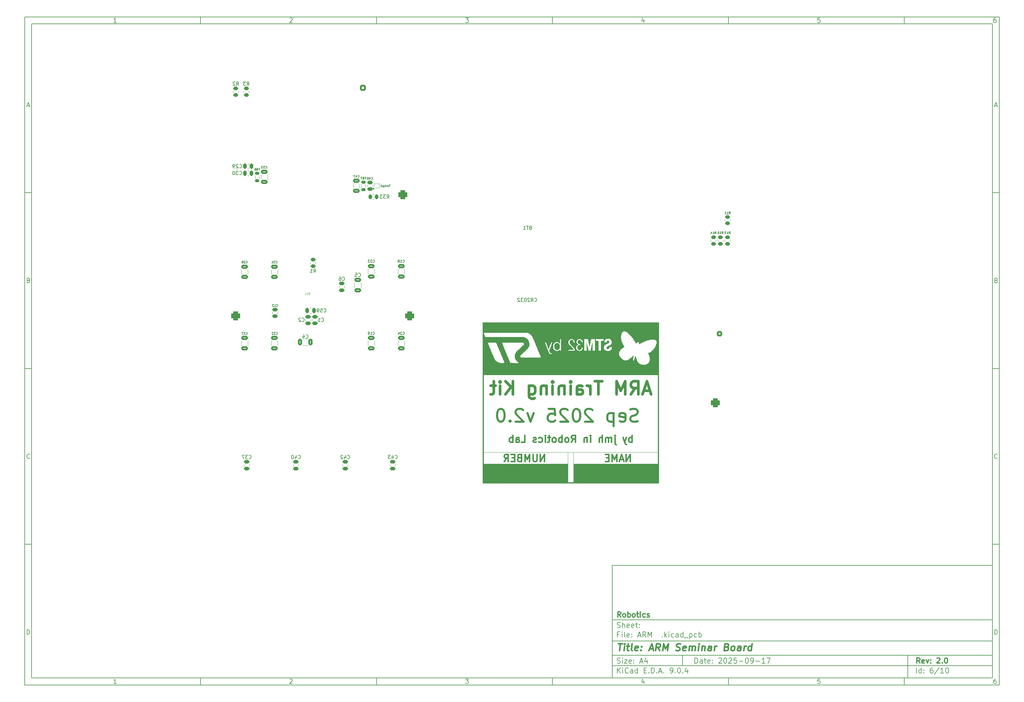
<source format=gbo>
G04 #@! TF.GenerationSoftware,KiCad,Pcbnew,9.0.4*
G04 #@! TF.CreationDate,2025-09-17T17:29:24+09:00*
G04 #@! TF.ProjectId,ARM ___ __,41524d20-38f8-4982-90f4-dc2e6b696361,2.0*
G04 #@! TF.SameCoordinates,Original*
G04 #@! TF.FileFunction,Legend,Bot*
G04 #@! TF.FilePolarity,Positive*
%FSLAX46Y46*%
G04 Gerber Fmt 4.6, Leading zero omitted, Abs format (unit mm)*
G04 Created by KiCad (PCBNEW 9.0.4) date 2025-09-17 17:29:24*
%MOMM*%
%LPD*%
G01*
G04 APERTURE LIST*
G04 Aperture macros list*
%AMRoundRect*
0 Rectangle with rounded corners*
0 $1 Rounding radius*
0 $2 $3 $4 $5 $6 $7 $8 $9 X,Y pos of 4 corners*
0 Add a 4 corners polygon primitive as box body*
4,1,4,$2,$3,$4,$5,$6,$7,$8,$9,$2,$3,0*
0 Add four circle primitives for the rounded corners*
1,1,$1+$1,$2,$3*
1,1,$1+$1,$4,$5*
1,1,$1+$1,$6,$7*
1,1,$1+$1,$8,$9*
0 Add four rect primitives between the rounded corners*
20,1,$1+$1,$2,$3,$4,$5,0*
20,1,$1+$1,$4,$5,$6,$7,0*
20,1,$1+$1,$6,$7,$8,$9,0*
20,1,$1+$1,$8,$9,$2,$3,0*%
%AMOutline4P*
0 Free polygon, 4 corners , with rotation*
0 The origin of the aperture is its center*
0 number of corners: always 4*
0 $1 to $8 corner X, Y*
0 $9 Rotation angle, in degrees counterclockwise*
0 create outline with 4 corners*
4,1,4,$1,$2,$3,$4,$5,$6,$7,$8,$1,$2,$9*%
G04 Aperture macros list end*
%ADD10C,0.100000*%
%ADD11C,0.150000*%
%ADD12C,0.300000*%
%ADD13C,0.400000*%
%ADD14C,0.600000*%
%ADD15C,0.800000*%
%ADD16C,0.120000*%
%ADD17C,0.000000*%
%ADD18C,1.550000*%
%ADD19C,3.000000*%
%ADD20RoundRect,0.650000X0.650000X-0.650000X0.650000X0.650000X-0.650000X0.650000X-0.650000X-0.650000X0*%
%ADD21C,2.600000*%
%ADD22C,1.524000*%
%ADD23Outline4P,-1.250000X-1.500000X1.250000X-1.500000X1.250000X1.500000X-1.250000X1.500000X0.000000*%
%ADD24C,5.600000*%
%ADD25C,1.600000*%
%ADD26C,3.200000*%
%ADD27O,1.501140X4.000500*%
%ADD28RoundRect,0.250000X-0.600000X0.600000X-0.600000X-0.600000X0.600000X-0.600000X0.600000X0.600000X0*%
%ADD29C,1.700000*%
%ADD30R,1.700000X1.700000*%
%ADD31O,1.700000X1.700000*%
%ADD32R,2.000000X2.000000*%
%ADD33C,2.000000*%
%ADD34RoundRect,0.250000X0.512000X-0.512000X0.512000X0.512000X-0.512000X0.512000X-0.512000X-0.512000X0*%
%ADD35C,3.500000*%
%ADD36C,0.650000*%
%ADD37O,1.000000X2.100000*%
%ADD38O,1.000000X1.600000*%
%ADD39C,1.150000*%
%ADD40C,1.650000*%
%ADD41RoundRect,0.250000X0.475000X-0.250000X0.475000X0.250000X-0.475000X0.250000X-0.475000X-0.250000X0*%
%ADD42RoundRect,0.250000X0.650000X-0.325000X0.650000X0.325000X-0.650000X0.325000X-0.650000X-0.325000X0*%
%ADD43RoundRect,0.250000X-0.450000X0.262500X-0.450000X-0.262500X0.450000X-0.262500X0.450000X0.262500X0*%
%ADD44RoundRect,0.250000X0.450000X-0.262500X0.450000X0.262500X-0.450000X0.262500X-0.450000X-0.262500X0*%
%ADD45RoundRect,0.218750X-0.381250X0.218750X-0.381250X-0.218750X0.381250X-0.218750X0.381250X0.218750X0*%
%ADD46RoundRect,0.250000X-0.475000X0.250000X-0.475000X-0.250000X0.475000X-0.250000X0.475000X0.250000X0*%
%ADD47C,0.450000*%
%ADD48RoundRect,0.250000X0.250000X0.475000X-0.250000X0.475000X-0.250000X-0.475000X0.250000X-0.475000X0*%
%ADD49RoundRect,0.250000X-0.325000X-0.650000X0.325000X-0.650000X0.325000X0.650000X-0.325000X0.650000X0*%
%ADD50R,2.500000X5.400000*%
%ADD51R,2.500000X5.100000*%
%ADD52C,17.800000*%
%ADD53RoundRect,0.250000X-0.650000X0.325000X-0.650000X-0.325000X0.650000X-0.325000X0.650000X0.325000X0*%
%ADD54RoundRect,0.218750X0.381250X-0.218750X0.381250X0.218750X-0.381250X0.218750X-0.381250X-0.218750X0*%
%ADD55RoundRect,0.250000X-0.262500X-0.450000X0.262500X-0.450000X0.262500X0.450000X-0.262500X0.450000X0*%
G04 APERTURE END LIST*
D10*
D11*
X177002200Y-166007200D02*
X285002200Y-166007200D01*
X285002200Y-198007200D01*
X177002200Y-198007200D01*
X177002200Y-166007200D01*
D10*
D11*
X10000000Y-10000000D02*
X287002200Y-10000000D01*
X287002200Y-200007200D01*
X10000000Y-200007200D01*
X10000000Y-10000000D01*
D10*
D11*
X12000000Y-12000000D02*
X285002200Y-12000000D01*
X285002200Y-198007200D01*
X12000000Y-198007200D01*
X12000000Y-12000000D01*
D10*
D11*
X60000000Y-12000000D02*
X60000000Y-10000000D01*
D10*
D11*
X110000000Y-12000000D02*
X110000000Y-10000000D01*
D10*
D11*
X160000000Y-12000000D02*
X160000000Y-10000000D01*
D10*
D11*
X210000000Y-12000000D02*
X210000000Y-10000000D01*
D10*
D11*
X260000000Y-12000000D02*
X260000000Y-10000000D01*
D10*
D11*
X36089160Y-11593604D02*
X35346303Y-11593604D01*
X35717731Y-11593604D02*
X35717731Y-10293604D01*
X35717731Y-10293604D02*
X35593922Y-10479319D01*
X35593922Y-10479319D02*
X35470112Y-10603128D01*
X35470112Y-10603128D02*
X35346303Y-10665033D01*
D10*
D11*
X85346303Y-10417414D02*
X85408207Y-10355509D01*
X85408207Y-10355509D02*
X85532017Y-10293604D01*
X85532017Y-10293604D02*
X85841541Y-10293604D01*
X85841541Y-10293604D02*
X85965350Y-10355509D01*
X85965350Y-10355509D02*
X86027255Y-10417414D01*
X86027255Y-10417414D02*
X86089160Y-10541223D01*
X86089160Y-10541223D02*
X86089160Y-10665033D01*
X86089160Y-10665033D02*
X86027255Y-10850747D01*
X86027255Y-10850747D02*
X85284398Y-11593604D01*
X85284398Y-11593604D02*
X86089160Y-11593604D01*
D10*
D11*
X135284398Y-10293604D02*
X136089160Y-10293604D01*
X136089160Y-10293604D02*
X135655826Y-10788842D01*
X135655826Y-10788842D02*
X135841541Y-10788842D01*
X135841541Y-10788842D02*
X135965350Y-10850747D01*
X135965350Y-10850747D02*
X136027255Y-10912652D01*
X136027255Y-10912652D02*
X136089160Y-11036461D01*
X136089160Y-11036461D02*
X136089160Y-11345985D01*
X136089160Y-11345985D02*
X136027255Y-11469795D01*
X136027255Y-11469795D02*
X135965350Y-11531700D01*
X135965350Y-11531700D02*
X135841541Y-11593604D01*
X135841541Y-11593604D02*
X135470112Y-11593604D01*
X135470112Y-11593604D02*
X135346303Y-11531700D01*
X135346303Y-11531700D02*
X135284398Y-11469795D01*
D10*
D11*
X185965350Y-10726938D02*
X185965350Y-11593604D01*
X185655826Y-10231700D02*
X185346303Y-11160271D01*
X185346303Y-11160271D02*
X186151064Y-11160271D01*
D10*
D11*
X236027255Y-10293604D02*
X235408207Y-10293604D01*
X235408207Y-10293604D02*
X235346303Y-10912652D01*
X235346303Y-10912652D02*
X235408207Y-10850747D01*
X235408207Y-10850747D02*
X235532017Y-10788842D01*
X235532017Y-10788842D02*
X235841541Y-10788842D01*
X235841541Y-10788842D02*
X235965350Y-10850747D01*
X235965350Y-10850747D02*
X236027255Y-10912652D01*
X236027255Y-10912652D02*
X236089160Y-11036461D01*
X236089160Y-11036461D02*
X236089160Y-11345985D01*
X236089160Y-11345985D02*
X236027255Y-11469795D01*
X236027255Y-11469795D02*
X235965350Y-11531700D01*
X235965350Y-11531700D02*
X235841541Y-11593604D01*
X235841541Y-11593604D02*
X235532017Y-11593604D01*
X235532017Y-11593604D02*
X235408207Y-11531700D01*
X235408207Y-11531700D02*
X235346303Y-11469795D01*
D10*
D11*
X285965350Y-10293604D02*
X285717731Y-10293604D01*
X285717731Y-10293604D02*
X285593922Y-10355509D01*
X285593922Y-10355509D02*
X285532017Y-10417414D01*
X285532017Y-10417414D02*
X285408207Y-10603128D01*
X285408207Y-10603128D02*
X285346303Y-10850747D01*
X285346303Y-10850747D02*
X285346303Y-11345985D01*
X285346303Y-11345985D02*
X285408207Y-11469795D01*
X285408207Y-11469795D02*
X285470112Y-11531700D01*
X285470112Y-11531700D02*
X285593922Y-11593604D01*
X285593922Y-11593604D02*
X285841541Y-11593604D01*
X285841541Y-11593604D02*
X285965350Y-11531700D01*
X285965350Y-11531700D02*
X286027255Y-11469795D01*
X286027255Y-11469795D02*
X286089160Y-11345985D01*
X286089160Y-11345985D02*
X286089160Y-11036461D01*
X286089160Y-11036461D02*
X286027255Y-10912652D01*
X286027255Y-10912652D02*
X285965350Y-10850747D01*
X285965350Y-10850747D02*
X285841541Y-10788842D01*
X285841541Y-10788842D02*
X285593922Y-10788842D01*
X285593922Y-10788842D02*
X285470112Y-10850747D01*
X285470112Y-10850747D02*
X285408207Y-10912652D01*
X285408207Y-10912652D02*
X285346303Y-11036461D01*
D10*
D11*
X60000000Y-198007200D02*
X60000000Y-200007200D01*
D10*
D11*
X110000000Y-198007200D02*
X110000000Y-200007200D01*
D10*
D11*
X160000000Y-198007200D02*
X160000000Y-200007200D01*
D10*
D11*
X210000000Y-198007200D02*
X210000000Y-200007200D01*
D10*
D11*
X260000000Y-198007200D02*
X260000000Y-200007200D01*
D10*
D11*
X36089160Y-199600804D02*
X35346303Y-199600804D01*
X35717731Y-199600804D02*
X35717731Y-198300804D01*
X35717731Y-198300804D02*
X35593922Y-198486519D01*
X35593922Y-198486519D02*
X35470112Y-198610328D01*
X35470112Y-198610328D02*
X35346303Y-198672233D01*
D10*
D11*
X85346303Y-198424614D02*
X85408207Y-198362709D01*
X85408207Y-198362709D02*
X85532017Y-198300804D01*
X85532017Y-198300804D02*
X85841541Y-198300804D01*
X85841541Y-198300804D02*
X85965350Y-198362709D01*
X85965350Y-198362709D02*
X86027255Y-198424614D01*
X86027255Y-198424614D02*
X86089160Y-198548423D01*
X86089160Y-198548423D02*
X86089160Y-198672233D01*
X86089160Y-198672233D02*
X86027255Y-198857947D01*
X86027255Y-198857947D02*
X85284398Y-199600804D01*
X85284398Y-199600804D02*
X86089160Y-199600804D01*
D10*
D11*
X135284398Y-198300804D02*
X136089160Y-198300804D01*
X136089160Y-198300804D02*
X135655826Y-198796042D01*
X135655826Y-198796042D02*
X135841541Y-198796042D01*
X135841541Y-198796042D02*
X135965350Y-198857947D01*
X135965350Y-198857947D02*
X136027255Y-198919852D01*
X136027255Y-198919852D02*
X136089160Y-199043661D01*
X136089160Y-199043661D02*
X136089160Y-199353185D01*
X136089160Y-199353185D02*
X136027255Y-199476995D01*
X136027255Y-199476995D02*
X135965350Y-199538900D01*
X135965350Y-199538900D02*
X135841541Y-199600804D01*
X135841541Y-199600804D02*
X135470112Y-199600804D01*
X135470112Y-199600804D02*
X135346303Y-199538900D01*
X135346303Y-199538900D02*
X135284398Y-199476995D01*
D10*
D11*
X185965350Y-198734138D02*
X185965350Y-199600804D01*
X185655826Y-198238900D02*
X185346303Y-199167471D01*
X185346303Y-199167471D02*
X186151064Y-199167471D01*
D10*
D11*
X236027255Y-198300804D02*
X235408207Y-198300804D01*
X235408207Y-198300804D02*
X235346303Y-198919852D01*
X235346303Y-198919852D02*
X235408207Y-198857947D01*
X235408207Y-198857947D02*
X235532017Y-198796042D01*
X235532017Y-198796042D02*
X235841541Y-198796042D01*
X235841541Y-198796042D02*
X235965350Y-198857947D01*
X235965350Y-198857947D02*
X236027255Y-198919852D01*
X236027255Y-198919852D02*
X236089160Y-199043661D01*
X236089160Y-199043661D02*
X236089160Y-199353185D01*
X236089160Y-199353185D02*
X236027255Y-199476995D01*
X236027255Y-199476995D02*
X235965350Y-199538900D01*
X235965350Y-199538900D02*
X235841541Y-199600804D01*
X235841541Y-199600804D02*
X235532017Y-199600804D01*
X235532017Y-199600804D02*
X235408207Y-199538900D01*
X235408207Y-199538900D02*
X235346303Y-199476995D01*
D10*
D11*
X285965350Y-198300804D02*
X285717731Y-198300804D01*
X285717731Y-198300804D02*
X285593922Y-198362709D01*
X285593922Y-198362709D02*
X285532017Y-198424614D01*
X285532017Y-198424614D02*
X285408207Y-198610328D01*
X285408207Y-198610328D02*
X285346303Y-198857947D01*
X285346303Y-198857947D02*
X285346303Y-199353185D01*
X285346303Y-199353185D02*
X285408207Y-199476995D01*
X285408207Y-199476995D02*
X285470112Y-199538900D01*
X285470112Y-199538900D02*
X285593922Y-199600804D01*
X285593922Y-199600804D02*
X285841541Y-199600804D01*
X285841541Y-199600804D02*
X285965350Y-199538900D01*
X285965350Y-199538900D02*
X286027255Y-199476995D01*
X286027255Y-199476995D02*
X286089160Y-199353185D01*
X286089160Y-199353185D02*
X286089160Y-199043661D01*
X286089160Y-199043661D02*
X286027255Y-198919852D01*
X286027255Y-198919852D02*
X285965350Y-198857947D01*
X285965350Y-198857947D02*
X285841541Y-198796042D01*
X285841541Y-198796042D02*
X285593922Y-198796042D01*
X285593922Y-198796042D02*
X285470112Y-198857947D01*
X285470112Y-198857947D02*
X285408207Y-198919852D01*
X285408207Y-198919852D02*
X285346303Y-199043661D01*
D10*
D11*
X10000000Y-60000000D02*
X12000000Y-60000000D01*
D10*
D11*
X10000000Y-110000000D02*
X12000000Y-110000000D01*
D10*
D11*
X10000000Y-160000000D02*
X12000000Y-160000000D01*
D10*
D11*
X10690476Y-35222176D02*
X11309523Y-35222176D01*
X10566666Y-35593604D02*
X10999999Y-34293604D01*
X10999999Y-34293604D02*
X11433333Y-35593604D01*
D10*
D11*
X11092857Y-84912652D02*
X11278571Y-84974557D01*
X11278571Y-84974557D02*
X11340476Y-85036461D01*
X11340476Y-85036461D02*
X11402380Y-85160271D01*
X11402380Y-85160271D02*
X11402380Y-85345985D01*
X11402380Y-85345985D02*
X11340476Y-85469795D01*
X11340476Y-85469795D02*
X11278571Y-85531700D01*
X11278571Y-85531700D02*
X11154761Y-85593604D01*
X11154761Y-85593604D02*
X10659523Y-85593604D01*
X10659523Y-85593604D02*
X10659523Y-84293604D01*
X10659523Y-84293604D02*
X11092857Y-84293604D01*
X11092857Y-84293604D02*
X11216666Y-84355509D01*
X11216666Y-84355509D02*
X11278571Y-84417414D01*
X11278571Y-84417414D02*
X11340476Y-84541223D01*
X11340476Y-84541223D02*
X11340476Y-84665033D01*
X11340476Y-84665033D02*
X11278571Y-84788842D01*
X11278571Y-84788842D02*
X11216666Y-84850747D01*
X11216666Y-84850747D02*
X11092857Y-84912652D01*
X11092857Y-84912652D02*
X10659523Y-84912652D01*
D10*
D11*
X11402380Y-135469795D02*
X11340476Y-135531700D01*
X11340476Y-135531700D02*
X11154761Y-135593604D01*
X11154761Y-135593604D02*
X11030952Y-135593604D01*
X11030952Y-135593604D02*
X10845238Y-135531700D01*
X10845238Y-135531700D02*
X10721428Y-135407890D01*
X10721428Y-135407890D02*
X10659523Y-135284080D01*
X10659523Y-135284080D02*
X10597619Y-135036461D01*
X10597619Y-135036461D02*
X10597619Y-134850747D01*
X10597619Y-134850747D02*
X10659523Y-134603128D01*
X10659523Y-134603128D02*
X10721428Y-134479319D01*
X10721428Y-134479319D02*
X10845238Y-134355509D01*
X10845238Y-134355509D02*
X11030952Y-134293604D01*
X11030952Y-134293604D02*
X11154761Y-134293604D01*
X11154761Y-134293604D02*
X11340476Y-134355509D01*
X11340476Y-134355509D02*
X11402380Y-134417414D01*
D10*
D11*
X10659523Y-185593604D02*
X10659523Y-184293604D01*
X10659523Y-184293604D02*
X10969047Y-184293604D01*
X10969047Y-184293604D02*
X11154761Y-184355509D01*
X11154761Y-184355509D02*
X11278571Y-184479319D01*
X11278571Y-184479319D02*
X11340476Y-184603128D01*
X11340476Y-184603128D02*
X11402380Y-184850747D01*
X11402380Y-184850747D02*
X11402380Y-185036461D01*
X11402380Y-185036461D02*
X11340476Y-185284080D01*
X11340476Y-185284080D02*
X11278571Y-185407890D01*
X11278571Y-185407890D02*
X11154761Y-185531700D01*
X11154761Y-185531700D02*
X10969047Y-185593604D01*
X10969047Y-185593604D02*
X10659523Y-185593604D01*
D10*
D11*
X287002200Y-60000000D02*
X285002200Y-60000000D01*
D10*
D11*
X287002200Y-110000000D02*
X285002200Y-110000000D01*
D10*
D11*
X287002200Y-160000000D02*
X285002200Y-160000000D01*
D10*
D11*
X285692676Y-35222176D02*
X286311723Y-35222176D01*
X285568866Y-35593604D02*
X286002199Y-34293604D01*
X286002199Y-34293604D02*
X286435533Y-35593604D01*
D10*
D11*
X286095057Y-84912652D02*
X286280771Y-84974557D01*
X286280771Y-84974557D02*
X286342676Y-85036461D01*
X286342676Y-85036461D02*
X286404580Y-85160271D01*
X286404580Y-85160271D02*
X286404580Y-85345985D01*
X286404580Y-85345985D02*
X286342676Y-85469795D01*
X286342676Y-85469795D02*
X286280771Y-85531700D01*
X286280771Y-85531700D02*
X286156961Y-85593604D01*
X286156961Y-85593604D02*
X285661723Y-85593604D01*
X285661723Y-85593604D02*
X285661723Y-84293604D01*
X285661723Y-84293604D02*
X286095057Y-84293604D01*
X286095057Y-84293604D02*
X286218866Y-84355509D01*
X286218866Y-84355509D02*
X286280771Y-84417414D01*
X286280771Y-84417414D02*
X286342676Y-84541223D01*
X286342676Y-84541223D02*
X286342676Y-84665033D01*
X286342676Y-84665033D02*
X286280771Y-84788842D01*
X286280771Y-84788842D02*
X286218866Y-84850747D01*
X286218866Y-84850747D02*
X286095057Y-84912652D01*
X286095057Y-84912652D02*
X285661723Y-84912652D01*
D10*
D11*
X286404580Y-135469795D02*
X286342676Y-135531700D01*
X286342676Y-135531700D02*
X286156961Y-135593604D01*
X286156961Y-135593604D02*
X286033152Y-135593604D01*
X286033152Y-135593604D02*
X285847438Y-135531700D01*
X285847438Y-135531700D02*
X285723628Y-135407890D01*
X285723628Y-135407890D02*
X285661723Y-135284080D01*
X285661723Y-135284080D02*
X285599819Y-135036461D01*
X285599819Y-135036461D02*
X285599819Y-134850747D01*
X285599819Y-134850747D02*
X285661723Y-134603128D01*
X285661723Y-134603128D02*
X285723628Y-134479319D01*
X285723628Y-134479319D02*
X285847438Y-134355509D01*
X285847438Y-134355509D02*
X286033152Y-134293604D01*
X286033152Y-134293604D02*
X286156961Y-134293604D01*
X286156961Y-134293604D02*
X286342676Y-134355509D01*
X286342676Y-134355509D02*
X286404580Y-134417414D01*
D10*
D11*
X285661723Y-185593604D02*
X285661723Y-184293604D01*
X285661723Y-184293604D02*
X285971247Y-184293604D01*
X285971247Y-184293604D02*
X286156961Y-184355509D01*
X286156961Y-184355509D02*
X286280771Y-184479319D01*
X286280771Y-184479319D02*
X286342676Y-184603128D01*
X286342676Y-184603128D02*
X286404580Y-184850747D01*
X286404580Y-184850747D02*
X286404580Y-185036461D01*
X286404580Y-185036461D02*
X286342676Y-185284080D01*
X286342676Y-185284080D02*
X286280771Y-185407890D01*
X286280771Y-185407890D02*
X286156961Y-185531700D01*
X286156961Y-185531700D02*
X285971247Y-185593604D01*
X285971247Y-185593604D02*
X285661723Y-185593604D01*
D10*
D11*
X200458026Y-193793328D02*
X200458026Y-192293328D01*
X200458026Y-192293328D02*
X200815169Y-192293328D01*
X200815169Y-192293328D02*
X201029455Y-192364757D01*
X201029455Y-192364757D02*
X201172312Y-192507614D01*
X201172312Y-192507614D02*
X201243741Y-192650471D01*
X201243741Y-192650471D02*
X201315169Y-192936185D01*
X201315169Y-192936185D02*
X201315169Y-193150471D01*
X201315169Y-193150471D02*
X201243741Y-193436185D01*
X201243741Y-193436185D02*
X201172312Y-193579042D01*
X201172312Y-193579042D02*
X201029455Y-193721900D01*
X201029455Y-193721900D02*
X200815169Y-193793328D01*
X200815169Y-193793328D02*
X200458026Y-193793328D01*
X202600884Y-193793328D02*
X202600884Y-193007614D01*
X202600884Y-193007614D02*
X202529455Y-192864757D01*
X202529455Y-192864757D02*
X202386598Y-192793328D01*
X202386598Y-192793328D02*
X202100884Y-192793328D01*
X202100884Y-192793328D02*
X201958026Y-192864757D01*
X202600884Y-193721900D02*
X202458026Y-193793328D01*
X202458026Y-193793328D02*
X202100884Y-193793328D01*
X202100884Y-193793328D02*
X201958026Y-193721900D01*
X201958026Y-193721900D02*
X201886598Y-193579042D01*
X201886598Y-193579042D02*
X201886598Y-193436185D01*
X201886598Y-193436185D02*
X201958026Y-193293328D01*
X201958026Y-193293328D02*
X202100884Y-193221900D01*
X202100884Y-193221900D02*
X202458026Y-193221900D01*
X202458026Y-193221900D02*
X202600884Y-193150471D01*
X203100884Y-192793328D02*
X203672312Y-192793328D01*
X203315169Y-192293328D02*
X203315169Y-193579042D01*
X203315169Y-193579042D02*
X203386598Y-193721900D01*
X203386598Y-193721900D02*
X203529455Y-193793328D01*
X203529455Y-193793328D02*
X203672312Y-193793328D01*
X204743741Y-193721900D02*
X204600884Y-193793328D01*
X204600884Y-193793328D02*
X204315170Y-193793328D01*
X204315170Y-193793328D02*
X204172312Y-193721900D01*
X204172312Y-193721900D02*
X204100884Y-193579042D01*
X204100884Y-193579042D02*
X204100884Y-193007614D01*
X204100884Y-193007614D02*
X204172312Y-192864757D01*
X204172312Y-192864757D02*
X204315170Y-192793328D01*
X204315170Y-192793328D02*
X204600884Y-192793328D01*
X204600884Y-192793328D02*
X204743741Y-192864757D01*
X204743741Y-192864757D02*
X204815170Y-193007614D01*
X204815170Y-193007614D02*
X204815170Y-193150471D01*
X204815170Y-193150471D02*
X204100884Y-193293328D01*
X205458026Y-193650471D02*
X205529455Y-193721900D01*
X205529455Y-193721900D02*
X205458026Y-193793328D01*
X205458026Y-193793328D02*
X205386598Y-193721900D01*
X205386598Y-193721900D02*
X205458026Y-193650471D01*
X205458026Y-193650471D02*
X205458026Y-193793328D01*
X205458026Y-192864757D02*
X205529455Y-192936185D01*
X205529455Y-192936185D02*
X205458026Y-193007614D01*
X205458026Y-193007614D02*
X205386598Y-192936185D01*
X205386598Y-192936185D02*
X205458026Y-192864757D01*
X205458026Y-192864757D02*
X205458026Y-193007614D01*
X207243741Y-192436185D02*
X207315169Y-192364757D01*
X207315169Y-192364757D02*
X207458027Y-192293328D01*
X207458027Y-192293328D02*
X207815169Y-192293328D01*
X207815169Y-192293328D02*
X207958027Y-192364757D01*
X207958027Y-192364757D02*
X208029455Y-192436185D01*
X208029455Y-192436185D02*
X208100884Y-192579042D01*
X208100884Y-192579042D02*
X208100884Y-192721900D01*
X208100884Y-192721900D02*
X208029455Y-192936185D01*
X208029455Y-192936185D02*
X207172312Y-193793328D01*
X207172312Y-193793328D02*
X208100884Y-193793328D01*
X209029455Y-192293328D02*
X209172312Y-192293328D01*
X209172312Y-192293328D02*
X209315169Y-192364757D01*
X209315169Y-192364757D02*
X209386598Y-192436185D01*
X209386598Y-192436185D02*
X209458026Y-192579042D01*
X209458026Y-192579042D02*
X209529455Y-192864757D01*
X209529455Y-192864757D02*
X209529455Y-193221900D01*
X209529455Y-193221900D02*
X209458026Y-193507614D01*
X209458026Y-193507614D02*
X209386598Y-193650471D01*
X209386598Y-193650471D02*
X209315169Y-193721900D01*
X209315169Y-193721900D02*
X209172312Y-193793328D01*
X209172312Y-193793328D02*
X209029455Y-193793328D01*
X209029455Y-193793328D02*
X208886598Y-193721900D01*
X208886598Y-193721900D02*
X208815169Y-193650471D01*
X208815169Y-193650471D02*
X208743740Y-193507614D01*
X208743740Y-193507614D02*
X208672312Y-193221900D01*
X208672312Y-193221900D02*
X208672312Y-192864757D01*
X208672312Y-192864757D02*
X208743740Y-192579042D01*
X208743740Y-192579042D02*
X208815169Y-192436185D01*
X208815169Y-192436185D02*
X208886598Y-192364757D01*
X208886598Y-192364757D02*
X209029455Y-192293328D01*
X210100883Y-192436185D02*
X210172311Y-192364757D01*
X210172311Y-192364757D02*
X210315169Y-192293328D01*
X210315169Y-192293328D02*
X210672311Y-192293328D01*
X210672311Y-192293328D02*
X210815169Y-192364757D01*
X210815169Y-192364757D02*
X210886597Y-192436185D01*
X210886597Y-192436185D02*
X210958026Y-192579042D01*
X210958026Y-192579042D02*
X210958026Y-192721900D01*
X210958026Y-192721900D02*
X210886597Y-192936185D01*
X210886597Y-192936185D02*
X210029454Y-193793328D01*
X210029454Y-193793328D02*
X210958026Y-193793328D01*
X212315168Y-192293328D02*
X211600882Y-192293328D01*
X211600882Y-192293328D02*
X211529454Y-193007614D01*
X211529454Y-193007614D02*
X211600882Y-192936185D01*
X211600882Y-192936185D02*
X211743740Y-192864757D01*
X211743740Y-192864757D02*
X212100882Y-192864757D01*
X212100882Y-192864757D02*
X212243740Y-192936185D01*
X212243740Y-192936185D02*
X212315168Y-193007614D01*
X212315168Y-193007614D02*
X212386597Y-193150471D01*
X212386597Y-193150471D02*
X212386597Y-193507614D01*
X212386597Y-193507614D02*
X212315168Y-193650471D01*
X212315168Y-193650471D02*
X212243740Y-193721900D01*
X212243740Y-193721900D02*
X212100882Y-193793328D01*
X212100882Y-193793328D02*
X211743740Y-193793328D01*
X211743740Y-193793328D02*
X211600882Y-193721900D01*
X211600882Y-193721900D02*
X211529454Y-193650471D01*
X213029453Y-193221900D02*
X214172311Y-193221900D01*
X215172311Y-192293328D02*
X215315168Y-192293328D01*
X215315168Y-192293328D02*
X215458025Y-192364757D01*
X215458025Y-192364757D02*
X215529454Y-192436185D01*
X215529454Y-192436185D02*
X215600882Y-192579042D01*
X215600882Y-192579042D02*
X215672311Y-192864757D01*
X215672311Y-192864757D02*
X215672311Y-193221900D01*
X215672311Y-193221900D02*
X215600882Y-193507614D01*
X215600882Y-193507614D02*
X215529454Y-193650471D01*
X215529454Y-193650471D02*
X215458025Y-193721900D01*
X215458025Y-193721900D02*
X215315168Y-193793328D01*
X215315168Y-193793328D02*
X215172311Y-193793328D01*
X215172311Y-193793328D02*
X215029454Y-193721900D01*
X215029454Y-193721900D02*
X214958025Y-193650471D01*
X214958025Y-193650471D02*
X214886596Y-193507614D01*
X214886596Y-193507614D02*
X214815168Y-193221900D01*
X214815168Y-193221900D02*
X214815168Y-192864757D01*
X214815168Y-192864757D02*
X214886596Y-192579042D01*
X214886596Y-192579042D02*
X214958025Y-192436185D01*
X214958025Y-192436185D02*
X215029454Y-192364757D01*
X215029454Y-192364757D02*
X215172311Y-192293328D01*
X216386596Y-193793328D02*
X216672310Y-193793328D01*
X216672310Y-193793328D02*
X216815167Y-193721900D01*
X216815167Y-193721900D02*
X216886596Y-193650471D01*
X216886596Y-193650471D02*
X217029453Y-193436185D01*
X217029453Y-193436185D02*
X217100882Y-193150471D01*
X217100882Y-193150471D02*
X217100882Y-192579042D01*
X217100882Y-192579042D02*
X217029453Y-192436185D01*
X217029453Y-192436185D02*
X216958025Y-192364757D01*
X216958025Y-192364757D02*
X216815167Y-192293328D01*
X216815167Y-192293328D02*
X216529453Y-192293328D01*
X216529453Y-192293328D02*
X216386596Y-192364757D01*
X216386596Y-192364757D02*
X216315167Y-192436185D01*
X216315167Y-192436185D02*
X216243739Y-192579042D01*
X216243739Y-192579042D02*
X216243739Y-192936185D01*
X216243739Y-192936185D02*
X216315167Y-193079042D01*
X216315167Y-193079042D02*
X216386596Y-193150471D01*
X216386596Y-193150471D02*
X216529453Y-193221900D01*
X216529453Y-193221900D02*
X216815167Y-193221900D01*
X216815167Y-193221900D02*
X216958025Y-193150471D01*
X216958025Y-193150471D02*
X217029453Y-193079042D01*
X217029453Y-193079042D02*
X217100882Y-192936185D01*
X217743738Y-193221900D02*
X218886596Y-193221900D01*
X220386596Y-193793328D02*
X219529453Y-193793328D01*
X219958024Y-193793328D02*
X219958024Y-192293328D01*
X219958024Y-192293328D02*
X219815167Y-192507614D01*
X219815167Y-192507614D02*
X219672310Y-192650471D01*
X219672310Y-192650471D02*
X219529453Y-192721900D01*
X220886595Y-192293328D02*
X221886595Y-192293328D01*
X221886595Y-192293328D02*
X221243738Y-193793328D01*
D10*
D11*
X177002200Y-194507200D02*
X285002200Y-194507200D01*
D10*
D11*
X178458026Y-196593328D02*
X178458026Y-195093328D01*
X179315169Y-196593328D02*
X178672312Y-195736185D01*
X179315169Y-195093328D02*
X178458026Y-195950471D01*
X179958026Y-196593328D02*
X179958026Y-195593328D01*
X179958026Y-195093328D02*
X179886598Y-195164757D01*
X179886598Y-195164757D02*
X179958026Y-195236185D01*
X179958026Y-195236185D02*
X180029455Y-195164757D01*
X180029455Y-195164757D02*
X179958026Y-195093328D01*
X179958026Y-195093328D02*
X179958026Y-195236185D01*
X181529455Y-196450471D02*
X181458027Y-196521900D01*
X181458027Y-196521900D02*
X181243741Y-196593328D01*
X181243741Y-196593328D02*
X181100884Y-196593328D01*
X181100884Y-196593328D02*
X180886598Y-196521900D01*
X180886598Y-196521900D02*
X180743741Y-196379042D01*
X180743741Y-196379042D02*
X180672312Y-196236185D01*
X180672312Y-196236185D02*
X180600884Y-195950471D01*
X180600884Y-195950471D02*
X180600884Y-195736185D01*
X180600884Y-195736185D02*
X180672312Y-195450471D01*
X180672312Y-195450471D02*
X180743741Y-195307614D01*
X180743741Y-195307614D02*
X180886598Y-195164757D01*
X180886598Y-195164757D02*
X181100884Y-195093328D01*
X181100884Y-195093328D02*
X181243741Y-195093328D01*
X181243741Y-195093328D02*
X181458027Y-195164757D01*
X181458027Y-195164757D02*
X181529455Y-195236185D01*
X182815170Y-196593328D02*
X182815170Y-195807614D01*
X182815170Y-195807614D02*
X182743741Y-195664757D01*
X182743741Y-195664757D02*
X182600884Y-195593328D01*
X182600884Y-195593328D02*
X182315170Y-195593328D01*
X182315170Y-195593328D02*
X182172312Y-195664757D01*
X182815170Y-196521900D02*
X182672312Y-196593328D01*
X182672312Y-196593328D02*
X182315170Y-196593328D01*
X182315170Y-196593328D02*
X182172312Y-196521900D01*
X182172312Y-196521900D02*
X182100884Y-196379042D01*
X182100884Y-196379042D02*
X182100884Y-196236185D01*
X182100884Y-196236185D02*
X182172312Y-196093328D01*
X182172312Y-196093328D02*
X182315170Y-196021900D01*
X182315170Y-196021900D02*
X182672312Y-196021900D01*
X182672312Y-196021900D02*
X182815170Y-195950471D01*
X184172313Y-196593328D02*
X184172313Y-195093328D01*
X184172313Y-196521900D02*
X184029455Y-196593328D01*
X184029455Y-196593328D02*
X183743741Y-196593328D01*
X183743741Y-196593328D02*
X183600884Y-196521900D01*
X183600884Y-196521900D02*
X183529455Y-196450471D01*
X183529455Y-196450471D02*
X183458027Y-196307614D01*
X183458027Y-196307614D02*
X183458027Y-195879042D01*
X183458027Y-195879042D02*
X183529455Y-195736185D01*
X183529455Y-195736185D02*
X183600884Y-195664757D01*
X183600884Y-195664757D02*
X183743741Y-195593328D01*
X183743741Y-195593328D02*
X184029455Y-195593328D01*
X184029455Y-195593328D02*
X184172313Y-195664757D01*
X186029455Y-195807614D02*
X186529455Y-195807614D01*
X186743741Y-196593328D02*
X186029455Y-196593328D01*
X186029455Y-196593328D02*
X186029455Y-195093328D01*
X186029455Y-195093328D02*
X186743741Y-195093328D01*
X187386598Y-196450471D02*
X187458027Y-196521900D01*
X187458027Y-196521900D02*
X187386598Y-196593328D01*
X187386598Y-196593328D02*
X187315170Y-196521900D01*
X187315170Y-196521900D02*
X187386598Y-196450471D01*
X187386598Y-196450471D02*
X187386598Y-196593328D01*
X188100884Y-196593328D02*
X188100884Y-195093328D01*
X188100884Y-195093328D02*
X188458027Y-195093328D01*
X188458027Y-195093328D02*
X188672313Y-195164757D01*
X188672313Y-195164757D02*
X188815170Y-195307614D01*
X188815170Y-195307614D02*
X188886599Y-195450471D01*
X188886599Y-195450471D02*
X188958027Y-195736185D01*
X188958027Y-195736185D02*
X188958027Y-195950471D01*
X188958027Y-195950471D02*
X188886599Y-196236185D01*
X188886599Y-196236185D02*
X188815170Y-196379042D01*
X188815170Y-196379042D02*
X188672313Y-196521900D01*
X188672313Y-196521900D02*
X188458027Y-196593328D01*
X188458027Y-196593328D02*
X188100884Y-196593328D01*
X189600884Y-196450471D02*
X189672313Y-196521900D01*
X189672313Y-196521900D02*
X189600884Y-196593328D01*
X189600884Y-196593328D02*
X189529456Y-196521900D01*
X189529456Y-196521900D02*
X189600884Y-196450471D01*
X189600884Y-196450471D02*
X189600884Y-196593328D01*
X190243742Y-196164757D02*
X190958028Y-196164757D01*
X190100885Y-196593328D02*
X190600885Y-195093328D01*
X190600885Y-195093328D02*
X191100885Y-196593328D01*
X191600884Y-196450471D02*
X191672313Y-196521900D01*
X191672313Y-196521900D02*
X191600884Y-196593328D01*
X191600884Y-196593328D02*
X191529456Y-196521900D01*
X191529456Y-196521900D02*
X191600884Y-196450471D01*
X191600884Y-196450471D02*
X191600884Y-196593328D01*
X193529456Y-196593328D02*
X193815170Y-196593328D01*
X193815170Y-196593328D02*
X193958027Y-196521900D01*
X193958027Y-196521900D02*
X194029456Y-196450471D01*
X194029456Y-196450471D02*
X194172313Y-196236185D01*
X194172313Y-196236185D02*
X194243742Y-195950471D01*
X194243742Y-195950471D02*
X194243742Y-195379042D01*
X194243742Y-195379042D02*
X194172313Y-195236185D01*
X194172313Y-195236185D02*
X194100885Y-195164757D01*
X194100885Y-195164757D02*
X193958027Y-195093328D01*
X193958027Y-195093328D02*
X193672313Y-195093328D01*
X193672313Y-195093328D02*
X193529456Y-195164757D01*
X193529456Y-195164757D02*
X193458027Y-195236185D01*
X193458027Y-195236185D02*
X193386599Y-195379042D01*
X193386599Y-195379042D02*
X193386599Y-195736185D01*
X193386599Y-195736185D02*
X193458027Y-195879042D01*
X193458027Y-195879042D02*
X193529456Y-195950471D01*
X193529456Y-195950471D02*
X193672313Y-196021900D01*
X193672313Y-196021900D02*
X193958027Y-196021900D01*
X193958027Y-196021900D02*
X194100885Y-195950471D01*
X194100885Y-195950471D02*
X194172313Y-195879042D01*
X194172313Y-195879042D02*
X194243742Y-195736185D01*
X194886598Y-196450471D02*
X194958027Y-196521900D01*
X194958027Y-196521900D02*
X194886598Y-196593328D01*
X194886598Y-196593328D02*
X194815170Y-196521900D01*
X194815170Y-196521900D02*
X194886598Y-196450471D01*
X194886598Y-196450471D02*
X194886598Y-196593328D01*
X195886599Y-195093328D02*
X196029456Y-195093328D01*
X196029456Y-195093328D02*
X196172313Y-195164757D01*
X196172313Y-195164757D02*
X196243742Y-195236185D01*
X196243742Y-195236185D02*
X196315170Y-195379042D01*
X196315170Y-195379042D02*
X196386599Y-195664757D01*
X196386599Y-195664757D02*
X196386599Y-196021900D01*
X196386599Y-196021900D02*
X196315170Y-196307614D01*
X196315170Y-196307614D02*
X196243742Y-196450471D01*
X196243742Y-196450471D02*
X196172313Y-196521900D01*
X196172313Y-196521900D02*
X196029456Y-196593328D01*
X196029456Y-196593328D02*
X195886599Y-196593328D01*
X195886599Y-196593328D02*
X195743742Y-196521900D01*
X195743742Y-196521900D02*
X195672313Y-196450471D01*
X195672313Y-196450471D02*
X195600884Y-196307614D01*
X195600884Y-196307614D02*
X195529456Y-196021900D01*
X195529456Y-196021900D02*
X195529456Y-195664757D01*
X195529456Y-195664757D02*
X195600884Y-195379042D01*
X195600884Y-195379042D02*
X195672313Y-195236185D01*
X195672313Y-195236185D02*
X195743742Y-195164757D01*
X195743742Y-195164757D02*
X195886599Y-195093328D01*
X197029455Y-196450471D02*
X197100884Y-196521900D01*
X197100884Y-196521900D02*
X197029455Y-196593328D01*
X197029455Y-196593328D02*
X196958027Y-196521900D01*
X196958027Y-196521900D02*
X197029455Y-196450471D01*
X197029455Y-196450471D02*
X197029455Y-196593328D01*
X198386599Y-195593328D02*
X198386599Y-196593328D01*
X198029456Y-195021900D02*
X197672313Y-196093328D01*
X197672313Y-196093328D02*
X198600884Y-196093328D01*
D10*
D11*
X177002200Y-191507200D02*
X285002200Y-191507200D01*
D10*
D12*
X264413853Y-193785528D02*
X263913853Y-193071242D01*
X263556710Y-193785528D02*
X263556710Y-192285528D01*
X263556710Y-192285528D02*
X264128139Y-192285528D01*
X264128139Y-192285528D02*
X264270996Y-192356957D01*
X264270996Y-192356957D02*
X264342425Y-192428385D01*
X264342425Y-192428385D02*
X264413853Y-192571242D01*
X264413853Y-192571242D02*
X264413853Y-192785528D01*
X264413853Y-192785528D02*
X264342425Y-192928385D01*
X264342425Y-192928385D02*
X264270996Y-192999814D01*
X264270996Y-192999814D02*
X264128139Y-193071242D01*
X264128139Y-193071242D02*
X263556710Y-193071242D01*
X265628139Y-193714100D02*
X265485282Y-193785528D01*
X265485282Y-193785528D02*
X265199568Y-193785528D01*
X265199568Y-193785528D02*
X265056710Y-193714100D01*
X265056710Y-193714100D02*
X264985282Y-193571242D01*
X264985282Y-193571242D02*
X264985282Y-192999814D01*
X264985282Y-192999814D02*
X265056710Y-192856957D01*
X265056710Y-192856957D02*
X265199568Y-192785528D01*
X265199568Y-192785528D02*
X265485282Y-192785528D01*
X265485282Y-192785528D02*
X265628139Y-192856957D01*
X265628139Y-192856957D02*
X265699568Y-192999814D01*
X265699568Y-192999814D02*
X265699568Y-193142671D01*
X265699568Y-193142671D02*
X264985282Y-193285528D01*
X266199567Y-192785528D02*
X266556710Y-193785528D01*
X266556710Y-193785528D02*
X266913853Y-192785528D01*
X267485281Y-193642671D02*
X267556710Y-193714100D01*
X267556710Y-193714100D02*
X267485281Y-193785528D01*
X267485281Y-193785528D02*
X267413853Y-193714100D01*
X267413853Y-193714100D02*
X267485281Y-193642671D01*
X267485281Y-193642671D02*
X267485281Y-193785528D01*
X267485281Y-192856957D02*
X267556710Y-192928385D01*
X267556710Y-192928385D02*
X267485281Y-192999814D01*
X267485281Y-192999814D02*
X267413853Y-192928385D01*
X267413853Y-192928385D02*
X267485281Y-192856957D01*
X267485281Y-192856957D02*
X267485281Y-192999814D01*
X269270996Y-192428385D02*
X269342424Y-192356957D01*
X269342424Y-192356957D02*
X269485282Y-192285528D01*
X269485282Y-192285528D02*
X269842424Y-192285528D01*
X269842424Y-192285528D02*
X269985282Y-192356957D01*
X269985282Y-192356957D02*
X270056710Y-192428385D01*
X270056710Y-192428385D02*
X270128139Y-192571242D01*
X270128139Y-192571242D02*
X270128139Y-192714100D01*
X270128139Y-192714100D02*
X270056710Y-192928385D01*
X270056710Y-192928385D02*
X269199567Y-193785528D01*
X269199567Y-193785528D02*
X270128139Y-193785528D01*
X270770995Y-193642671D02*
X270842424Y-193714100D01*
X270842424Y-193714100D02*
X270770995Y-193785528D01*
X270770995Y-193785528D02*
X270699567Y-193714100D01*
X270699567Y-193714100D02*
X270770995Y-193642671D01*
X270770995Y-193642671D02*
X270770995Y-193785528D01*
X271770996Y-192285528D02*
X271913853Y-192285528D01*
X271913853Y-192285528D02*
X272056710Y-192356957D01*
X272056710Y-192356957D02*
X272128139Y-192428385D01*
X272128139Y-192428385D02*
X272199567Y-192571242D01*
X272199567Y-192571242D02*
X272270996Y-192856957D01*
X272270996Y-192856957D02*
X272270996Y-193214100D01*
X272270996Y-193214100D02*
X272199567Y-193499814D01*
X272199567Y-193499814D02*
X272128139Y-193642671D01*
X272128139Y-193642671D02*
X272056710Y-193714100D01*
X272056710Y-193714100D02*
X271913853Y-193785528D01*
X271913853Y-193785528D02*
X271770996Y-193785528D01*
X271770996Y-193785528D02*
X271628139Y-193714100D01*
X271628139Y-193714100D02*
X271556710Y-193642671D01*
X271556710Y-193642671D02*
X271485281Y-193499814D01*
X271485281Y-193499814D02*
X271413853Y-193214100D01*
X271413853Y-193214100D02*
X271413853Y-192856957D01*
X271413853Y-192856957D02*
X271485281Y-192571242D01*
X271485281Y-192571242D02*
X271556710Y-192428385D01*
X271556710Y-192428385D02*
X271628139Y-192356957D01*
X271628139Y-192356957D02*
X271770996Y-192285528D01*
D10*
D11*
X178386598Y-193721900D02*
X178600884Y-193793328D01*
X178600884Y-193793328D02*
X178958026Y-193793328D01*
X178958026Y-193793328D02*
X179100884Y-193721900D01*
X179100884Y-193721900D02*
X179172312Y-193650471D01*
X179172312Y-193650471D02*
X179243741Y-193507614D01*
X179243741Y-193507614D02*
X179243741Y-193364757D01*
X179243741Y-193364757D02*
X179172312Y-193221900D01*
X179172312Y-193221900D02*
X179100884Y-193150471D01*
X179100884Y-193150471D02*
X178958026Y-193079042D01*
X178958026Y-193079042D02*
X178672312Y-193007614D01*
X178672312Y-193007614D02*
X178529455Y-192936185D01*
X178529455Y-192936185D02*
X178458026Y-192864757D01*
X178458026Y-192864757D02*
X178386598Y-192721900D01*
X178386598Y-192721900D02*
X178386598Y-192579042D01*
X178386598Y-192579042D02*
X178458026Y-192436185D01*
X178458026Y-192436185D02*
X178529455Y-192364757D01*
X178529455Y-192364757D02*
X178672312Y-192293328D01*
X178672312Y-192293328D02*
X179029455Y-192293328D01*
X179029455Y-192293328D02*
X179243741Y-192364757D01*
X179886597Y-193793328D02*
X179886597Y-192793328D01*
X179886597Y-192293328D02*
X179815169Y-192364757D01*
X179815169Y-192364757D02*
X179886597Y-192436185D01*
X179886597Y-192436185D02*
X179958026Y-192364757D01*
X179958026Y-192364757D02*
X179886597Y-192293328D01*
X179886597Y-192293328D02*
X179886597Y-192436185D01*
X180458026Y-192793328D02*
X181243741Y-192793328D01*
X181243741Y-192793328D02*
X180458026Y-193793328D01*
X180458026Y-193793328D02*
X181243741Y-193793328D01*
X182386598Y-193721900D02*
X182243741Y-193793328D01*
X182243741Y-193793328D02*
X181958027Y-193793328D01*
X181958027Y-193793328D02*
X181815169Y-193721900D01*
X181815169Y-193721900D02*
X181743741Y-193579042D01*
X181743741Y-193579042D02*
X181743741Y-193007614D01*
X181743741Y-193007614D02*
X181815169Y-192864757D01*
X181815169Y-192864757D02*
X181958027Y-192793328D01*
X181958027Y-192793328D02*
X182243741Y-192793328D01*
X182243741Y-192793328D02*
X182386598Y-192864757D01*
X182386598Y-192864757D02*
X182458027Y-193007614D01*
X182458027Y-193007614D02*
X182458027Y-193150471D01*
X182458027Y-193150471D02*
X181743741Y-193293328D01*
X183100883Y-193650471D02*
X183172312Y-193721900D01*
X183172312Y-193721900D02*
X183100883Y-193793328D01*
X183100883Y-193793328D02*
X183029455Y-193721900D01*
X183029455Y-193721900D02*
X183100883Y-193650471D01*
X183100883Y-193650471D02*
X183100883Y-193793328D01*
X183100883Y-192864757D02*
X183172312Y-192936185D01*
X183172312Y-192936185D02*
X183100883Y-193007614D01*
X183100883Y-193007614D02*
X183029455Y-192936185D01*
X183029455Y-192936185D02*
X183100883Y-192864757D01*
X183100883Y-192864757D02*
X183100883Y-193007614D01*
X184886598Y-193364757D02*
X185600884Y-193364757D01*
X184743741Y-193793328D02*
X185243741Y-192293328D01*
X185243741Y-192293328D02*
X185743741Y-193793328D01*
X186886598Y-192793328D02*
X186886598Y-193793328D01*
X186529455Y-192221900D02*
X186172312Y-193293328D01*
X186172312Y-193293328D02*
X187100883Y-193293328D01*
D10*
D11*
X263458026Y-196593328D02*
X263458026Y-195093328D01*
X264815170Y-196593328D02*
X264815170Y-195093328D01*
X264815170Y-196521900D02*
X264672312Y-196593328D01*
X264672312Y-196593328D02*
X264386598Y-196593328D01*
X264386598Y-196593328D02*
X264243741Y-196521900D01*
X264243741Y-196521900D02*
X264172312Y-196450471D01*
X264172312Y-196450471D02*
X264100884Y-196307614D01*
X264100884Y-196307614D02*
X264100884Y-195879042D01*
X264100884Y-195879042D02*
X264172312Y-195736185D01*
X264172312Y-195736185D02*
X264243741Y-195664757D01*
X264243741Y-195664757D02*
X264386598Y-195593328D01*
X264386598Y-195593328D02*
X264672312Y-195593328D01*
X264672312Y-195593328D02*
X264815170Y-195664757D01*
X265529455Y-196450471D02*
X265600884Y-196521900D01*
X265600884Y-196521900D02*
X265529455Y-196593328D01*
X265529455Y-196593328D02*
X265458027Y-196521900D01*
X265458027Y-196521900D02*
X265529455Y-196450471D01*
X265529455Y-196450471D02*
X265529455Y-196593328D01*
X265529455Y-195664757D02*
X265600884Y-195736185D01*
X265600884Y-195736185D02*
X265529455Y-195807614D01*
X265529455Y-195807614D02*
X265458027Y-195736185D01*
X265458027Y-195736185D02*
X265529455Y-195664757D01*
X265529455Y-195664757D02*
X265529455Y-195807614D01*
X268029456Y-195093328D02*
X267743741Y-195093328D01*
X267743741Y-195093328D02*
X267600884Y-195164757D01*
X267600884Y-195164757D02*
X267529456Y-195236185D01*
X267529456Y-195236185D02*
X267386598Y-195450471D01*
X267386598Y-195450471D02*
X267315170Y-195736185D01*
X267315170Y-195736185D02*
X267315170Y-196307614D01*
X267315170Y-196307614D02*
X267386598Y-196450471D01*
X267386598Y-196450471D02*
X267458027Y-196521900D01*
X267458027Y-196521900D02*
X267600884Y-196593328D01*
X267600884Y-196593328D02*
X267886598Y-196593328D01*
X267886598Y-196593328D02*
X268029456Y-196521900D01*
X268029456Y-196521900D02*
X268100884Y-196450471D01*
X268100884Y-196450471D02*
X268172313Y-196307614D01*
X268172313Y-196307614D02*
X268172313Y-195950471D01*
X268172313Y-195950471D02*
X268100884Y-195807614D01*
X268100884Y-195807614D02*
X268029456Y-195736185D01*
X268029456Y-195736185D02*
X267886598Y-195664757D01*
X267886598Y-195664757D02*
X267600884Y-195664757D01*
X267600884Y-195664757D02*
X267458027Y-195736185D01*
X267458027Y-195736185D02*
X267386598Y-195807614D01*
X267386598Y-195807614D02*
X267315170Y-195950471D01*
X269886598Y-195021900D02*
X268600884Y-196950471D01*
X271172313Y-196593328D02*
X270315170Y-196593328D01*
X270743741Y-196593328D02*
X270743741Y-195093328D01*
X270743741Y-195093328D02*
X270600884Y-195307614D01*
X270600884Y-195307614D02*
X270458027Y-195450471D01*
X270458027Y-195450471D02*
X270315170Y-195521900D01*
X272100884Y-195093328D02*
X272243741Y-195093328D01*
X272243741Y-195093328D02*
X272386598Y-195164757D01*
X272386598Y-195164757D02*
X272458027Y-195236185D01*
X272458027Y-195236185D02*
X272529455Y-195379042D01*
X272529455Y-195379042D02*
X272600884Y-195664757D01*
X272600884Y-195664757D02*
X272600884Y-196021900D01*
X272600884Y-196021900D02*
X272529455Y-196307614D01*
X272529455Y-196307614D02*
X272458027Y-196450471D01*
X272458027Y-196450471D02*
X272386598Y-196521900D01*
X272386598Y-196521900D02*
X272243741Y-196593328D01*
X272243741Y-196593328D02*
X272100884Y-196593328D01*
X272100884Y-196593328D02*
X271958027Y-196521900D01*
X271958027Y-196521900D02*
X271886598Y-196450471D01*
X271886598Y-196450471D02*
X271815169Y-196307614D01*
X271815169Y-196307614D02*
X271743741Y-196021900D01*
X271743741Y-196021900D02*
X271743741Y-195664757D01*
X271743741Y-195664757D02*
X271815169Y-195379042D01*
X271815169Y-195379042D02*
X271886598Y-195236185D01*
X271886598Y-195236185D02*
X271958027Y-195164757D01*
X271958027Y-195164757D02*
X272100884Y-195093328D01*
D10*
D11*
X177002200Y-187507200D02*
X285002200Y-187507200D01*
D10*
D13*
X178693928Y-188211638D02*
X179836785Y-188211638D01*
X179015357Y-190211638D02*
X179265357Y-188211638D01*
X180253452Y-190211638D02*
X180420119Y-188878304D01*
X180503452Y-188211638D02*
X180396309Y-188306876D01*
X180396309Y-188306876D02*
X180479643Y-188402114D01*
X180479643Y-188402114D02*
X180586786Y-188306876D01*
X180586786Y-188306876D02*
X180503452Y-188211638D01*
X180503452Y-188211638D02*
X180479643Y-188402114D01*
X181086786Y-188878304D02*
X181848690Y-188878304D01*
X181455833Y-188211638D02*
X181241548Y-189925923D01*
X181241548Y-189925923D02*
X181312976Y-190116400D01*
X181312976Y-190116400D02*
X181491548Y-190211638D01*
X181491548Y-190211638D02*
X181682024Y-190211638D01*
X182634405Y-190211638D02*
X182455833Y-190116400D01*
X182455833Y-190116400D02*
X182384405Y-189925923D01*
X182384405Y-189925923D02*
X182598690Y-188211638D01*
X184170119Y-190116400D02*
X183967738Y-190211638D01*
X183967738Y-190211638D02*
X183586785Y-190211638D01*
X183586785Y-190211638D02*
X183408214Y-190116400D01*
X183408214Y-190116400D02*
X183336785Y-189925923D01*
X183336785Y-189925923D02*
X183432024Y-189164019D01*
X183432024Y-189164019D02*
X183551071Y-188973542D01*
X183551071Y-188973542D02*
X183753452Y-188878304D01*
X183753452Y-188878304D02*
X184134404Y-188878304D01*
X184134404Y-188878304D02*
X184312976Y-188973542D01*
X184312976Y-188973542D02*
X184384404Y-189164019D01*
X184384404Y-189164019D02*
X184360595Y-189354495D01*
X184360595Y-189354495D02*
X183384404Y-189544971D01*
X185134405Y-190021161D02*
X185217738Y-190116400D01*
X185217738Y-190116400D02*
X185110595Y-190211638D01*
X185110595Y-190211638D02*
X185027262Y-190116400D01*
X185027262Y-190116400D02*
X185134405Y-190021161D01*
X185134405Y-190021161D02*
X185110595Y-190211638D01*
X185265357Y-188973542D02*
X185348690Y-189068780D01*
X185348690Y-189068780D02*
X185241548Y-189164019D01*
X185241548Y-189164019D02*
X185158214Y-189068780D01*
X185158214Y-189068780D02*
X185265357Y-188973542D01*
X185265357Y-188973542D02*
X185241548Y-189164019D01*
X187562977Y-189640209D02*
X188515358Y-189640209D01*
X187301072Y-190211638D02*
X188217739Y-188211638D01*
X188217739Y-188211638D02*
X188634405Y-190211638D01*
X190443929Y-190211638D02*
X189896310Y-189259257D01*
X189301072Y-190211638D02*
X189551072Y-188211638D01*
X189551072Y-188211638D02*
X190312977Y-188211638D01*
X190312977Y-188211638D02*
X190491548Y-188306876D01*
X190491548Y-188306876D02*
X190574882Y-188402114D01*
X190574882Y-188402114D02*
X190646310Y-188592590D01*
X190646310Y-188592590D02*
X190610596Y-188878304D01*
X190610596Y-188878304D02*
X190491548Y-189068780D01*
X190491548Y-189068780D02*
X190384406Y-189164019D01*
X190384406Y-189164019D02*
X190182025Y-189259257D01*
X190182025Y-189259257D02*
X189420120Y-189259257D01*
X191301072Y-190211638D02*
X191551072Y-188211638D01*
X191551072Y-188211638D02*
X192039167Y-189640209D01*
X192039167Y-189640209D02*
X192884406Y-188211638D01*
X192884406Y-188211638D02*
X192634406Y-190211638D01*
X195027263Y-190116400D02*
X195301072Y-190211638D01*
X195301072Y-190211638D02*
X195777263Y-190211638D01*
X195777263Y-190211638D02*
X195979644Y-190116400D01*
X195979644Y-190116400D02*
X196086787Y-190021161D01*
X196086787Y-190021161D02*
X196205834Y-189830685D01*
X196205834Y-189830685D02*
X196229644Y-189640209D01*
X196229644Y-189640209D02*
X196158215Y-189449733D01*
X196158215Y-189449733D02*
X196074882Y-189354495D01*
X196074882Y-189354495D02*
X195896311Y-189259257D01*
X195896311Y-189259257D02*
X195527263Y-189164019D01*
X195527263Y-189164019D02*
X195348691Y-189068780D01*
X195348691Y-189068780D02*
X195265358Y-188973542D01*
X195265358Y-188973542D02*
X195193930Y-188783066D01*
X195193930Y-188783066D02*
X195217739Y-188592590D01*
X195217739Y-188592590D02*
X195336787Y-188402114D01*
X195336787Y-188402114D02*
X195443930Y-188306876D01*
X195443930Y-188306876D02*
X195646311Y-188211638D01*
X195646311Y-188211638D02*
X196122501Y-188211638D01*
X196122501Y-188211638D02*
X196396311Y-188306876D01*
X197789168Y-190116400D02*
X197586787Y-190211638D01*
X197586787Y-190211638D02*
X197205834Y-190211638D01*
X197205834Y-190211638D02*
X197027263Y-190116400D01*
X197027263Y-190116400D02*
X196955834Y-189925923D01*
X196955834Y-189925923D02*
X197051073Y-189164019D01*
X197051073Y-189164019D02*
X197170120Y-188973542D01*
X197170120Y-188973542D02*
X197372501Y-188878304D01*
X197372501Y-188878304D02*
X197753453Y-188878304D01*
X197753453Y-188878304D02*
X197932025Y-188973542D01*
X197932025Y-188973542D02*
X198003453Y-189164019D01*
X198003453Y-189164019D02*
X197979644Y-189354495D01*
X197979644Y-189354495D02*
X197003453Y-189544971D01*
X198729644Y-190211638D02*
X198896311Y-188878304D01*
X198872501Y-189068780D02*
X198979644Y-188973542D01*
X198979644Y-188973542D02*
X199182025Y-188878304D01*
X199182025Y-188878304D02*
X199467739Y-188878304D01*
X199467739Y-188878304D02*
X199646311Y-188973542D01*
X199646311Y-188973542D02*
X199717739Y-189164019D01*
X199717739Y-189164019D02*
X199586787Y-190211638D01*
X199717739Y-189164019D02*
X199836787Y-188973542D01*
X199836787Y-188973542D02*
X200039168Y-188878304D01*
X200039168Y-188878304D02*
X200324882Y-188878304D01*
X200324882Y-188878304D02*
X200503454Y-188973542D01*
X200503454Y-188973542D02*
X200574882Y-189164019D01*
X200574882Y-189164019D02*
X200443930Y-190211638D01*
X201396311Y-190211638D02*
X201562978Y-188878304D01*
X201646311Y-188211638D02*
X201539168Y-188306876D01*
X201539168Y-188306876D02*
X201622502Y-188402114D01*
X201622502Y-188402114D02*
X201729645Y-188306876D01*
X201729645Y-188306876D02*
X201646311Y-188211638D01*
X201646311Y-188211638D02*
X201622502Y-188402114D01*
X202515359Y-188878304D02*
X202348692Y-190211638D01*
X202491549Y-189068780D02*
X202598692Y-188973542D01*
X202598692Y-188973542D02*
X202801073Y-188878304D01*
X202801073Y-188878304D02*
X203086787Y-188878304D01*
X203086787Y-188878304D02*
X203265359Y-188973542D01*
X203265359Y-188973542D02*
X203336787Y-189164019D01*
X203336787Y-189164019D02*
X203205835Y-190211638D01*
X205015359Y-190211638D02*
X205146311Y-189164019D01*
X205146311Y-189164019D02*
X205074883Y-188973542D01*
X205074883Y-188973542D02*
X204896311Y-188878304D01*
X204896311Y-188878304D02*
X204515359Y-188878304D01*
X204515359Y-188878304D02*
X204312978Y-188973542D01*
X205027264Y-190116400D02*
X204824883Y-190211638D01*
X204824883Y-190211638D02*
X204348692Y-190211638D01*
X204348692Y-190211638D02*
X204170121Y-190116400D01*
X204170121Y-190116400D02*
X204098692Y-189925923D01*
X204098692Y-189925923D02*
X204122502Y-189735447D01*
X204122502Y-189735447D02*
X204241550Y-189544971D01*
X204241550Y-189544971D02*
X204443931Y-189449733D01*
X204443931Y-189449733D02*
X204920121Y-189449733D01*
X204920121Y-189449733D02*
X205122502Y-189354495D01*
X205967740Y-190211638D02*
X206134407Y-188878304D01*
X206086788Y-189259257D02*
X206205835Y-189068780D01*
X206205835Y-189068780D02*
X206312978Y-188973542D01*
X206312978Y-188973542D02*
X206515359Y-188878304D01*
X206515359Y-188878304D02*
X206705835Y-188878304D01*
X209527264Y-189164019D02*
X209801074Y-189259257D01*
X209801074Y-189259257D02*
X209884407Y-189354495D01*
X209884407Y-189354495D02*
X209955836Y-189544971D01*
X209955836Y-189544971D02*
X209920121Y-189830685D01*
X209920121Y-189830685D02*
X209801074Y-190021161D01*
X209801074Y-190021161D02*
X209693931Y-190116400D01*
X209693931Y-190116400D02*
X209491550Y-190211638D01*
X209491550Y-190211638D02*
X208729645Y-190211638D01*
X208729645Y-190211638D02*
X208979645Y-188211638D01*
X208979645Y-188211638D02*
X209646312Y-188211638D01*
X209646312Y-188211638D02*
X209824883Y-188306876D01*
X209824883Y-188306876D02*
X209908217Y-188402114D01*
X209908217Y-188402114D02*
X209979645Y-188592590D01*
X209979645Y-188592590D02*
X209955836Y-188783066D01*
X209955836Y-188783066D02*
X209836788Y-188973542D01*
X209836788Y-188973542D02*
X209729645Y-189068780D01*
X209729645Y-189068780D02*
X209527264Y-189164019D01*
X209527264Y-189164019D02*
X208860598Y-189164019D01*
X211015360Y-190211638D02*
X210836788Y-190116400D01*
X210836788Y-190116400D02*
X210753455Y-190021161D01*
X210753455Y-190021161D02*
X210682026Y-189830685D01*
X210682026Y-189830685D02*
X210753455Y-189259257D01*
X210753455Y-189259257D02*
X210872502Y-189068780D01*
X210872502Y-189068780D02*
X210979645Y-188973542D01*
X210979645Y-188973542D02*
X211182026Y-188878304D01*
X211182026Y-188878304D02*
X211467740Y-188878304D01*
X211467740Y-188878304D02*
X211646312Y-188973542D01*
X211646312Y-188973542D02*
X211729645Y-189068780D01*
X211729645Y-189068780D02*
X211801074Y-189259257D01*
X211801074Y-189259257D02*
X211729645Y-189830685D01*
X211729645Y-189830685D02*
X211610598Y-190021161D01*
X211610598Y-190021161D02*
X211503455Y-190116400D01*
X211503455Y-190116400D02*
X211301074Y-190211638D01*
X211301074Y-190211638D02*
X211015360Y-190211638D01*
X213396312Y-190211638D02*
X213527264Y-189164019D01*
X213527264Y-189164019D02*
X213455836Y-188973542D01*
X213455836Y-188973542D02*
X213277264Y-188878304D01*
X213277264Y-188878304D02*
X212896312Y-188878304D01*
X212896312Y-188878304D02*
X212693931Y-188973542D01*
X213408217Y-190116400D02*
X213205836Y-190211638D01*
X213205836Y-190211638D02*
X212729645Y-190211638D01*
X212729645Y-190211638D02*
X212551074Y-190116400D01*
X212551074Y-190116400D02*
X212479645Y-189925923D01*
X212479645Y-189925923D02*
X212503455Y-189735447D01*
X212503455Y-189735447D02*
X212622503Y-189544971D01*
X212622503Y-189544971D02*
X212824884Y-189449733D01*
X212824884Y-189449733D02*
X213301074Y-189449733D01*
X213301074Y-189449733D02*
X213503455Y-189354495D01*
X214348693Y-190211638D02*
X214515360Y-188878304D01*
X214467741Y-189259257D02*
X214586788Y-189068780D01*
X214586788Y-189068780D02*
X214693931Y-188973542D01*
X214693931Y-188973542D02*
X214896312Y-188878304D01*
X214896312Y-188878304D02*
X215086788Y-188878304D01*
X216443931Y-190211638D02*
X216693931Y-188211638D01*
X216455836Y-190116400D02*
X216253455Y-190211638D01*
X216253455Y-190211638D02*
X215872503Y-190211638D01*
X215872503Y-190211638D02*
X215693931Y-190116400D01*
X215693931Y-190116400D02*
X215610598Y-190021161D01*
X215610598Y-190021161D02*
X215539169Y-189830685D01*
X215539169Y-189830685D02*
X215610598Y-189259257D01*
X215610598Y-189259257D02*
X215729645Y-189068780D01*
X215729645Y-189068780D02*
X215836788Y-188973542D01*
X215836788Y-188973542D02*
X216039169Y-188878304D01*
X216039169Y-188878304D02*
X216420122Y-188878304D01*
X216420122Y-188878304D02*
X216598693Y-188973542D01*
D10*
D11*
X178958026Y-185607614D02*
X178458026Y-185607614D01*
X178458026Y-186393328D02*
X178458026Y-184893328D01*
X178458026Y-184893328D02*
X179172312Y-184893328D01*
X179743740Y-186393328D02*
X179743740Y-185393328D01*
X179743740Y-184893328D02*
X179672312Y-184964757D01*
X179672312Y-184964757D02*
X179743740Y-185036185D01*
X179743740Y-185036185D02*
X179815169Y-184964757D01*
X179815169Y-184964757D02*
X179743740Y-184893328D01*
X179743740Y-184893328D02*
X179743740Y-185036185D01*
X180672312Y-186393328D02*
X180529455Y-186321900D01*
X180529455Y-186321900D02*
X180458026Y-186179042D01*
X180458026Y-186179042D02*
X180458026Y-184893328D01*
X181815169Y-186321900D02*
X181672312Y-186393328D01*
X181672312Y-186393328D02*
X181386598Y-186393328D01*
X181386598Y-186393328D02*
X181243740Y-186321900D01*
X181243740Y-186321900D02*
X181172312Y-186179042D01*
X181172312Y-186179042D02*
X181172312Y-185607614D01*
X181172312Y-185607614D02*
X181243740Y-185464757D01*
X181243740Y-185464757D02*
X181386598Y-185393328D01*
X181386598Y-185393328D02*
X181672312Y-185393328D01*
X181672312Y-185393328D02*
X181815169Y-185464757D01*
X181815169Y-185464757D02*
X181886598Y-185607614D01*
X181886598Y-185607614D02*
X181886598Y-185750471D01*
X181886598Y-185750471D02*
X181172312Y-185893328D01*
X182529454Y-186250471D02*
X182600883Y-186321900D01*
X182600883Y-186321900D02*
X182529454Y-186393328D01*
X182529454Y-186393328D02*
X182458026Y-186321900D01*
X182458026Y-186321900D02*
X182529454Y-186250471D01*
X182529454Y-186250471D02*
X182529454Y-186393328D01*
X182529454Y-185464757D02*
X182600883Y-185536185D01*
X182600883Y-185536185D02*
X182529454Y-185607614D01*
X182529454Y-185607614D02*
X182458026Y-185536185D01*
X182458026Y-185536185D02*
X182529454Y-185464757D01*
X182529454Y-185464757D02*
X182529454Y-185607614D01*
X184315169Y-185964757D02*
X185029455Y-185964757D01*
X184172312Y-186393328D02*
X184672312Y-184893328D01*
X184672312Y-184893328D02*
X185172312Y-186393328D01*
X186529454Y-186393328D02*
X186029454Y-185679042D01*
X185672311Y-186393328D02*
X185672311Y-184893328D01*
X185672311Y-184893328D02*
X186243740Y-184893328D01*
X186243740Y-184893328D02*
X186386597Y-184964757D01*
X186386597Y-184964757D02*
X186458026Y-185036185D01*
X186458026Y-185036185D02*
X186529454Y-185179042D01*
X186529454Y-185179042D02*
X186529454Y-185393328D01*
X186529454Y-185393328D02*
X186458026Y-185536185D01*
X186458026Y-185536185D02*
X186386597Y-185607614D01*
X186386597Y-185607614D02*
X186243740Y-185679042D01*
X186243740Y-185679042D02*
X185672311Y-185679042D01*
X187172311Y-186393328D02*
X187172311Y-184893328D01*
X187172311Y-184893328D02*
X187672311Y-185964757D01*
X187672311Y-185964757D02*
X188172311Y-184893328D01*
X188172311Y-184893328D02*
X188172311Y-186393328D01*
X191172311Y-186250471D02*
X191243740Y-186321900D01*
X191243740Y-186321900D02*
X191172311Y-186393328D01*
X191172311Y-186393328D02*
X191100883Y-186321900D01*
X191100883Y-186321900D02*
X191172311Y-186250471D01*
X191172311Y-186250471D02*
X191172311Y-186393328D01*
X191886597Y-186393328D02*
X191886597Y-184893328D01*
X192029455Y-185821900D02*
X192458026Y-186393328D01*
X192458026Y-185393328D02*
X191886597Y-185964757D01*
X193100883Y-186393328D02*
X193100883Y-185393328D01*
X193100883Y-184893328D02*
X193029455Y-184964757D01*
X193029455Y-184964757D02*
X193100883Y-185036185D01*
X193100883Y-185036185D02*
X193172312Y-184964757D01*
X193172312Y-184964757D02*
X193100883Y-184893328D01*
X193100883Y-184893328D02*
X193100883Y-185036185D01*
X194458027Y-186321900D02*
X194315169Y-186393328D01*
X194315169Y-186393328D02*
X194029455Y-186393328D01*
X194029455Y-186393328D02*
X193886598Y-186321900D01*
X193886598Y-186321900D02*
X193815169Y-186250471D01*
X193815169Y-186250471D02*
X193743741Y-186107614D01*
X193743741Y-186107614D02*
X193743741Y-185679042D01*
X193743741Y-185679042D02*
X193815169Y-185536185D01*
X193815169Y-185536185D02*
X193886598Y-185464757D01*
X193886598Y-185464757D02*
X194029455Y-185393328D01*
X194029455Y-185393328D02*
X194315169Y-185393328D01*
X194315169Y-185393328D02*
X194458027Y-185464757D01*
X195743741Y-186393328D02*
X195743741Y-185607614D01*
X195743741Y-185607614D02*
X195672312Y-185464757D01*
X195672312Y-185464757D02*
X195529455Y-185393328D01*
X195529455Y-185393328D02*
X195243741Y-185393328D01*
X195243741Y-185393328D02*
X195100883Y-185464757D01*
X195743741Y-186321900D02*
X195600883Y-186393328D01*
X195600883Y-186393328D02*
X195243741Y-186393328D01*
X195243741Y-186393328D02*
X195100883Y-186321900D01*
X195100883Y-186321900D02*
X195029455Y-186179042D01*
X195029455Y-186179042D02*
X195029455Y-186036185D01*
X195029455Y-186036185D02*
X195100883Y-185893328D01*
X195100883Y-185893328D02*
X195243741Y-185821900D01*
X195243741Y-185821900D02*
X195600883Y-185821900D01*
X195600883Y-185821900D02*
X195743741Y-185750471D01*
X197100884Y-186393328D02*
X197100884Y-184893328D01*
X197100884Y-186321900D02*
X196958026Y-186393328D01*
X196958026Y-186393328D02*
X196672312Y-186393328D01*
X196672312Y-186393328D02*
X196529455Y-186321900D01*
X196529455Y-186321900D02*
X196458026Y-186250471D01*
X196458026Y-186250471D02*
X196386598Y-186107614D01*
X196386598Y-186107614D02*
X196386598Y-185679042D01*
X196386598Y-185679042D02*
X196458026Y-185536185D01*
X196458026Y-185536185D02*
X196529455Y-185464757D01*
X196529455Y-185464757D02*
X196672312Y-185393328D01*
X196672312Y-185393328D02*
X196958026Y-185393328D01*
X196958026Y-185393328D02*
X197100884Y-185464757D01*
X197458027Y-186536185D02*
X198600884Y-186536185D01*
X198958026Y-185393328D02*
X198958026Y-186893328D01*
X198958026Y-185464757D02*
X199100884Y-185393328D01*
X199100884Y-185393328D02*
X199386598Y-185393328D01*
X199386598Y-185393328D02*
X199529455Y-185464757D01*
X199529455Y-185464757D02*
X199600884Y-185536185D01*
X199600884Y-185536185D02*
X199672312Y-185679042D01*
X199672312Y-185679042D02*
X199672312Y-186107614D01*
X199672312Y-186107614D02*
X199600884Y-186250471D01*
X199600884Y-186250471D02*
X199529455Y-186321900D01*
X199529455Y-186321900D02*
X199386598Y-186393328D01*
X199386598Y-186393328D02*
X199100884Y-186393328D01*
X199100884Y-186393328D02*
X198958026Y-186321900D01*
X200958027Y-186321900D02*
X200815169Y-186393328D01*
X200815169Y-186393328D02*
X200529455Y-186393328D01*
X200529455Y-186393328D02*
X200386598Y-186321900D01*
X200386598Y-186321900D02*
X200315169Y-186250471D01*
X200315169Y-186250471D02*
X200243741Y-186107614D01*
X200243741Y-186107614D02*
X200243741Y-185679042D01*
X200243741Y-185679042D02*
X200315169Y-185536185D01*
X200315169Y-185536185D02*
X200386598Y-185464757D01*
X200386598Y-185464757D02*
X200529455Y-185393328D01*
X200529455Y-185393328D02*
X200815169Y-185393328D01*
X200815169Y-185393328D02*
X200958027Y-185464757D01*
X201600883Y-186393328D02*
X201600883Y-184893328D01*
X201600883Y-185464757D02*
X201743741Y-185393328D01*
X201743741Y-185393328D02*
X202029455Y-185393328D01*
X202029455Y-185393328D02*
X202172312Y-185464757D01*
X202172312Y-185464757D02*
X202243741Y-185536185D01*
X202243741Y-185536185D02*
X202315169Y-185679042D01*
X202315169Y-185679042D02*
X202315169Y-186107614D01*
X202315169Y-186107614D02*
X202243741Y-186250471D01*
X202243741Y-186250471D02*
X202172312Y-186321900D01*
X202172312Y-186321900D02*
X202029455Y-186393328D01*
X202029455Y-186393328D02*
X201743741Y-186393328D01*
X201743741Y-186393328D02*
X201600883Y-186321900D01*
D10*
D11*
X177002200Y-181507200D02*
X285002200Y-181507200D01*
D10*
D11*
X178386598Y-183621900D02*
X178600884Y-183693328D01*
X178600884Y-183693328D02*
X178958026Y-183693328D01*
X178958026Y-183693328D02*
X179100884Y-183621900D01*
X179100884Y-183621900D02*
X179172312Y-183550471D01*
X179172312Y-183550471D02*
X179243741Y-183407614D01*
X179243741Y-183407614D02*
X179243741Y-183264757D01*
X179243741Y-183264757D02*
X179172312Y-183121900D01*
X179172312Y-183121900D02*
X179100884Y-183050471D01*
X179100884Y-183050471D02*
X178958026Y-182979042D01*
X178958026Y-182979042D02*
X178672312Y-182907614D01*
X178672312Y-182907614D02*
X178529455Y-182836185D01*
X178529455Y-182836185D02*
X178458026Y-182764757D01*
X178458026Y-182764757D02*
X178386598Y-182621900D01*
X178386598Y-182621900D02*
X178386598Y-182479042D01*
X178386598Y-182479042D02*
X178458026Y-182336185D01*
X178458026Y-182336185D02*
X178529455Y-182264757D01*
X178529455Y-182264757D02*
X178672312Y-182193328D01*
X178672312Y-182193328D02*
X179029455Y-182193328D01*
X179029455Y-182193328D02*
X179243741Y-182264757D01*
X179886597Y-183693328D02*
X179886597Y-182193328D01*
X180529455Y-183693328D02*
X180529455Y-182907614D01*
X180529455Y-182907614D02*
X180458026Y-182764757D01*
X180458026Y-182764757D02*
X180315169Y-182693328D01*
X180315169Y-182693328D02*
X180100883Y-182693328D01*
X180100883Y-182693328D02*
X179958026Y-182764757D01*
X179958026Y-182764757D02*
X179886597Y-182836185D01*
X181815169Y-183621900D02*
X181672312Y-183693328D01*
X181672312Y-183693328D02*
X181386598Y-183693328D01*
X181386598Y-183693328D02*
X181243740Y-183621900D01*
X181243740Y-183621900D02*
X181172312Y-183479042D01*
X181172312Y-183479042D02*
X181172312Y-182907614D01*
X181172312Y-182907614D02*
X181243740Y-182764757D01*
X181243740Y-182764757D02*
X181386598Y-182693328D01*
X181386598Y-182693328D02*
X181672312Y-182693328D01*
X181672312Y-182693328D02*
X181815169Y-182764757D01*
X181815169Y-182764757D02*
X181886598Y-182907614D01*
X181886598Y-182907614D02*
X181886598Y-183050471D01*
X181886598Y-183050471D02*
X181172312Y-183193328D01*
X183100883Y-183621900D02*
X182958026Y-183693328D01*
X182958026Y-183693328D02*
X182672312Y-183693328D01*
X182672312Y-183693328D02*
X182529454Y-183621900D01*
X182529454Y-183621900D02*
X182458026Y-183479042D01*
X182458026Y-183479042D02*
X182458026Y-182907614D01*
X182458026Y-182907614D02*
X182529454Y-182764757D01*
X182529454Y-182764757D02*
X182672312Y-182693328D01*
X182672312Y-182693328D02*
X182958026Y-182693328D01*
X182958026Y-182693328D02*
X183100883Y-182764757D01*
X183100883Y-182764757D02*
X183172312Y-182907614D01*
X183172312Y-182907614D02*
X183172312Y-183050471D01*
X183172312Y-183050471D02*
X182458026Y-183193328D01*
X183600883Y-182693328D02*
X184172311Y-182693328D01*
X183815168Y-182193328D02*
X183815168Y-183479042D01*
X183815168Y-183479042D02*
X183886597Y-183621900D01*
X183886597Y-183621900D02*
X184029454Y-183693328D01*
X184029454Y-183693328D02*
X184172311Y-183693328D01*
X184672311Y-183550471D02*
X184743740Y-183621900D01*
X184743740Y-183621900D02*
X184672311Y-183693328D01*
X184672311Y-183693328D02*
X184600883Y-183621900D01*
X184600883Y-183621900D02*
X184672311Y-183550471D01*
X184672311Y-183550471D02*
X184672311Y-183693328D01*
X184672311Y-182764757D02*
X184743740Y-182836185D01*
X184743740Y-182836185D02*
X184672311Y-182907614D01*
X184672311Y-182907614D02*
X184600883Y-182836185D01*
X184600883Y-182836185D02*
X184672311Y-182764757D01*
X184672311Y-182764757D02*
X184672311Y-182907614D01*
D10*
D12*
X179413853Y-180685528D02*
X178913853Y-179971242D01*
X178556710Y-180685528D02*
X178556710Y-179185528D01*
X178556710Y-179185528D02*
X179128139Y-179185528D01*
X179128139Y-179185528D02*
X179270996Y-179256957D01*
X179270996Y-179256957D02*
X179342425Y-179328385D01*
X179342425Y-179328385D02*
X179413853Y-179471242D01*
X179413853Y-179471242D02*
X179413853Y-179685528D01*
X179413853Y-179685528D02*
X179342425Y-179828385D01*
X179342425Y-179828385D02*
X179270996Y-179899814D01*
X179270996Y-179899814D02*
X179128139Y-179971242D01*
X179128139Y-179971242D02*
X178556710Y-179971242D01*
X180270996Y-180685528D02*
X180128139Y-180614100D01*
X180128139Y-180614100D02*
X180056710Y-180542671D01*
X180056710Y-180542671D02*
X179985282Y-180399814D01*
X179985282Y-180399814D02*
X179985282Y-179971242D01*
X179985282Y-179971242D02*
X180056710Y-179828385D01*
X180056710Y-179828385D02*
X180128139Y-179756957D01*
X180128139Y-179756957D02*
X180270996Y-179685528D01*
X180270996Y-179685528D02*
X180485282Y-179685528D01*
X180485282Y-179685528D02*
X180628139Y-179756957D01*
X180628139Y-179756957D02*
X180699568Y-179828385D01*
X180699568Y-179828385D02*
X180770996Y-179971242D01*
X180770996Y-179971242D02*
X180770996Y-180399814D01*
X180770996Y-180399814D02*
X180699568Y-180542671D01*
X180699568Y-180542671D02*
X180628139Y-180614100D01*
X180628139Y-180614100D02*
X180485282Y-180685528D01*
X180485282Y-180685528D02*
X180270996Y-180685528D01*
X181413853Y-180685528D02*
X181413853Y-179185528D01*
X181413853Y-179756957D02*
X181556711Y-179685528D01*
X181556711Y-179685528D02*
X181842425Y-179685528D01*
X181842425Y-179685528D02*
X181985282Y-179756957D01*
X181985282Y-179756957D02*
X182056711Y-179828385D01*
X182056711Y-179828385D02*
X182128139Y-179971242D01*
X182128139Y-179971242D02*
X182128139Y-180399814D01*
X182128139Y-180399814D02*
X182056711Y-180542671D01*
X182056711Y-180542671D02*
X181985282Y-180614100D01*
X181985282Y-180614100D02*
X181842425Y-180685528D01*
X181842425Y-180685528D02*
X181556711Y-180685528D01*
X181556711Y-180685528D02*
X181413853Y-180614100D01*
X182985282Y-180685528D02*
X182842425Y-180614100D01*
X182842425Y-180614100D02*
X182770996Y-180542671D01*
X182770996Y-180542671D02*
X182699568Y-180399814D01*
X182699568Y-180399814D02*
X182699568Y-179971242D01*
X182699568Y-179971242D02*
X182770996Y-179828385D01*
X182770996Y-179828385D02*
X182842425Y-179756957D01*
X182842425Y-179756957D02*
X182985282Y-179685528D01*
X182985282Y-179685528D02*
X183199568Y-179685528D01*
X183199568Y-179685528D02*
X183342425Y-179756957D01*
X183342425Y-179756957D02*
X183413854Y-179828385D01*
X183413854Y-179828385D02*
X183485282Y-179971242D01*
X183485282Y-179971242D02*
X183485282Y-180399814D01*
X183485282Y-180399814D02*
X183413854Y-180542671D01*
X183413854Y-180542671D02*
X183342425Y-180614100D01*
X183342425Y-180614100D02*
X183199568Y-180685528D01*
X183199568Y-180685528D02*
X182985282Y-180685528D01*
X183913854Y-179685528D02*
X184485282Y-179685528D01*
X184128139Y-179185528D02*
X184128139Y-180471242D01*
X184128139Y-180471242D02*
X184199568Y-180614100D01*
X184199568Y-180614100D02*
X184342425Y-180685528D01*
X184342425Y-180685528D02*
X184485282Y-180685528D01*
X184985282Y-180685528D02*
X184985282Y-179685528D01*
X184985282Y-179185528D02*
X184913854Y-179256957D01*
X184913854Y-179256957D02*
X184985282Y-179328385D01*
X184985282Y-179328385D02*
X185056711Y-179256957D01*
X185056711Y-179256957D02*
X184985282Y-179185528D01*
X184985282Y-179185528D02*
X184985282Y-179328385D01*
X186342426Y-180614100D02*
X186199568Y-180685528D01*
X186199568Y-180685528D02*
X185913854Y-180685528D01*
X185913854Y-180685528D02*
X185770997Y-180614100D01*
X185770997Y-180614100D02*
X185699568Y-180542671D01*
X185699568Y-180542671D02*
X185628140Y-180399814D01*
X185628140Y-180399814D02*
X185628140Y-179971242D01*
X185628140Y-179971242D02*
X185699568Y-179828385D01*
X185699568Y-179828385D02*
X185770997Y-179756957D01*
X185770997Y-179756957D02*
X185913854Y-179685528D01*
X185913854Y-179685528D02*
X186199568Y-179685528D01*
X186199568Y-179685528D02*
X186342426Y-179756957D01*
X186913854Y-180614100D02*
X187056711Y-180685528D01*
X187056711Y-180685528D02*
X187342425Y-180685528D01*
X187342425Y-180685528D02*
X187485282Y-180614100D01*
X187485282Y-180614100D02*
X187556711Y-180471242D01*
X187556711Y-180471242D02*
X187556711Y-180399814D01*
X187556711Y-180399814D02*
X187485282Y-180256957D01*
X187485282Y-180256957D02*
X187342425Y-180185528D01*
X187342425Y-180185528D02*
X187128140Y-180185528D01*
X187128140Y-180185528D02*
X186985282Y-180114100D01*
X186985282Y-180114100D02*
X186913854Y-179971242D01*
X186913854Y-179971242D02*
X186913854Y-179899814D01*
X186913854Y-179899814D02*
X186985282Y-179756957D01*
X186985282Y-179756957D02*
X187128140Y-179685528D01*
X187128140Y-179685528D02*
X187342425Y-179685528D01*
X187342425Y-179685528D02*
X187485282Y-179756957D01*
D10*
D11*
X197002200Y-191507200D02*
X197002200Y-194507200D01*
D10*
D11*
X261002200Y-191507200D02*
X261002200Y-198007200D01*
D10*
X166000000Y-137100000D02*
X166000001Y-133764769D01*
X140300000Y-137100000D02*
X164399998Y-137100000D01*
X164399998Y-142524769D01*
X140300000Y-142524769D01*
X140300000Y-137100000D01*
G36*
X140300000Y-137100000D02*
G01*
X164399998Y-137100000D01*
X164399998Y-142524769D01*
X140300000Y-142524769D01*
X140300000Y-137100000D01*
G37*
X164399998Y-137100000D02*
X164399999Y-133764769D01*
X166000000Y-137100000D02*
X190100000Y-137100000D01*
X190100000Y-142524769D01*
X166000000Y-142524769D01*
X166000000Y-137100000D01*
G36*
X166000000Y-137100000D02*
G01*
X190100000Y-137100000D01*
X190100000Y-142524769D01*
X166000000Y-142524769D01*
X166000000Y-137100000D01*
G37*
X140300000Y-133764769D02*
X190100000Y-133764769D01*
X190100000Y-142524769D01*
X140300000Y-142524769D01*
X140300000Y-133764769D01*
D12*
X140300000Y-111675231D02*
X190100000Y-111675231D01*
X190100000Y-142524769D01*
X140300000Y-142524769D01*
X140300000Y-111675231D01*
D10*
X140300000Y-142524769D02*
X190100000Y-142524769D01*
X140300000Y-142524769D01*
D13*
X182580954Y-130934438D02*
X182580954Y-128934438D01*
X182580954Y-129696342D02*
X182390478Y-129601104D01*
X182390478Y-129601104D02*
X182009525Y-129601104D01*
X182009525Y-129601104D02*
X181819049Y-129696342D01*
X181819049Y-129696342D02*
X181723811Y-129791580D01*
X181723811Y-129791580D02*
X181628573Y-129982057D01*
X181628573Y-129982057D02*
X181628573Y-130553485D01*
X181628573Y-130553485D02*
X181723811Y-130743961D01*
X181723811Y-130743961D02*
X181819049Y-130839200D01*
X181819049Y-130839200D02*
X182009525Y-130934438D01*
X182009525Y-130934438D02*
X182390478Y-130934438D01*
X182390478Y-130934438D02*
X182580954Y-130839200D01*
X180961906Y-129601104D02*
X180485716Y-130934438D01*
X180009525Y-129601104D02*
X180485716Y-130934438D01*
X180485716Y-130934438D02*
X180676192Y-131410628D01*
X180676192Y-131410628D02*
X180771430Y-131505866D01*
X180771430Y-131505866D02*
X180961906Y-131601104D01*
X177723810Y-129601104D02*
X177723810Y-131315390D01*
X177723810Y-131315390D02*
X177819048Y-131505866D01*
X177819048Y-131505866D02*
X178009524Y-131601104D01*
X178009524Y-131601104D02*
X178104762Y-131601104D01*
X177723810Y-128934438D02*
X177819048Y-129029676D01*
X177819048Y-129029676D02*
X177723810Y-129124914D01*
X177723810Y-129124914D02*
X177628572Y-129029676D01*
X177628572Y-129029676D02*
X177723810Y-128934438D01*
X177723810Y-128934438D02*
X177723810Y-129124914D01*
X176771429Y-130934438D02*
X176771429Y-129601104D01*
X176771429Y-129791580D02*
X176676191Y-129696342D01*
X176676191Y-129696342D02*
X176485715Y-129601104D01*
X176485715Y-129601104D02*
X176200000Y-129601104D01*
X176200000Y-129601104D02*
X176009524Y-129696342D01*
X176009524Y-129696342D02*
X175914286Y-129886819D01*
X175914286Y-129886819D02*
X175914286Y-130934438D01*
X175914286Y-129886819D02*
X175819048Y-129696342D01*
X175819048Y-129696342D02*
X175628572Y-129601104D01*
X175628572Y-129601104D02*
X175342858Y-129601104D01*
X175342858Y-129601104D02*
X175152381Y-129696342D01*
X175152381Y-129696342D02*
X175057143Y-129886819D01*
X175057143Y-129886819D02*
X175057143Y-130934438D01*
X174104762Y-130934438D02*
X174104762Y-128934438D01*
X173247619Y-130934438D02*
X173247619Y-129886819D01*
X173247619Y-129886819D02*
X173342857Y-129696342D01*
X173342857Y-129696342D02*
X173533333Y-129601104D01*
X173533333Y-129601104D02*
X173819048Y-129601104D01*
X173819048Y-129601104D02*
X174009524Y-129696342D01*
X174009524Y-129696342D02*
X174104762Y-129791580D01*
X170771428Y-130934438D02*
X170771428Y-129601104D01*
X170771428Y-128934438D02*
X170866666Y-129029676D01*
X170866666Y-129029676D02*
X170771428Y-129124914D01*
X170771428Y-129124914D02*
X170676190Y-129029676D01*
X170676190Y-129029676D02*
X170771428Y-128934438D01*
X170771428Y-128934438D02*
X170771428Y-129124914D01*
X169819047Y-129601104D02*
X169819047Y-130934438D01*
X169819047Y-129791580D02*
X169723809Y-129696342D01*
X169723809Y-129696342D02*
X169533333Y-129601104D01*
X169533333Y-129601104D02*
X169247618Y-129601104D01*
X169247618Y-129601104D02*
X169057142Y-129696342D01*
X169057142Y-129696342D02*
X168961904Y-129886819D01*
X168961904Y-129886819D02*
X168961904Y-130934438D01*
X165342856Y-130934438D02*
X166009523Y-129982057D01*
X166485713Y-130934438D02*
X166485713Y-128934438D01*
X166485713Y-128934438D02*
X165723808Y-128934438D01*
X165723808Y-128934438D02*
X165533332Y-129029676D01*
X165533332Y-129029676D02*
X165438094Y-129124914D01*
X165438094Y-129124914D02*
X165342856Y-129315390D01*
X165342856Y-129315390D02*
X165342856Y-129601104D01*
X165342856Y-129601104D02*
X165438094Y-129791580D01*
X165438094Y-129791580D02*
X165533332Y-129886819D01*
X165533332Y-129886819D02*
X165723808Y-129982057D01*
X165723808Y-129982057D02*
X166485713Y-129982057D01*
X164199999Y-130934438D02*
X164390475Y-130839200D01*
X164390475Y-130839200D02*
X164485713Y-130743961D01*
X164485713Y-130743961D02*
X164580951Y-130553485D01*
X164580951Y-130553485D02*
X164580951Y-129982057D01*
X164580951Y-129982057D02*
X164485713Y-129791580D01*
X164485713Y-129791580D02*
X164390475Y-129696342D01*
X164390475Y-129696342D02*
X164199999Y-129601104D01*
X164199999Y-129601104D02*
X163914284Y-129601104D01*
X163914284Y-129601104D02*
X163723808Y-129696342D01*
X163723808Y-129696342D02*
X163628570Y-129791580D01*
X163628570Y-129791580D02*
X163533332Y-129982057D01*
X163533332Y-129982057D02*
X163533332Y-130553485D01*
X163533332Y-130553485D02*
X163628570Y-130743961D01*
X163628570Y-130743961D02*
X163723808Y-130839200D01*
X163723808Y-130839200D02*
X163914284Y-130934438D01*
X163914284Y-130934438D02*
X164199999Y-130934438D01*
X162676189Y-130934438D02*
X162676189Y-128934438D01*
X162676189Y-129696342D02*
X162485713Y-129601104D01*
X162485713Y-129601104D02*
X162104760Y-129601104D01*
X162104760Y-129601104D02*
X161914284Y-129696342D01*
X161914284Y-129696342D02*
X161819046Y-129791580D01*
X161819046Y-129791580D02*
X161723808Y-129982057D01*
X161723808Y-129982057D02*
X161723808Y-130553485D01*
X161723808Y-130553485D02*
X161819046Y-130743961D01*
X161819046Y-130743961D02*
X161914284Y-130839200D01*
X161914284Y-130839200D02*
X162104760Y-130934438D01*
X162104760Y-130934438D02*
X162485713Y-130934438D01*
X162485713Y-130934438D02*
X162676189Y-130839200D01*
X160580951Y-130934438D02*
X160771427Y-130839200D01*
X160771427Y-130839200D02*
X160866665Y-130743961D01*
X160866665Y-130743961D02*
X160961903Y-130553485D01*
X160961903Y-130553485D02*
X160961903Y-129982057D01*
X160961903Y-129982057D02*
X160866665Y-129791580D01*
X160866665Y-129791580D02*
X160771427Y-129696342D01*
X160771427Y-129696342D02*
X160580951Y-129601104D01*
X160580951Y-129601104D02*
X160295236Y-129601104D01*
X160295236Y-129601104D02*
X160104760Y-129696342D01*
X160104760Y-129696342D02*
X160009522Y-129791580D01*
X160009522Y-129791580D02*
X159914284Y-129982057D01*
X159914284Y-129982057D02*
X159914284Y-130553485D01*
X159914284Y-130553485D02*
X160009522Y-130743961D01*
X160009522Y-130743961D02*
X160104760Y-130839200D01*
X160104760Y-130839200D02*
X160295236Y-130934438D01*
X160295236Y-130934438D02*
X160580951Y-130934438D01*
X159342855Y-129601104D02*
X158580951Y-129601104D01*
X159057141Y-128934438D02*
X159057141Y-130648723D01*
X159057141Y-130648723D02*
X158961903Y-130839200D01*
X158961903Y-130839200D02*
X158771427Y-130934438D01*
X158771427Y-130934438D02*
X158580951Y-130934438D01*
X157914284Y-130934438D02*
X157914284Y-129601104D01*
X157914284Y-128934438D02*
X158009522Y-129029676D01*
X158009522Y-129029676D02*
X157914284Y-129124914D01*
X157914284Y-129124914D02*
X157819046Y-129029676D01*
X157819046Y-129029676D02*
X157914284Y-128934438D01*
X157914284Y-128934438D02*
X157914284Y-129124914D01*
X156104760Y-130839200D02*
X156295236Y-130934438D01*
X156295236Y-130934438D02*
X156676189Y-130934438D01*
X156676189Y-130934438D02*
X156866665Y-130839200D01*
X156866665Y-130839200D02*
X156961903Y-130743961D01*
X156961903Y-130743961D02*
X157057141Y-130553485D01*
X157057141Y-130553485D02*
X157057141Y-129982057D01*
X157057141Y-129982057D02*
X156961903Y-129791580D01*
X156961903Y-129791580D02*
X156866665Y-129696342D01*
X156866665Y-129696342D02*
X156676189Y-129601104D01*
X156676189Y-129601104D02*
X156295236Y-129601104D01*
X156295236Y-129601104D02*
X156104760Y-129696342D01*
X155342855Y-130839200D02*
X155152379Y-130934438D01*
X155152379Y-130934438D02*
X154771427Y-130934438D01*
X154771427Y-130934438D02*
X154580950Y-130839200D01*
X154580950Y-130839200D02*
X154485712Y-130648723D01*
X154485712Y-130648723D02*
X154485712Y-130553485D01*
X154485712Y-130553485D02*
X154580950Y-130363009D01*
X154580950Y-130363009D02*
X154771427Y-130267771D01*
X154771427Y-130267771D02*
X155057141Y-130267771D01*
X155057141Y-130267771D02*
X155247617Y-130172533D01*
X155247617Y-130172533D02*
X155342855Y-129982057D01*
X155342855Y-129982057D02*
X155342855Y-129886819D01*
X155342855Y-129886819D02*
X155247617Y-129696342D01*
X155247617Y-129696342D02*
X155057141Y-129601104D01*
X155057141Y-129601104D02*
X154771427Y-129601104D01*
X154771427Y-129601104D02*
X154580950Y-129696342D01*
X151152378Y-130934438D02*
X152104759Y-130934438D01*
X152104759Y-130934438D02*
X152104759Y-128934438D01*
X149628568Y-130934438D02*
X149628568Y-129886819D01*
X149628568Y-129886819D02*
X149723806Y-129696342D01*
X149723806Y-129696342D02*
X149914282Y-129601104D01*
X149914282Y-129601104D02*
X150295235Y-129601104D01*
X150295235Y-129601104D02*
X150485711Y-129696342D01*
X149628568Y-130839200D02*
X149819044Y-130934438D01*
X149819044Y-130934438D02*
X150295235Y-130934438D01*
X150295235Y-130934438D02*
X150485711Y-130839200D01*
X150485711Y-130839200D02*
X150580949Y-130648723D01*
X150580949Y-130648723D02*
X150580949Y-130458247D01*
X150580949Y-130458247D02*
X150485711Y-130267771D01*
X150485711Y-130267771D02*
X150295235Y-130172533D01*
X150295235Y-130172533D02*
X149819044Y-130172533D01*
X149819044Y-130172533D02*
X149628568Y-130077295D01*
X148676187Y-130934438D02*
X148676187Y-128934438D01*
X148676187Y-129696342D02*
X148485711Y-129601104D01*
X148485711Y-129601104D02*
X148104758Y-129601104D01*
X148104758Y-129601104D02*
X147914282Y-129696342D01*
X147914282Y-129696342D02*
X147819044Y-129791580D01*
X147819044Y-129791580D02*
X147723806Y-129982057D01*
X147723806Y-129982057D02*
X147723806Y-130553485D01*
X147723806Y-130553485D02*
X147819044Y-130743961D01*
X147819044Y-130743961D02*
X147914282Y-130839200D01*
X147914282Y-130839200D02*
X148104758Y-130934438D01*
X148104758Y-130934438D02*
X148485711Y-130934438D01*
X148485711Y-130934438D02*
X148676187Y-130839200D01*
D10*
X91077068Y-88371371D02*
X90877068Y-88971371D01*
X90877068Y-88971371D02*
X90677068Y-88371371D01*
X90219925Y-88942800D02*
X90277067Y-88971371D01*
X90277067Y-88971371D02*
X90391353Y-88971371D01*
X90391353Y-88971371D02*
X90448496Y-88942800D01*
X90448496Y-88942800D02*
X90477067Y-88914228D01*
X90477067Y-88914228D02*
X90505639Y-88857085D01*
X90505639Y-88857085D02*
X90505639Y-88685657D01*
X90505639Y-88685657D02*
X90477067Y-88628514D01*
X90477067Y-88628514D02*
X90448496Y-88599942D01*
X90448496Y-88599942D02*
X90391353Y-88571371D01*
X90391353Y-88571371D02*
X90277067Y-88571371D01*
X90277067Y-88571371D02*
X90219925Y-88599942D01*
X89705639Y-88942800D02*
X89762781Y-88971371D01*
X89762781Y-88971371D02*
X89877067Y-88971371D01*
X89877067Y-88971371D02*
X89934210Y-88942800D01*
X89934210Y-88942800D02*
X89962781Y-88914228D01*
X89962781Y-88914228D02*
X89991353Y-88857085D01*
X89991353Y-88857085D02*
X89991353Y-88685657D01*
X89991353Y-88685657D02*
X89962781Y-88628514D01*
X89962781Y-88628514D02*
X89934210Y-88599942D01*
X89934210Y-88599942D02*
X89877067Y-88571371D01*
X89877067Y-88571371D02*
X89762781Y-88571371D01*
X89762781Y-88571371D02*
X89705639Y-88599942D01*
D14*
X184200502Y-124939800D02*
X183671930Y-125115990D01*
X183671930Y-125115990D02*
X182790978Y-125115990D01*
X182790978Y-125115990D02*
X182438597Y-124939800D01*
X182438597Y-124939800D02*
X182262406Y-124763609D01*
X182262406Y-124763609D02*
X182086216Y-124411228D01*
X182086216Y-124411228D02*
X182086216Y-124058847D01*
X182086216Y-124058847D02*
X182262406Y-123706466D01*
X182262406Y-123706466D02*
X182438597Y-123530276D01*
X182438597Y-123530276D02*
X182790978Y-123354085D01*
X182790978Y-123354085D02*
X183495740Y-123177895D01*
X183495740Y-123177895D02*
X183848121Y-123001704D01*
X183848121Y-123001704D02*
X184024311Y-122825514D01*
X184024311Y-122825514D02*
X184200502Y-122473133D01*
X184200502Y-122473133D02*
X184200502Y-122120752D01*
X184200502Y-122120752D02*
X184024311Y-121768371D01*
X184024311Y-121768371D02*
X183848121Y-121592180D01*
X183848121Y-121592180D02*
X183495740Y-121415990D01*
X183495740Y-121415990D02*
X182614787Y-121415990D01*
X182614787Y-121415990D02*
X182086216Y-121592180D01*
X179090977Y-124939800D02*
X179443358Y-125115990D01*
X179443358Y-125115990D02*
X180148120Y-125115990D01*
X180148120Y-125115990D02*
X180500501Y-124939800D01*
X180500501Y-124939800D02*
X180676692Y-124587419D01*
X180676692Y-124587419D02*
X180676692Y-123177895D01*
X180676692Y-123177895D02*
X180500501Y-122825514D01*
X180500501Y-122825514D02*
X180148120Y-122649323D01*
X180148120Y-122649323D02*
X179443358Y-122649323D01*
X179443358Y-122649323D02*
X179090977Y-122825514D01*
X179090977Y-122825514D02*
X178914787Y-123177895D01*
X178914787Y-123177895D02*
X178914787Y-123530276D01*
X178914787Y-123530276D02*
X180676692Y-123882657D01*
X177329072Y-122649323D02*
X177329072Y-126349323D01*
X177329072Y-122825514D02*
X176976691Y-122649323D01*
X176976691Y-122649323D02*
X176271929Y-122649323D01*
X176271929Y-122649323D02*
X175919548Y-122825514D01*
X175919548Y-122825514D02*
X175743358Y-123001704D01*
X175743358Y-123001704D02*
X175567167Y-123354085D01*
X175567167Y-123354085D02*
X175567167Y-124411228D01*
X175567167Y-124411228D02*
X175743358Y-124763609D01*
X175743358Y-124763609D02*
X175919548Y-124939800D01*
X175919548Y-124939800D02*
X176271929Y-125115990D01*
X176271929Y-125115990D02*
X176976691Y-125115990D01*
X176976691Y-125115990D02*
X177329072Y-124939800D01*
X171338596Y-121768371D02*
X171162405Y-121592180D01*
X171162405Y-121592180D02*
X170810024Y-121415990D01*
X170810024Y-121415990D02*
X169929072Y-121415990D01*
X169929072Y-121415990D02*
X169576691Y-121592180D01*
X169576691Y-121592180D02*
X169400500Y-121768371D01*
X169400500Y-121768371D02*
X169224310Y-122120752D01*
X169224310Y-122120752D02*
X169224310Y-122473133D01*
X169224310Y-122473133D02*
X169400500Y-123001704D01*
X169400500Y-123001704D02*
X171514786Y-125115990D01*
X171514786Y-125115990D02*
X169224310Y-125115990D01*
X166933833Y-121415990D02*
X166581452Y-121415990D01*
X166581452Y-121415990D02*
X166229071Y-121592180D01*
X166229071Y-121592180D02*
X166052881Y-121768371D01*
X166052881Y-121768371D02*
X165876690Y-122120752D01*
X165876690Y-122120752D02*
X165700500Y-122825514D01*
X165700500Y-122825514D02*
X165700500Y-123706466D01*
X165700500Y-123706466D02*
X165876690Y-124411228D01*
X165876690Y-124411228D02*
X166052881Y-124763609D01*
X166052881Y-124763609D02*
X166229071Y-124939800D01*
X166229071Y-124939800D02*
X166581452Y-125115990D01*
X166581452Y-125115990D02*
X166933833Y-125115990D01*
X166933833Y-125115990D02*
X167286214Y-124939800D01*
X167286214Y-124939800D02*
X167462405Y-124763609D01*
X167462405Y-124763609D02*
X167638595Y-124411228D01*
X167638595Y-124411228D02*
X167814786Y-123706466D01*
X167814786Y-123706466D02*
X167814786Y-122825514D01*
X167814786Y-122825514D02*
X167638595Y-122120752D01*
X167638595Y-122120752D02*
X167462405Y-121768371D01*
X167462405Y-121768371D02*
X167286214Y-121592180D01*
X167286214Y-121592180D02*
X166933833Y-121415990D01*
X164290976Y-121768371D02*
X164114785Y-121592180D01*
X164114785Y-121592180D02*
X163762404Y-121415990D01*
X163762404Y-121415990D02*
X162881452Y-121415990D01*
X162881452Y-121415990D02*
X162529071Y-121592180D01*
X162529071Y-121592180D02*
X162352880Y-121768371D01*
X162352880Y-121768371D02*
X162176690Y-122120752D01*
X162176690Y-122120752D02*
X162176690Y-122473133D01*
X162176690Y-122473133D02*
X162352880Y-123001704D01*
X162352880Y-123001704D02*
X164467166Y-125115990D01*
X164467166Y-125115990D02*
X162176690Y-125115990D01*
X158829070Y-121415990D02*
X160590975Y-121415990D01*
X160590975Y-121415990D02*
X160767166Y-123177895D01*
X160767166Y-123177895D02*
X160590975Y-123001704D01*
X160590975Y-123001704D02*
X160238594Y-122825514D01*
X160238594Y-122825514D02*
X159357642Y-122825514D01*
X159357642Y-122825514D02*
X159005261Y-123001704D01*
X159005261Y-123001704D02*
X158829070Y-123177895D01*
X158829070Y-123177895D02*
X158652880Y-123530276D01*
X158652880Y-123530276D02*
X158652880Y-124411228D01*
X158652880Y-124411228D02*
X158829070Y-124763609D01*
X158829070Y-124763609D02*
X159005261Y-124939800D01*
X159005261Y-124939800D02*
X159357642Y-125115990D01*
X159357642Y-125115990D02*
X160238594Y-125115990D01*
X160238594Y-125115990D02*
X160590975Y-124939800D01*
X160590975Y-124939800D02*
X160767166Y-124763609D01*
X154600498Y-122649323D02*
X153719546Y-125115990D01*
X153719546Y-125115990D02*
X152838593Y-122649323D01*
X151605260Y-121768371D02*
X151429069Y-121592180D01*
X151429069Y-121592180D02*
X151076688Y-121415990D01*
X151076688Y-121415990D02*
X150195736Y-121415990D01*
X150195736Y-121415990D02*
X149843355Y-121592180D01*
X149843355Y-121592180D02*
X149667164Y-121768371D01*
X149667164Y-121768371D02*
X149490974Y-122120752D01*
X149490974Y-122120752D02*
X149490974Y-122473133D01*
X149490974Y-122473133D02*
X149667164Y-123001704D01*
X149667164Y-123001704D02*
X151781450Y-125115990D01*
X151781450Y-125115990D02*
X149490974Y-125115990D01*
X147905259Y-124763609D02*
X147729069Y-124939800D01*
X147729069Y-124939800D02*
X147905259Y-125115990D01*
X147905259Y-125115990D02*
X148081450Y-124939800D01*
X148081450Y-124939800D02*
X147905259Y-124763609D01*
X147905259Y-124763609D02*
X147905259Y-125115990D01*
X145438592Y-121415990D02*
X145086211Y-121415990D01*
X145086211Y-121415990D02*
X144733830Y-121592180D01*
X144733830Y-121592180D02*
X144557640Y-121768371D01*
X144557640Y-121768371D02*
X144381449Y-122120752D01*
X144381449Y-122120752D02*
X144205259Y-122825514D01*
X144205259Y-122825514D02*
X144205259Y-123706466D01*
X144205259Y-123706466D02*
X144381449Y-124411228D01*
X144381449Y-124411228D02*
X144557640Y-124763609D01*
X144557640Y-124763609D02*
X144733830Y-124939800D01*
X144733830Y-124939800D02*
X145086211Y-125115990D01*
X145086211Y-125115990D02*
X145438592Y-125115990D01*
X145438592Y-125115990D02*
X145790973Y-124939800D01*
X145790973Y-124939800D02*
X145967164Y-124763609D01*
X145967164Y-124763609D02*
X146143354Y-124411228D01*
X146143354Y-124411228D02*
X146319545Y-123706466D01*
X146319545Y-123706466D02*
X146319545Y-122825514D01*
X146319545Y-122825514D02*
X146143354Y-122120752D01*
X146143354Y-122120752D02*
X145967164Y-121768371D01*
X145967164Y-121768371D02*
X145790973Y-121592180D01*
X145790973Y-121592180D02*
X145438592Y-121415990D01*
D13*
X157660652Y-136399207D02*
X157660652Y-134399207D01*
X157660652Y-134399207D02*
X156517795Y-136399207D01*
X156517795Y-136399207D02*
X156517795Y-134399207D01*
X155565414Y-134399207D02*
X155565414Y-136018254D01*
X155565414Y-136018254D02*
X155470176Y-136208730D01*
X155470176Y-136208730D02*
X155374938Y-136303969D01*
X155374938Y-136303969D02*
X155184462Y-136399207D01*
X155184462Y-136399207D02*
X154803509Y-136399207D01*
X154803509Y-136399207D02*
X154613033Y-136303969D01*
X154613033Y-136303969D02*
X154517795Y-136208730D01*
X154517795Y-136208730D02*
X154422557Y-136018254D01*
X154422557Y-136018254D02*
X154422557Y-134399207D01*
X153470176Y-136399207D02*
X153470176Y-134399207D01*
X153470176Y-134399207D02*
X152803509Y-135827778D01*
X152803509Y-135827778D02*
X152136843Y-134399207D01*
X152136843Y-134399207D02*
X152136843Y-136399207D01*
X150517795Y-135351588D02*
X150232081Y-135446826D01*
X150232081Y-135446826D02*
X150136843Y-135542064D01*
X150136843Y-135542064D02*
X150041605Y-135732540D01*
X150041605Y-135732540D02*
X150041605Y-136018254D01*
X150041605Y-136018254D02*
X150136843Y-136208730D01*
X150136843Y-136208730D02*
X150232081Y-136303969D01*
X150232081Y-136303969D02*
X150422557Y-136399207D01*
X150422557Y-136399207D02*
X151184462Y-136399207D01*
X151184462Y-136399207D02*
X151184462Y-134399207D01*
X151184462Y-134399207D02*
X150517795Y-134399207D01*
X150517795Y-134399207D02*
X150327319Y-134494445D01*
X150327319Y-134494445D02*
X150232081Y-134589683D01*
X150232081Y-134589683D02*
X150136843Y-134780159D01*
X150136843Y-134780159D02*
X150136843Y-134970635D01*
X150136843Y-134970635D02*
X150232081Y-135161111D01*
X150232081Y-135161111D02*
X150327319Y-135256349D01*
X150327319Y-135256349D02*
X150517795Y-135351588D01*
X150517795Y-135351588D02*
X151184462Y-135351588D01*
X149184462Y-135351588D02*
X148517795Y-135351588D01*
X148232081Y-136399207D02*
X149184462Y-136399207D01*
X149184462Y-136399207D02*
X149184462Y-134399207D01*
X149184462Y-134399207D02*
X148232081Y-134399207D01*
X146232081Y-136399207D02*
X146898748Y-135446826D01*
X147374938Y-136399207D02*
X147374938Y-134399207D01*
X147374938Y-134399207D02*
X146613033Y-134399207D01*
X146613033Y-134399207D02*
X146422557Y-134494445D01*
X146422557Y-134494445D02*
X146327319Y-134589683D01*
X146327319Y-134589683D02*
X146232081Y-134780159D01*
X146232081Y-134780159D02*
X146232081Y-135065873D01*
X146232081Y-135065873D02*
X146327319Y-135256349D01*
X146327319Y-135256349D02*
X146422557Y-135351588D01*
X146422557Y-135351588D02*
X146613033Y-135446826D01*
X146613033Y-135446826D02*
X147374938Y-135446826D01*
X182060652Y-136399207D02*
X182060652Y-134399207D01*
X182060652Y-134399207D02*
X180917795Y-136399207D01*
X180917795Y-136399207D02*
X180917795Y-134399207D01*
X180060652Y-135827778D02*
X179108271Y-135827778D01*
X180251128Y-136399207D02*
X179584462Y-134399207D01*
X179584462Y-134399207D02*
X178917795Y-136399207D01*
X178251128Y-136399207D02*
X178251128Y-134399207D01*
X178251128Y-134399207D02*
X177584461Y-135827778D01*
X177584461Y-135827778D02*
X176917795Y-134399207D01*
X176917795Y-134399207D02*
X176917795Y-136399207D01*
X175965414Y-135351588D02*
X175298747Y-135351588D01*
X175013033Y-136399207D02*
X175965414Y-136399207D01*
X175965414Y-136399207D02*
X175965414Y-134399207D01*
X175965414Y-134399207D02*
X175013033Y-134399207D01*
D15*
X187668923Y-116248447D02*
X185907018Y-116248447D01*
X188021304Y-117305590D02*
X186787970Y-113605590D01*
X186787970Y-113605590D02*
X185554637Y-117305590D01*
X182207017Y-117305590D02*
X183440351Y-115543685D01*
X184321303Y-117305590D02*
X184321303Y-113605590D01*
X184321303Y-113605590D02*
X182911779Y-113605590D01*
X182911779Y-113605590D02*
X182559398Y-113781780D01*
X182559398Y-113781780D02*
X182383208Y-113957971D01*
X182383208Y-113957971D02*
X182207017Y-114310352D01*
X182207017Y-114310352D02*
X182207017Y-114838923D01*
X182207017Y-114838923D02*
X182383208Y-115191304D01*
X182383208Y-115191304D02*
X182559398Y-115367495D01*
X182559398Y-115367495D02*
X182911779Y-115543685D01*
X182911779Y-115543685D02*
X184321303Y-115543685D01*
X180621303Y-117305590D02*
X180621303Y-113605590D01*
X180621303Y-113605590D02*
X179387970Y-116248447D01*
X179387970Y-116248447D02*
X178154636Y-113605590D01*
X178154636Y-113605590D02*
X178154636Y-117305590D01*
X174102256Y-113605590D02*
X171987970Y-113605590D01*
X173045113Y-117305590D02*
X173045113Y-113605590D01*
X170754636Y-117305590D02*
X170754636Y-114838923D01*
X170754636Y-115543685D02*
X170578446Y-115191304D01*
X170578446Y-115191304D02*
X170402255Y-115015114D01*
X170402255Y-115015114D02*
X170049874Y-114838923D01*
X170049874Y-114838923D02*
X169697493Y-114838923D01*
X166878446Y-117305590D02*
X166878446Y-115367495D01*
X166878446Y-115367495D02*
X167054636Y-115015114D01*
X167054636Y-115015114D02*
X167407017Y-114838923D01*
X167407017Y-114838923D02*
X168111779Y-114838923D01*
X168111779Y-114838923D02*
X168464160Y-115015114D01*
X166878446Y-117129400D02*
X167230827Y-117305590D01*
X167230827Y-117305590D02*
X168111779Y-117305590D01*
X168111779Y-117305590D02*
X168464160Y-117129400D01*
X168464160Y-117129400D02*
X168640351Y-116777019D01*
X168640351Y-116777019D02*
X168640351Y-116424638D01*
X168640351Y-116424638D02*
X168464160Y-116072257D01*
X168464160Y-116072257D02*
X168111779Y-115896066D01*
X168111779Y-115896066D02*
X167230827Y-115896066D01*
X167230827Y-115896066D02*
X166878446Y-115719876D01*
X165116541Y-117305590D02*
X165116541Y-114838923D01*
X165116541Y-113605590D02*
X165292732Y-113781780D01*
X165292732Y-113781780D02*
X165116541Y-113957971D01*
X165116541Y-113957971D02*
X164940351Y-113781780D01*
X164940351Y-113781780D02*
X165116541Y-113605590D01*
X165116541Y-113605590D02*
X165116541Y-113957971D01*
X163354636Y-114838923D02*
X163354636Y-117305590D01*
X163354636Y-115191304D02*
X163178446Y-115015114D01*
X163178446Y-115015114D02*
X162826065Y-114838923D01*
X162826065Y-114838923D02*
X162297493Y-114838923D01*
X162297493Y-114838923D02*
X161945112Y-115015114D01*
X161945112Y-115015114D02*
X161768922Y-115367495D01*
X161768922Y-115367495D02*
X161768922Y-117305590D01*
X160007017Y-117305590D02*
X160007017Y-114838923D01*
X160007017Y-113605590D02*
X160183208Y-113781780D01*
X160183208Y-113781780D02*
X160007017Y-113957971D01*
X160007017Y-113957971D02*
X159830827Y-113781780D01*
X159830827Y-113781780D02*
X160007017Y-113605590D01*
X160007017Y-113605590D02*
X160007017Y-113957971D01*
X158245112Y-114838923D02*
X158245112Y-117305590D01*
X158245112Y-115191304D02*
X158068922Y-115015114D01*
X158068922Y-115015114D02*
X157716541Y-114838923D01*
X157716541Y-114838923D02*
X157187969Y-114838923D01*
X157187969Y-114838923D02*
X156835588Y-115015114D01*
X156835588Y-115015114D02*
X156659398Y-115367495D01*
X156659398Y-115367495D02*
X156659398Y-117305590D01*
X153311779Y-114838923D02*
X153311779Y-117834161D01*
X153311779Y-117834161D02*
X153487969Y-118186542D01*
X153487969Y-118186542D02*
X153664160Y-118362733D01*
X153664160Y-118362733D02*
X154016541Y-118538923D01*
X154016541Y-118538923D02*
X154545112Y-118538923D01*
X154545112Y-118538923D02*
X154897493Y-118362733D01*
X153311779Y-117129400D02*
X153664160Y-117305590D01*
X153664160Y-117305590D02*
X154368922Y-117305590D01*
X154368922Y-117305590D02*
X154721303Y-117129400D01*
X154721303Y-117129400D02*
X154897493Y-116953209D01*
X154897493Y-116953209D02*
X155073684Y-116600828D01*
X155073684Y-116600828D02*
X155073684Y-115543685D01*
X155073684Y-115543685D02*
X154897493Y-115191304D01*
X154897493Y-115191304D02*
X154721303Y-115015114D01*
X154721303Y-115015114D02*
X154368922Y-114838923D01*
X154368922Y-114838923D02*
X153664160Y-114838923D01*
X153664160Y-114838923D02*
X153311779Y-115015114D01*
X148730826Y-117305590D02*
X148730826Y-113605590D01*
X146616540Y-117305590D02*
X148202255Y-115191304D01*
X146616540Y-113605590D02*
X148730826Y-115719876D01*
X145030826Y-117305590D02*
X145030826Y-114838923D01*
X145030826Y-113605590D02*
X145207017Y-113781780D01*
X145207017Y-113781780D02*
X145030826Y-113957971D01*
X145030826Y-113957971D02*
X144854636Y-113781780D01*
X144854636Y-113781780D02*
X145030826Y-113605590D01*
X145030826Y-113605590D02*
X145030826Y-113957971D01*
X143797493Y-114838923D02*
X142387969Y-114838923D01*
X143268921Y-113605590D02*
X143268921Y-116777019D01*
X143268921Y-116777019D02*
X143092731Y-117129400D01*
X143092731Y-117129400D02*
X142740350Y-117305590D01*
X142740350Y-117305590D02*
X142387969Y-117305590D01*
D11*
X88816666Y-96549580D02*
X88864285Y-96597200D01*
X88864285Y-96597200D02*
X89007142Y-96644819D01*
X89007142Y-96644819D02*
X89102380Y-96644819D01*
X89102380Y-96644819D02*
X89245237Y-96597200D01*
X89245237Y-96597200D02*
X89340475Y-96501961D01*
X89340475Y-96501961D02*
X89388094Y-96406723D01*
X89388094Y-96406723D02*
X89435713Y-96216247D01*
X89435713Y-96216247D02*
X89435713Y-96073390D01*
X89435713Y-96073390D02*
X89388094Y-95882914D01*
X89388094Y-95882914D02*
X89340475Y-95787676D01*
X89340475Y-95787676D02*
X89245237Y-95692438D01*
X89245237Y-95692438D02*
X89102380Y-95644819D01*
X89102380Y-95644819D02*
X89007142Y-95644819D01*
X89007142Y-95644819D02*
X88864285Y-95692438D01*
X88864285Y-95692438D02*
X88816666Y-95740057D01*
X88435713Y-95740057D02*
X88388094Y-95692438D01*
X88388094Y-95692438D02*
X88292856Y-95644819D01*
X88292856Y-95644819D02*
X88054761Y-95644819D01*
X88054761Y-95644819D02*
X87959523Y-95692438D01*
X87959523Y-95692438D02*
X87911904Y-95740057D01*
X87911904Y-95740057D02*
X87864285Y-95835295D01*
X87864285Y-95835295D02*
X87864285Y-95930533D01*
X87864285Y-95930533D02*
X87911904Y-96073390D01*
X87911904Y-96073390D02*
X88483332Y-96644819D01*
X88483332Y-96644819D02*
X87864285Y-96644819D01*
X108950000Y-100249366D02*
X108983333Y-100282700D01*
X108983333Y-100282700D02*
X109083333Y-100316033D01*
X109083333Y-100316033D02*
X109150000Y-100316033D01*
X109150000Y-100316033D02*
X109250000Y-100282700D01*
X109250000Y-100282700D02*
X109316667Y-100216033D01*
X109316667Y-100216033D02*
X109350000Y-100149366D01*
X109350000Y-100149366D02*
X109383333Y-100016033D01*
X109383333Y-100016033D02*
X109383333Y-99916033D01*
X109383333Y-99916033D02*
X109350000Y-99782700D01*
X109350000Y-99782700D02*
X109316667Y-99716033D01*
X109316667Y-99716033D02*
X109250000Y-99649366D01*
X109250000Y-99649366D02*
X109150000Y-99616033D01*
X109150000Y-99616033D02*
X109083333Y-99616033D01*
X109083333Y-99616033D02*
X108983333Y-99649366D01*
X108983333Y-99649366D02*
X108950000Y-99682700D01*
X108283333Y-100316033D02*
X108683333Y-100316033D01*
X108483333Y-100316033D02*
X108483333Y-99616033D01*
X108483333Y-99616033D02*
X108550000Y-99716033D01*
X108550000Y-99716033D02*
X108616667Y-99782700D01*
X108616667Y-99782700D02*
X108683333Y-99816033D01*
X107950000Y-100316033D02*
X107816666Y-100316033D01*
X107816666Y-100316033D02*
X107750000Y-100282700D01*
X107750000Y-100282700D02*
X107716666Y-100249366D01*
X107716666Y-100249366D02*
X107650000Y-100149366D01*
X107650000Y-100149366D02*
X107616666Y-100016033D01*
X107616666Y-100016033D02*
X107616666Y-99749366D01*
X107616666Y-99749366D02*
X107650000Y-99682700D01*
X107650000Y-99682700D02*
X107683333Y-99649366D01*
X107683333Y-99649366D02*
X107750000Y-99616033D01*
X107750000Y-99616033D02*
X107883333Y-99616033D01*
X107883333Y-99616033D02*
X107950000Y-99649366D01*
X107950000Y-99649366D02*
X107983333Y-99682700D01*
X107983333Y-99682700D02*
X108016666Y-99749366D01*
X108016666Y-99749366D02*
X108016666Y-99916033D01*
X108016666Y-99916033D02*
X107983333Y-99982700D01*
X107983333Y-99982700D02*
X107950000Y-100016033D01*
X107950000Y-100016033D02*
X107883333Y-100049366D01*
X107883333Y-100049366D02*
X107750000Y-100049366D01*
X107750000Y-100049366D02*
X107683333Y-100016033D01*
X107683333Y-100016033D02*
X107650000Y-99982700D01*
X107650000Y-99982700D02*
X107616666Y-99916033D01*
X92116666Y-82689819D02*
X92449999Y-82213628D01*
X92688094Y-82689819D02*
X92688094Y-81689819D01*
X92688094Y-81689819D02*
X92307142Y-81689819D01*
X92307142Y-81689819D02*
X92211904Y-81737438D01*
X92211904Y-81737438D02*
X92164285Y-81785057D01*
X92164285Y-81785057D02*
X92116666Y-81880295D01*
X92116666Y-81880295D02*
X92116666Y-82023152D01*
X92116666Y-82023152D02*
X92164285Y-82118390D01*
X92164285Y-82118390D02*
X92211904Y-82166009D01*
X92211904Y-82166009D02*
X92307142Y-82213628D01*
X92307142Y-82213628D02*
X92688094Y-82213628D01*
X91164285Y-82689819D02*
X91735713Y-82689819D01*
X91449999Y-82689819D02*
X91449999Y-81689819D01*
X91449999Y-81689819D02*
X91545237Y-81832676D01*
X91545237Y-81832676D02*
X91640475Y-81927914D01*
X91640475Y-81927914D02*
X91735713Y-81975533D01*
X72885714Y-79962628D02*
X72914286Y-79991200D01*
X72914286Y-79991200D02*
X73000000Y-80019771D01*
X73000000Y-80019771D02*
X73057143Y-80019771D01*
X73057143Y-80019771D02*
X73142857Y-79991200D01*
X73142857Y-79991200D02*
X73200000Y-79934057D01*
X73200000Y-79934057D02*
X73228571Y-79876914D01*
X73228571Y-79876914D02*
X73257143Y-79762628D01*
X73257143Y-79762628D02*
X73257143Y-79676914D01*
X73257143Y-79676914D02*
X73228571Y-79562628D01*
X73228571Y-79562628D02*
X73200000Y-79505485D01*
X73200000Y-79505485D02*
X73142857Y-79448342D01*
X73142857Y-79448342D02*
X73057143Y-79419771D01*
X73057143Y-79419771D02*
X73000000Y-79419771D01*
X73000000Y-79419771D02*
X72914286Y-79448342D01*
X72914286Y-79448342D02*
X72885714Y-79476914D01*
X72657143Y-79476914D02*
X72628571Y-79448342D01*
X72628571Y-79448342D02*
X72571429Y-79419771D01*
X72571429Y-79419771D02*
X72428571Y-79419771D01*
X72428571Y-79419771D02*
X72371429Y-79448342D01*
X72371429Y-79448342D02*
X72342857Y-79476914D01*
X72342857Y-79476914D02*
X72314286Y-79534057D01*
X72314286Y-79534057D02*
X72314286Y-79591200D01*
X72314286Y-79591200D02*
X72342857Y-79676914D01*
X72342857Y-79676914D02*
X72685714Y-80019771D01*
X72685714Y-80019771D02*
X72314286Y-80019771D01*
X71800000Y-79419771D02*
X71914285Y-79419771D01*
X71914285Y-79419771D02*
X71971428Y-79448342D01*
X71971428Y-79448342D02*
X72000000Y-79476914D01*
X72000000Y-79476914D02*
X72057142Y-79562628D01*
X72057142Y-79562628D02*
X72085714Y-79676914D01*
X72085714Y-79676914D02*
X72085714Y-79905485D01*
X72085714Y-79905485D02*
X72057142Y-79962628D01*
X72057142Y-79962628D02*
X72028571Y-79991200D01*
X72028571Y-79991200D02*
X71971428Y-80019771D01*
X71971428Y-80019771D02*
X71857142Y-80019771D01*
X71857142Y-80019771D02*
X71800000Y-79991200D01*
X71800000Y-79991200D02*
X71771428Y-79962628D01*
X71771428Y-79962628D02*
X71742857Y-79905485D01*
X71742857Y-79905485D02*
X71742857Y-79762628D01*
X71742857Y-79762628D02*
X71771428Y-79705485D01*
X71771428Y-79705485D02*
X71800000Y-79676914D01*
X71800000Y-79676914D02*
X71857142Y-79648342D01*
X71857142Y-79648342D02*
X71971428Y-79648342D01*
X71971428Y-79648342D02*
X72028571Y-79676914D01*
X72028571Y-79676914D02*
X72057142Y-79705485D01*
X72057142Y-79705485D02*
X72085714Y-79762628D01*
X73161666Y-29454819D02*
X73494999Y-28978628D01*
X73733094Y-29454819D02*
X73733094Y-28454819D01*
X73733094Y-28454819D02*
X73352142Y-28454819D01*
X73352142Y-28454819D02*
X73256904Y-28502438D01*
X73256904Y-28502438D02*
X73209285Y-28550057D01*
X73209285Y-28550057D02*
X73161666Y-28645295D01*
X73161666Y-28645295D02*
X73161666Y-28788152D01*
X73161666Y-28788152D02*
X73209285Y-28883390D01*
X73209285Y-28883390D02*
X73256904Y-28931009D01*
X73256904Y-28931009D02*
X73352142Y-28978628D01*
X73352142Y-28978628D02*
X73733094Y-28978628D01*
X72828332Y-28454819D02*
X72209285Y-28454819D01*
X72209285Y-28454819D02*
X72542618Y-28835771D01*
X72542618Y-28835771D02*
X72399761Y-28835771D01*
X72399761Y-28835771D02*
X72304523Y-28883390D01*
X72304523Y-28883390D02*
X72256904Y-28931009D01*
X72256904Y-28931009D02*
X72209285Y-29026247D01*
X72209285Y-29026247D02*
X72209285Y-29264342D01*
X72209285Y-29264342D02*
X72256904Y-29359580D01*
X72256904Y-29359580D02*
X72304523Y-29407200D01*
X72304523Y-29407200D02*
X72399761Y-29454819D01*
X72399761Y-29454819D02*
X72685475Y-29454819D01*
X72685475Y-29454819D02*
X72780713Y-29407200D01*
X72780713Y-29407200D02*
X72828332Y-29359580D01*
X73742857Y-135559580D02*
X73790476Y-135607200D01*
X73790476Y-135607200D02*
X73933333Y-135654819D01*
X73933333Y-135654819D02*
X74028571Y-135654819D01*
X74028571Y-135654819D02*
X74171428Y-135607200D01*
X74171428Y-135607200D02*
X74266666Y-135511961D01*
X74266666Y-135511961D02*
X74314285Y-135416723D01*
X74314285Y-135416723D02*
X74361904Y-135226247D01*
X74361904Y-135226247D02*
X74361904Y-135083390D01*
X74361904Y-135083390D02*
X74314285Y-134892914D01*
X74314285Y-134892914D02*
X74266666Y-134797676D01*
X74266666Y-134797676D02*
X74171428Y-134702438D01*
X74171428Y-134702438D02*
X74028571Y-134654819D01*
X74028571Y-134654819D02*
X73933333Y-134654819D01*
X73933333Y-134654819D02*
X73790476Y-134702438D01*
X73790476Y-134702438D02*
X73742857Y-134750057D01*
X73409523Y-134654819D02*
X72790476Y-134654819D01*
X72790476Y-134654819D02*
X73123809Y-135035771D01*
X73123809Y-135035771D02*
X72980952Y-135035771D01*
X72980952Y-135035771D02*
X72885714Y-135083390D01*
X72885714Y-135083390D02*
X72838095Y-135131009D01*
X72838095Y-135131009D02*
X72790476Y-135226247D01*
X72790476Y-135226247D02*
X72790476Y-135464342D01*
X72790476Y-135464342D02*
X72838095Y-135559580D01*
X72838095Y-135559580D02*
X72885714Y-135607200D01*
X72885714Y-135607200D02*
X72980952Y-135654819D01*
X72980952Y-135654819D02*
X73266666Y-135654819D01*
X73266666Y-135654819D02*
X73361904Y-135607200D01*
X73361904Y-135607200D02*
X73409523Y-135559580D01*
X72457142Y-134654819D02*
X71790476Y-134654819D01*
X71790476Y-134654819D02*
X72219047Y-135654819D01*
X100286666Y-84859580D02*
X100334285Y-84907200D01*
X100334285Y-84907200D02*
X100477142Y-84954819D01*
X100477142Y-84954819D02*
X100572380Y-84954819D01*
X100572380Y-84954819D02*
X100715237Y-84907200D01*
X100715237Y-84907200D02*
X100810475Y-84811961D01*
X100810475Y-84811961D02*
X100858094Y-84716723D01*
X100858094Y-84716723D02*
X100905713Y-84526247D01*
X100905713Y-84526247D02*
X100905713Y-84383390D01*
X100905713Y-84383390D02*
X100858094Y-84192914D01*
X100858094Y-84192914D02*
X100810475Y-84097676D01*
X100810475Y-84097676D02*
X100715237Y-84002438D01*
X100715237Y-84002438D02*
X100572380Y-83954819D01*
X100572380Y-83954819D02*
X100477142Y-83954819D01*
X100477142Y-83954819D02*
X100334285Y-84002438D01*
X100334285Y-84002438D02*
X100286666Y-84050057D01*
X99429523Y-83954819D02*
X99619999Y-83954819D01*
X99619999Y-83954819D02*
X99715237Y-84002438D01*
X99715237Y-84002438D02*
X99762856Y-84050057D01*
X99762856Y-84050057D02*
X99858094Y-84192914D01*
X99858094Y-84192914D02*
X99905713Y-84383390D01*
X99905713Y-84383390D02*
X99905713Y-84764342D01*
X99905713Y-84764342D02*
X99858094Y-84859580D01*
X99858094Y-84859580D02*
X99810475Y-84907200D01*
X99810475Y-84907200D02*
X99715237Y-84954819D01*
X99715237Y-84954819D02*
X99524761Y-84954819D01*
X99524761Y-84954819D02*
X99429523Y-84907200D01*
X99429523Y-84907200D02*
X99381904Y-84859580D01*
X99381904Y-84859580D02*
X99334285Y-84764342D01*
X99334285Y-84764342D02*
X99334285Y-84526247D01*
X99334285Y-84526247D02*
X99381904Y-84431009D01*
X99381904Y-84431009D02*
X99429523Y-84383390D01*
X99429523Y-84383390D02*
X99524761Y-84335771D01*
X99524761Y-84335771D02*
X99715237Y-84335771D01*
X99715237Y-84335771D02*
X99810475Y-84383390D01*
X99810475Y-84383390D02*
X99858094Y-84431009D01*
X99858094Y-84431009D02*
X99905713Y-84526247D01*
X117450000Y-79749366D02*
X117483333Y-79782700D01*
X117483333Y-79782700D02*
X117583333Y-79816033D01*
X117583333Y-79816033D02*
X117650000Y-79816033D01*
X117650000Y-79816033D02*
X117750000Y-79782700D01*
X117750000Y-79782700D02*
X117816667Y-79716033D01*
X117816667Y-79716033D02*
X117850000Y-79649366D01*
X117850000Y-79649366D02*
X117883333Y-79516033D01*
X117883333Y-79516033D02*
X117883333Y-79416033D01*
X117883333Y-79416033D02*
X117850000Y-79282700D01*
X117850000Y-79282700D02*
X117816667Y-79216033D01*
X117816667Y-79216033D02*
X117750000Y-79149366D01*
X117750000Y-79149366D02*
X117650000Y-79116033D01*
X117650000Y-79116033D02*
X117583333Y-79116033D01*
X117583333Y-79116033D02*
X117483333Y-79149366D01*
X117483333Y-79149366D02*
X117450000Y-79182700D01*
X116783333Y-79816033D02*
X117183333Y-79816033D01*
X116983333Y-79816033D02*
X116983333Y-79116033D01*
X116983333Y-79116033D02*
X117050000Y-79216033D01*
X117050000Y-79216033D02*
X117116667Y-79282700D01*
X117116667Y-79282700D02*
X117183333Y-79316033D01*
X116383333Y-79416033D02*
X116450000Y-79382700D01*
X116450000Y-79382700D02*
X116483333Y-79349366D01*
X116483333Y-79349366D02*
X116516666Y-79282700D01*
X116516666Y-79282700D02*
X116516666Y-79249366D01*
X116516666Y-79249366D02*
X116483333Y-79182700D01*
X116483333Y-79182700D02*
X116450000Y-79149366D01*
X116450000Y-79149366D02*
X116383333Y-79116033D01*
X116383333Y-79116033D02*
X116250000Y-79116033D01*
X116250000Y-79116033D02*
X116183333Y-79149366D01*
X116183333Y-79149366D02*
X116150000Y-79182700D01*
X116150000Y-79182700D02*
X116116666Y-79249366D01*
X116116666Y-79249366D02*
X116116666Y-79282700D01*
X116116666Y-79282700D02*
X116150000Y-79349366D01*
X116150000Y-79349366D02*
X116183333Y-79382700D01*
X116183333Y-79382700D02*
X116250000Y-79416033D01*
X116250000Y-79416033D02*
X116383333Y-79416033D01*
X116383333Y-79416033D02*
X116450000Y-79449366D01*
X116450000Y-79449366D02*
X116483333Y-79482700D01*
X116483333Y-79482700D02*
X116516666Y-79549366D01*
X116516666Y-79549366D02*
X116516666Y-79682700D01*
X116516666Y-79682700D02*
X116483333Y-79749366D01*
X116483333Y-79749366D02*
X116450000Y-79782700D01*
X116450000Y-79782700D02*
X116383333Y-79816033D01*
X116383333Y-79816033D02*
X116250000Y-79816033D01*
X116250000Y-79816033D02*
X116183333Y-79782700D01*
X116183333Y-79782700D02*
X116150000Y-79749366D01*
X116150000Y-79749366D02*
X116116666Y-79682700D01*
X116116666Y-79682700D02*
X116116666Y-79549366D01*
X116116666Y-79549366D02*
X116150000Y-79482700D01*
X116150000Y-79482700D02*
X116183333Y-79449366D01*
X116183333Y-79449366D02*
X116250000Y-79416033D01*
X76579999Y-53305485D02*
X76779999Y-53305485D01*
X76779999Y-53619771D02*
X76779999Y-53019771D01*
X76779999Y-53019771D02*
X76494285Y-53019771D01*
X76065713Y-53305485D02*
X75979999Y-53334057D01*
X75979999Y-53334057D02*
X75951428Y-53362628D01*
X75951428Y-53362628D02*
X75922856Y-53419771D01*
X75922856Y-53419771D02*
X75922856Y-53505485D01*
X75922856Y-53505485D02*
X75951428Y-53562628D01*
X75951428Y-53562628D02*
X75979999Y-53591200D01*
X75979999Y-53591200D02*
X76037142Y-53619771D01*
X76037142Y-53619771D02*
X76265713Y-53619771D01*
X76265713Y-53619771D02*
X76265713Y-53019771D01*
X76265713Y-53019771D02*
X76065713Y-53019771D01*
X76065713Y-53019771D02*
X76008571Y-53048342D01*
X76008571Y-53048342D02*
X75979999Y-53076914D01*
X75979999Y-53076914D02*
X75951428Y-53134057D01*
X75951428Y-53134057D02*
X75951428Y-53191200D01*
X75951428Y-53191200D02*
X75979999Y-53248342D01*
X75979999Y-53248342D02*
X76008571Y-53276914D01*
X76008571Y-53276914D02*
X76065713Y-53305485D01*
X76065713Y-53305485D02*
X76265713Y-53305485D01*
X75408571Y-53019771D02*
X75522856Y-53019771D01*
X75522856Y-53019771D02*
X75579999Y-53048342D01*
X75579999Y-53048342D02*
X75608571Y-53076914D01*
X75608571Y-53076914D02*
X75665713Y-53162628D01*
X75665713Y-53162628D02*
X75694285Y-53276914D01*
X75694285Y-53276914D02*
X75694285Y-53505485D01*
X75694285Y-53505485D02*
X75665713Y-53562628D01*
X75665713Y-53562628D02*
X75637142Y-53591200D01*
X75637142Y-53591200D02*
X75579999Y-53619771D01*
X75579999Y-53619771D02*
X75465713Y-53619771D01*
X75465713Y-53619771D02*
X75408571Y-53591200D01*
X75408571Y-53591200D02*
X75379999Y-53562628D01*
X75379999Y-53562628D02*
X75351428Y-53505485D01*
X75351428Y-53505485D02*
X75351428Y-53362628D01*
X75351428Y-53362628D02*
X75379999Y-53305485D01*
X75379999Y-53305485D02*
X75408571Y-53276914D01*
X75408571Y-53276914D02*
X75465713Y-53248342D01*
X75465713Y-53248342D02*
X75579999Y-53248342D01*
X75579999Y-53248342D02*
X75637142Y-53276914D01*
X75637142Y-53276914D02*
X75665713Y-53305485D01*
X75665713Y-53305485D02*
X75694285Y-53362628D01*
X108495714Y-56162628D02*
X108524286Y-56191200D01*
X108524286Y-56191200D02*
X108610000Y-56219771D01*
X108610000Y-56219771D02*
X108667143Y-56219771D01*
X108667143Y-56219771D02*
X108752857Y-56191200D01*
X108752857Y-56191200D02*
X108810000Y-56134057D01*
X108810000Y-56134057D02*
X108838571Y-56076914D01*
X108838571Y-56076914D02*
X108867143Y-55962628D01*
X108867143Y-55962628D02*
X108867143Y-55876914D01*
X108867143Y-55876914D02*
X108838571Y-55762628D01*
X108838571Y-55762628D02*
X108810000Y-55705485D01*
X108810000Y-55705485D02*
X108752857Y-55648342D01*
X108752857Y-55648342D02*
X108667143Y-55619771D01*
X108667143Y-55619771D02*
X108610000Y-55619771D01*
X108610000Y-55619771D02*
X108524286Y-55648342D01*
X108524286Y-55648342D02*
X108495714Y-55676914D01*
X107981429Y-55819771D02*
X107981429Y-56219771D01*
X108124286Y-55591200D02*
X108267143Y-56019771D01*
X108267143Y-56019771D02*
X107895714Y-56019771D01*
X107638571Y-56219771D02*
X107524285Y-56219771D01*
X107524285Y-56219771D02*
X107467142Y-56191200D01*
X107467142Y-56191200D02*
X107438571Y-56162628D01*
X107438571Y-56162628D02*
X107381428Y-56076914D01*
X107381428Y-56076914D02*
X107352857Y-55962628D01*
X107352857Y-55962628D02*
X107352857Y-55734057D01*
X107352857Y-55734057D02*
X107381428Y-55676914D01*
X107381428Y-55676914D02*
X107410000Y-55648342D01*
X107410000Y-55648342D02*
X107467142Y-55619771D01*
X107467142Y-55619771D02*
X107581428Y-55619771D01*
X107581428Y-55619771D02*
X107638571Y-55648342D01*
X107638571Y-55648342D02*
X107667142Y-55676914D01*
X107667142Y-55676914D02*
X107695714Y-55734057D01*
X107695714Y-55734057D02*
X107695714Y-55876914D01*
X107695714Y-55876914D02*
X107667142Y-55934057D01*
X107667142Y-55934057D02*
X107638571Y-55962628D01*
X107638571Y-55962628D02*
X107581428Y-55991200D01*
X107581428Y-55991200D02*
X107467142Y-55991200D01*
X107467142Y-55991200D02*
X107410000Y-55962628D01*
X107410000Y-55962628D02*
X107381428Y-55934057D01*
X107381428Y-55934057D02*
X107352857Y-55876914D01*
X113885714Y-57699771D02*
X113542857Y-57699771D01*
X113714285Y-58299771D02*
X113714285Y-57699771D01*
X113114285Y-58271200D02*
X113171428Y-58299771D01*
X113171428Y-58299771D02*
X113285714Y-58299771D01*
X113285714Y-58299771D02*
X113342856Y-58271200D01*
X113342856Y-58271200D02*
X113371428Y-58214057D01*
X113371428Y-58214057D02*
X113371428Y-57985485D01*
X113371428Y-57985485D02*
X113342856Y-57928342D01*
X113342856Y-57928342D02*
X113285714Y-57899771D01*
X113285714Y-57899771D02*
X113171428Y-57899771D01*
X113171428Y-57899771D02*
X113114285Y-57928342D01*
X113114285Y-57928342D02*
X113085714Y-57985485D01*
X113085714Y-57985485D02*
X113085714Y-58042628D01*
X113085714Y-58042628D02*
X113371428Y-58099771D01*
X112828570Y-58299771D02*
X112828570Y-57899771D01*
X112828570Y-57956914D02*
X112799999Y-57928342D01*
X112799999Y-57928342D02*
X112742856Y-57899771D01*
X112742856Y-57899771D02*
X112657142Y-57899771D01*
X112657142Y-57899771D02*
X112599999Y-57928342D01*
X112599999Y-57928342D02*
X112571428Y-57985485D01*
X112571428Y-57985485D02*
X112571428Y-58299771D01*
X112571428Y-57985485D02*
X112542856Y-57928342D01*
X112542856Y-57928342D02*
X112485713Y-57899771D01*
X112485713Y-57899771D02*
X112399999Y-57899771D01*
X112399999Y-57899771D02*
X112342856Y-57928342D01*
X112342856Y-57928342D02*
X112314285Y-57985485D01*
X112314285Y-57985485D02*
X112314285Y-58299771D01*
X112028570Y-57899771D02*
X112028570Y-58499771D01*
X112028570Y-57928342D02*
X111971428Y-57899771D01*
X111971428Y-57899771D02*
X111857142Y-57899771D01*
X111857142Y-57899771D02*
X111799999Y-57928342D01*
X111799999Y-57928342D02*
X111771428Y-57956914D01*
X111771428Y-57956914D02*
X111742856Y-58014057D01*
X111742856Y-58014057D02*
X111742856Y-58185485D01*
X111742856Y-58185485D02*
X111771428Y-58242628D01*
X111771428Y-58242628D02*
X111799999Y-58271200D01*
X111799999Y-58271200D02*
X111857142Y-58299771D01*
X111857142Y-58299771D02*
X111971428Y-58299771D01*
X111971428Y-58299771D02*
X112028570Y-58271200D01*
X111171428Y-58299771D02*
X111514285Y-58299771D01*
X111342856Y-58299771D02*
X111342856Y-57699771D01*
X111342856Y-57699771D02*
X111399999Y-57785485D01*
X111399999Y-57785485D02*
X111457142Y-57842628D01*
X111457142Y-57842628D02*
X111514285Y-57871200D01*
X81515714Y-92300628D02*
X81544286Y-92329200D01*
X81544286Y-92329200D02*
X81630000Y-92357771D01*
X81630000Y-92357771D02*
X81687143Y-92357771D01*
X81687143Y-92357771D02*
X81772857Y-92329200D01*
X81772857Y-92329200D02*
X81830000Y-92272057D01*
X81830000Y-92272057D02*
X81858571Y-92214914D01*
X81858571Y-92214914D02*
X81887143Y-92100628D01*
X81887143Y-92100628D02*
X81887143Y-92014914D01*
X81887143Y-92014914D02*
X81858571Y-91900628D01*
X81858571Y-91900628D02*
X81830000Y-91843485D01*
X81830000Y-91843485D02*
X81772857Y-91786342D01*
X81772857Y-91786342D02*
X81687143Y-91757771D01*
X81687143Y-91757771D02*
X81630000Y-91757771D01*
X81630000Y-91757771D02*
X81544286Y-91786342D01*
X81544286Y-91786342D02*
X81515714Y-91814914D01*
X80944286Y-92357771D02*
X81287143Y-92357771D01*
X81115714Y-92357771D02*
X81115714Y-91757771D01*
X81115714Y-91757771D02*
X81172857Y-91843485D01*
X81172857Y-91843485D02*
X81230000Y-91900628D01*
X81230000Y-91900628D02*
X81287143Y-91929200D01*
X80715714Y-91814914D02*
X80687142Y-91786342D01*
X80687142Y-91786342D02*
X80630000Y-91757771D01*
X80630000Y-91757771D02*
X80487142Y-91757771D01*
X80487142Y-91757771D02*
X80430000Y-91786342D01*
X80430000Y-91786342D02*
X80401428Y-91814914D01*
X80401428Y-91814914D02*
X80372857Y-91872057D01*
X80372857Y-91872057D02*
X80372857Y-91929200D01*
X80372857Y-91929200D02*
X80401428Y-92014914D01*
X80401428Y-92014914D02*
X80744285Y-92357771D01*
X80744285Y-92357771D02*
X80372857Y-92357771D01*
X81385714Y-79962628D02*
X81414286Y-79991200D01*
X81414286Y-79991200D02*
X81500000Y-80019771D01*
X81500000Y-80019771D02*
X81557143Y-80019771D01*
X81557143Y-80019771D02*
X81642857Y-79991200D01*
X81642857Y-79991200D02*
X81700000Y-79934057D01*
X81700000Y-79934057D02*
X81728571Y-79876914D01*
X81728571Y-79876914D02*
X81757143Y-79762628D01*
X81757143Y-79762628D02*
X81757143Y-79676914D01*
X81757143Y-79676914D02*
X81728571Y-79562628D01*
X81728571Y-79562628D02*
X81700000Y-79505485D01*
X81700000Y-79505485D02*
X81642857Y-79448342D01*
X81642857Y-79448342D02*
X81557143Y-79419771D01*
X81557143Y-79419771D02*
X81500000Y-79419771D01*
X81500000Y-79419771D02*
X81414286Y-79448342D01*
X81414286Y-79448342D02*
X81385714Y-79476914D01*
X81185714Y-79419771D02*
X80814286Y-79419771D01*
X80814286Y-79419771D02*
X81014286Y-79648342D01*
X81014286Y-79648342D02*
X80928571Y-79648342D01*
X80928571Y-79648342D02*
X80871429Y-79676914D01*
X80871429Y-79676914D02*
X80842857Y-79705485D01*
X80842857Y-79705485D02*
X80814286Y-79762628D01*
X80814286Y-79762628D02*
X80814286Y-79905485D01*
X80814286Y-79905485D02*
X80842857Y-79962628D01*
X80842857Y-79962628D02*
X80871429Y-79991200D01*
X80871429Y-79991200D02*
X80928571Y-80019771D01*
X80928571Y-80019771D02*
X81100000Y-80019771D01*
X81100000Y-80019771D02*
X81157143Y-79991200D01*
X81157143Y-79991200D02*
X81185714Y-79962628D01*
X80242857Y-80019771D02*
X80585714Y-80019771D01*
X80414285Y-80019771D02*
X80414285Y-79419771D01*
X80414285Y-79419771D02*
X80471428Y-79505485D01*
X80471428Y-79505485D02*
X80528571Y-79562628D01*
X80528571Y-79562628D02*
X80585714Y-79591200D01*
X210135714Y-66029771D02*
X210335714Y-65744057D01*
X210478571Y-66029771D02*
X210478571Y-65429771D01*
X210478571Y-65429771D02*
X210250000Y-65429771D01*
X210250000Y-65429771D02*
X210192857Y-65458342D01*
X210192857Y-65458342D02*
X210164286Y-65486914D01*
X210164286Y-65486914D02*
X210135714Y-65544057D01*
X210135714Y-65544057D02*
X210135714Y-65629771D01*
X210135714Y-65629771D02*
X210164286Y-65686914D01*
X210164286Y-65686914D02*
X210192857Y-65715485D01*
X210192857Y-65715485D02*
X210250000Y-65744057D01*
X210250000Y-65744057D02*
X210478571Y-65744057D01*
X209564286Y-66029771D02*
X209907143Y-66029771D01*
X209735714Y-66029771D02*
X209735714Y-65429771D01*
X209735714Y-65429771D02*
X209792857Y-65515485D01*
X209792857Y-65515485D02*
X209850000Y-65572628D01*
X209850000Y-65572628D02*
X209907143Y-65601200D01*
X208992857Y-66029771D02*
X209335714Y-66029771D01*
X209164285Y-66029771D02*
X209164285Y-65429771D01*
X209164285Y-65429771D02*
X209221428Y-65515485D01*
X209221428Y-65515485D02*
X209278571Y-65572628D01*
X209278571Y-65572628D02*
X209335714Y-65601200D01*
X78465714Y-53012628D02*
X78494286Y-53041200D01*
X78494286Y-53041200D02*
X78580000Y-53069771D01*
X78580000Y-53069771D02*
X78637143Y-53069771D01*
X78637143Y-53069771D02*
X78722857Y-53041200D01*
X78722857Y-53041200D02*
X78780000Y-52984057D01*
X78780000Y-52984057D02*
X78808571Y-52926914D01*
X78808571Y-52926914D02*
X78837143Y-52812628D01*
X78837143Y-52812628D02*
X78837143Y-52726914D01*
X78837143Y-52726914D02*
X78808571Y-52612628D01*
X78808571Y-52612628D02*
X78780000Y-52555485D01*
X78780000Y-52555485D02*
X78722857Y-52498342D01*
X78722857Y-52498342D02*
X78637143Y-52469771D01*
X78637143Y-52469771D02*
X78580000Y-52469771D01*
X78580000Y-52469771D02*
X78494286Y-52498342D01*
X78494286Y-52498342D02*
X78465714Y-52526914D01*
X78265714Y-52469771D02*
X77894286Y-52469771D01*
X77894286Y-52469771D02*
X78094286Y-52698342D01*
X78094286Y-52698342D02*
X78008571Y-52698342D01*
X78008571Y-52698342D02*
X77951429Y-52726914D01*
X77951429Y-52726914D02*
X77922857Y-52755485D01*
X77922857Y-52755485D02*
X77894286Y-52812628D01*
X77894286Y-52812628D02*
X77894286Y-52955485D01*
X77894286Y-52955485D02*
X77922857Y-53012628D01*
X77922857Y-53012628D02*
X77951429Y-53041200D01*
X77951429Y-53041200D02*
X78008571Y-53069771D01*
X78008571Y-53069771D02*
X78180000Y-53069771D01*
X78180000Y-53069771D02*
X78237143Y-53041200D01*
X78237143Y-53041200D02*
X78265714Y-53012628D01*
X77694285Y-52469771D02*
X77322857Y-52469771D01*
X77322857Y-52469771D02*
X77522857Y-52698342D01*
X77522857Y-52698342D02*
X77437142Y-52698342D01*
X77437142Y-52698342D02*
X77380000Y-52726914D01*
X77380000Y-52726914D02*
X77351428Y-52755485D01*
X77351428Y-52755485D02*
X77322857Y-52812628D01*
X77322857Y-52812628D02*
X77322857Y-52955485D01*
X77322857Y-52955485D02*
X77351428Y-53012628D01*
X77351428Y-53012628D02*
X77380000Y-53041200D01*
X77380000Y-53041200D02*
X77437142Y-53069771D01*
X77437142Y-53069771D02*
X77608571Y-53069771D01*
X77608571Y-53069771D02*
X77665714Y-53041200D01*
X77665714Y-53041200D02*
X77694285Y-53012628D01*
X72885714Y-100262628D02*
X72914286Y-100291200D01*
X72914286Y-100291200D02*
X73000000Y-100319771D01*
X73000000Y-100319771D02*
X73057143Y-100319771D01*
X73057143Y-100319771D02*
X73142857Y-100291200D01*
X73142857Y-100291200D02*
X73200000Y-100234057D01*
X73200000Y-100234057D02*
X73228571Y-100176914D01*
X73228571Y-100176914D02*
X73257143Y-100062628D01*
X73257143Y-100062628D02*
X73257143Y-99976914D01*
X73257143Y-99976914D02*
X73228571Y-99862628D01*
X73228571Y-99862628D02*
X73200000Y-99805485D01*
X73200000Y-99805485D02*
X73142857Y-99748342D01*
X73142857Y-99748342D02*
X73057143Y-99719771D01*
X73057143Y-99719771D02*
X73000000Y-99719771D01*
X73000000Y-99719771D02*
X72914286Y-99748342D01*
X72914286Y-99748342D02*
X72885714Y-99776914D01*
X72657143Y-99776914D02*
X72628571Y-99748342D01*
X72628571Y-99748342D02*
X72571429Y-99719771D01*
X72571429Y-99719771D02*
X72428571Y-99719771D01*
X72428571Y-99719771D02*
X72371429Y-99748342D01*
X72371429Y-99748342D02*
X72342857Y-99776914D01*
X72342857Y-99776914D02*
X72314286Y-99834057D01*
X72314286Y-99834057D02*
X72314286Y-99891200D01*
X72314286Y-99891200D02*
X72342857Y-99976914D01*
X72342857Y-99976914D02*
X72685714Y-100319771D01*
X72685714Y-100319771D02*
X72314286Y-100319771D01*
X72114285Y-99719771D02*
X71714285Y-99719771D01*
X71714285Y-99719771D02*
X71971428Y-100319771D01*
X94366666Y-96549580D02*
X94414285Y-96597200D01*
X94414285Y-96597200D02*
X94557142Y-96644819D01*
X94557142Y-96644819D02*
X94652380Y-96644819D01*
X94652380Y-96644819D02*
X94795237Y-96597200D01*
X94795237Y-96597200D02*
X94890475Y-96501961D01*
X94890475Y-96501961D02*
X94938094Y-96406723D01*
X94938094Y-96406723D02*
X94985713Y-96216247D01*
X94985713Y-96216247D02*
X94985713Y-96073390D01*
X94985713Y-96073390D02*
X94938094Y-95882914D01*
X94938094Y-95882914D02*
X94890475Y-95787676D01*
X94890475Y-95787676D02*
X94795237Y-95692438D01*
X94795237Y-95692438D02*
X94652380Y-95644819D01*
X94652380Y-95644819D02*
X94557142Y-95644819D01*
X94557142Y-95644819D02*
X94414285Y-95692438D01*
X94414285Y-95692438D02*
X94366666Y-95740057D01*
X93414285Y-96644819D02*
X93985713Y-96644819D01*
X93699999Y-96644819D02*
X93699999Y-95644819D01*
X93699999Y-95644819D02*
X93795237Y-95787676D01*
X93795237Y-95787676D02*
X93890475Y-95882914D01*
X93890475Y-95882914D02*
X93985713Y-95930533D01*
X71042857Y-52829580D02*
X71090476Y-52877200D01*
X71090476Y-52877200D02*
X71233333Y-52924819D01*
X71233333Y-52924819D02*
X71328571Y-52924819D01*
X71328571Y-52924819D02*
X71471428Y-52877200D01*
X71471428Y-52877200D02*
X71566666Y-52781961D01*
X71566666Y-52781961D02*
X71614285Y-52686723D01*
X71614285Y-52686723D02*
X71661904Y-52496247D01*
X71661904Y-52496247D02*
X71661904Y-52353390D01*
X71661904Y-52353390D02*
X71614285Y-52162914D01*
X71614285Y-52162914D02*
X71566666Y-52067676D01*
X71566666Y-52067676D02*
X71471428Y-51972438D01*
X71471428Y-51972438D02*
X71328571Y-51924819D01*
X71328571Y-51924819D02*
X71233333Y-51924819D01*
X71233333Y-51924819D02*
X71090476Y-51972438D01*
X71090476Y-51972438D02*
X71042857Y-52020057D01*
X70661904Y-52020057D02*
X70614285Y-51972438D01*
X70614285Y-51972438D02*
X70519047Y-51924819D01*
X70519047Y-51924819D02*
X70280952Y-51924819D01*
X70280952Y-51924819D02*
X70185714Y-51972438D01*
X70185714Y-51972438D02*
X70138095Y-52020057D01*
X70138095Y-52020057D02*
X70090476Y-52115295D01*
X70090476Y-52115295D02*
X70090476Y-52210533D01*
X70090476Y-52210533D02*
X70138095Y-52353390D01*
X70138095Y-52353390D02*
X70709523Y-52924819D01*
X70709523Y-52924819D02*
X70090476Y-52924819D01*
X69614285Y-52924819D02*
X69423809Y-52924819D01*
X69423809Y-52924819D02*
X69328571Y-52877200D01*
X69328571Y-52877200D02*
X69280952Y-52829580D01*
X69280952Y-52829580D02*
X69185714Y-52686723D01*
X69185714Y-52686723D02*
X69138095Y-52496247D01*
X69138095Y-52496247D02*
X69138095Y-52115295D01*
X69138095Y-52115295D02*
X69185714Y-52020057D01*
X69185714Y-52020057D02*
X69233333Y-51972438D01*
X69233333Y-51972438D02*
X69328571Y-51924819D01*
X69328571Y-51924819D02*
X69519047Y-51924819D01*
X69519047Y-51924819D02*
X69614285Y-51972438D01*
X69614285Y-51972438D02*
X69661904Y-52020057D01*
X69661904Y-52020057D02*
X69709523Y-52115295D01*
X69709523Y-52115295D02*
X69709523Y-52353390D01*
X69709523Y-52353390D02*
X69661904Y-52448628D01*
X69661904Y-52448628D02*
X69614285Y-52496247D01*
X69614285Y-52496247D02*
X69519047Y-52543866D01*
X69519047Y-52543866D02*
X69328571Y-52543866D01*
X69328571Y-52543866D02*
X69233333Y-52496247D01*
X69233333Y-52496247D02*
X69185714Y-52448628D01*
X69185714Y-52448628D02*
X69138095Y-52353390D01*
X71042857Y-54789580D02*
X71090476Y-54837200D01*
X71090476Y-54837200D02*
X71233333Y-54884819D01*
X71233333Y-54884819D02*
X71328571Y-54884819D01*
X71328571Y-54884819D02*
X71471428Y-54837200D01*
X71471428Y-54837200D02*
X71566666Y-54741961D01*
X71566666Y-54741961D02*
X71614285Y-54646723D01*
X71614285Y-54646723D02*
X71661904Y-54456247D01*
X71661904Y-54456247D02*
X71661904Y-54313390D01*
X71661904Y-54313390D02*
X71614285Y-54122914D01*
X71614285Y-54122914D02*
X71566666Y-54027676D01*
X71566666Y-54027676D02*
X71471428Y-53932438D01*
X71471428Y-53932438D02*
X71328571Y-53884819D01*
X71328571Y-53884819D02*
X71233333Y-53884819D01*
X71233333Y-53884819D02*
X71090476Y-53932438D01*
X71090476Y-53932438D02*
X71042857Y-53980057D01*
X70709523Y-53884819D02*
X70090476Y-53884819D01*
X70090476Y-53884819D02*
X70423809Y-54265771D01*
X70423809Y-54265771D02*
X70280952Y-54265771D01*
X70280952Y-54265771D02*
X70185714Y-54313390D01*
X70185714Y-54313390D02*
X70138095Y-54361009D01*
X70138095Y-54361009D02*
X70090476Y-54456247D01*
X70090476Y-54456247D02*
X70090476Y-54694342D01*
X70090476Y-54694342D02*
X70138095Y-54789580D01*
X70138095Y-54789580D02*
X70185714Y-54837200D01*
X70185714Y-54837200D02*
X70280952Y-54884819D01*
X70280952Y-54884819D02*
X70566666Y-54884819D01*
X70566666Y-54884819D02*
X70661904Y-54837200D01*
X70661904Y-54837200D02*
X70709523Y-54789580D01*
X69471428Y-53884819D02*
X69376190Y-53884819D01*
X69376190Y-53884819D02*
X69280952Y-53932438D01*
X69280952Y-53932438D02*
X69233333Y-53980057D01*
X69233333Y-53980057D02*
X69185714Y-54075295D01*
X69185714Y-54075295D02*
X69138095Y-54265771D01*
X69138095Y-54265771D02*
X69138095Y-54503866D01*
X69138095Y-54503866D02*
X69185714Y-54694342D01*
X69185714Y-54694342D02*
X69233333Y-54789580D01*
X69233333Y-54789580D02*
X69280952Y-54837200D01*
X69280952Y-54837200D02*
X69376190Y-54884819D01*
X69376190Y-54884819D02*
X69471428Y-54884819D01*
X69471428Y-54884819D02*
X69566666Y-54837200D01*
X69566666Y-54837200D02*
X69614285Y-54789580D01*
X69614285Y-54789580D02*
X69661904Y-54694342D01*
X69661904Y-54694342D02*
X69709523Y-54503866D01*
X69709523Y-54503866D02*
X69709523Y-54265771D01*
X69709523Y-54265771D02*
X69661904Y-54075295D01*
X69661904Y-54075295D02*
X69614285Y-53980057D01*
X69614285Y-53980057D02*
X69566666Y-53932438D01*
X69566666Y-53932438D02*
X69471428Y-53884819D01*
X208135714Y-71677271D02*
X208335714Y-71391557D01*
X208478571Y-71677271D02*
X208478571Y-71077271D01*
X208478571Y-71077271D02*
X208250000Y-71077271D01*
X208250000Y-71077271D02*
X208192857Y-71105842D01*
X208192857Y-71105842D02*
X208164286Y-71134414D01*
X208164286Y-71134414D02*
X208135714Y-71191557D01*
X208135714Y-71191557D02*
X208135714Y-71277271D01*
X208135714Y-71277271D02*
X208164286Y-71334414D01*
X208164286Y-71334414D02*
X208192857Y-71362985D01*
X208192857Y-71362985D02*
X208250000Y-71391557D01*
X208250000Y-71391557D02*
X208478571Y-71391557D01*
X207564286Y-71677271D02*
X207907143Y-71677271D01*
X207735714Y-71677271D02*
X207735714Y-71077271D01*
X207735714Y-71077271D02*
X207792857Y-71162985D01*
X207792857Y-71162985D02*
X207850000Y-71220128D01*
X207850000Y-71220128D02*
X207907143Y-71248700D01*
X207021428Y-71077271D02*
X207307142Y-71077271D01*
X207307142Y-71077271D02*
X207335714Y-71362985D01*
X207335714Y-71362985D02*
X207307142Y-71334414D01*
X207307142Y-71334414D02*
X207250000Y-71305842D01*
X207250000Y-71305842D02*
X207107142Y-71305842D01*
X207107142Y-71305842D02*
X207050000Y-71334414D01*
X207050000Y-71334414D02*
X207021428Y-71362985D01*
X207021428Y-71362985D02*
X206992857Y-71420128D01*
X206992857Y-71420128D02*
X206992857Y-71562985D01*
X206992857Y-71562985D02*
X207021428Y-71620128D01*
X207021428Y-71620128D02*
X207050000Y-71648700D01*
X207050000Y-71648700D02*
X207107142Y-71677271D01*
X207107142Y-71677271D02*
X207250000Y-71677271D01*
X207250000Y-71677271D02*
X207307142Y-71648700D01*
X207307142Y-71648700D02*
X207335714Y-71620128D01*
X89916666Y-101259580D02*
X89964285Y-101307200D01*
X89964285Y-101307200D02*
X90107142Y-101354819D01*
X90107142Y-101354819D02*
X90202380Y-101354819D01*
X90202380Y-101354819D02*
X90345237Y-101307200D01*
X90345237Y-101307200D02*
X90440475Y-101211961D01*
X90440475Y-101211961D02*
X90488094Y-101116723D01*
X90488094Y-101116723D02*
X90535713Y-100926247D01*
X90535713Y-100926247D02*
X90535713Y-100783390D01*
X90535713Y-100783390D02*
X90488094Y-100592914D01*
X90488094Y-100592914D02*
X90440475Y-100497676D01*
X90440475Y-100497676D02*
X90345237Y-100402438D01*
X90345237Y-100402438D02*
X90202380Y-100354819D01*
X90202380Y-100354819D02*
X90107142Y-100354819D01*
X90107142Y-100354819D02*
X89964285Y-100402438D01*
X89964285Y-100402438D02*
X89916666Y-100450057D01*
X89059523Y-100688152D02*
X89059523Y-101354819D01*
X89297618Y-100307200D02*
X89535713Y-101021485D01*
X89535713Y-101021485D02*
X88916666Y-101021485D01*
X87742857Y-135559580D02*
X87790476Y-135607200D01*
X87790476Y-135607200D02*
X87933333Y-135654819D01*
X87933333Y-135654819D02*
X88028571Y-135654819D01*
X88028571Y-135654819D02*
X88171428Y-135607200D01*
X88171428Y-135607200D02*
X88266666Y-135511961D01*
X88266666Y-135511961D02*
X88314285Y-135416723D01*
X88314285Y-135416723D02*
X88361904Y-135226247D01*
X88361904Y-135226247D02*
X88361904Y-135083390D01*
X88361904Y-135083390D02*
X88314285Y-134892914D01*
X88314285Y-134892914D02*
X88266666Y-134797676D01*
X88266666Y-134797676D02*
X88171428Y-134702438D01*
X88171428Y-134702438D02*
X88028571Y-134654819D01*
X88028571Y-134654819D02*
X87933333Y-134654819D01*
X87933333Y-134654819D02*
X87790476Y-134702438D01*
X87790476Y-134702438D02*
X87742857Y-134750057D01*
X86885714Y-134988152D02*
X86885714Y-135654819D01*
X87123809Y-134607200D02*
X87361904Y-135321485D01*
X87361904Y-135321485D02*
X86742857Y-135321485D01*
X86171428Y-134654819D02*
X86076190Y-134654819D01*
X86076190Y-134654819D02*
X85980952Y-134702438D01*
X85980952Y-134702438D02*
X85933333Y-134750057D01*
X85933333Y-134750057D02*
X85885714Y-134845295D01*
X85885714Y-134845295D02*
X85838095Y-135035771D01*
X85838095Y-135035771D02*
X85838095Y-135273866D01*
X85838095Y-135273866D02*
X85885714Y-135464342D01*
X85885714Y-135464342D02*
X85933333Y-135559580D01*
X85933333Y-135559580D02*
X85980952Y-135607200D01*
X85980952Y-135607200D02*
X86076190Y-135654819D01*
X86076190Y-135654819D02*
X86171428Y-135654819D01*
X86171428Y-135654819D02*
X86266666Y-135607200D01*
X86266666Y-135607200D02*
X86314285Y-135559580D01*
X86314285Y-135559580D02*
X86361904Y-135464342D01*
X86361904Y-135464342D02*
X86409523Y-135273866D01*
X86409523Y-135273866D02*
X86409523Y-135035771D01*
X86409523Y-135035771D02*
X86361904Y-134845295D01*
X86361904Y-134845295D02*
X86314285Y-134750057D01*
X86314285Y-134750057D02*
X86266666Y-134702438D01*
X86266666Y-134702438D02*
X86171428Y-134654819D01*
X108950000Y-79749366D02*
X108983333Y-79782700D01*
X108983333Y-79782700D02*
X109083333Y-79816033D01*
X109083333Y-79816033D02*
X109150000Y-79816033D01*
X109150000Y-79816033D02*
X109250000Y-79782700D01*
X109250000Y-79782700D02*
X109316667Y-79716033D01*
X109316667Y-79716033D02*
X109350000Y-79649366D01*
X109350000Y-79649366D02*
X109383333Y-79516033D01*
X109383333Y-79516033D02*
X109383333Y-79416033D01*
X109383333Y-79416033D02*
X109350000Y-79282700D01*
X109350000Y-79282700D02*
X109316667Y-79216033D01*
X109316667Y-79216033D02*
X109250000Y-79149366D01*
X109250000Y-79149366D02*
X109150000Y-79116033D01*
X109150000Y-79116033D02*
X109083333Y-79116033D01*
X109083333Y-79116033D02*
X108983333Y-79149366D01*
X108983333Y-79149366D02*
X108950000Y-79182700D01*
X108683333Y-79182700D02*
X108650000Y-79149366D01*
X108650000Y-79149366D02*
X108583333Y-79116033D01*
X108583333Y-79116033D02*
X108416667Y-79116033D01*
X108416667Y-79116033D02*
X108350000Y-79149366D01*
X108350000Y-79149366D02*
X108316667Y-79182700D01*
X108316667Y-79182700D02*
X108283333Y-79249366D01*
X108283333Y-79249366D02*
X108283333Y-79316033D01*
X108283333Y-79316033D02*
X108316667Y-79416033D01*
X108316667Y-79416033D02*
X108716667Y-79816033D01*
X108716667Y-79816033D02*
X108283333Y-79816033D01*
X108050000Y-79116033D02*
X107616666Y-79116033D01*
X107616666Y-79116033D02*
X107850000Y-79382700D01*
X107850000Y-79382700D02*
X107750000Y-79382700D01*
X107750000Y-79382700D02*
X107683333Y-79416033D01*
X107683333Y-79416033D02*
X107650000Y-79449366D01*
X107650000Y-79449366D02*
X107616666Y-79516033D01*
X107616666Y-79516033D02*
X107616666Y-79682700D01*
X107616666Y-79682700D02*
X107650000Y-79749366D01*
X107650000Y-79749366D02*
X107683333Y-79782700D01*
X107683333Y-79782700D02*
X107750000Y-79816033D01*
X107750000Y-79816033D02*
X107950000Y-79816033D01*
X107950000Y-79816033D02*
X108016666Y-79782700D01*
X108016666Y-79782700D02*
X108050000Y-79749366D01*
X115242857Y-135559580D02*
X115290476Y-135607200D01*
X115290476Y-135607200D02*
X115433333Y-135654819D01*
X115433333Y-135654819D02*
X115528571Y-135654819D01*
X115528571Y-135654819D02*
X115671428Y-135607200D01*
X115671428Y-135607200D02*
X115766666Y-135511961D01*
X115766666Y-135511961D02*
X115814285Y-135416723D01*
X115814285Y-135416723D02*
X115861904Y-135226247D01*
X115861904Y-135226247D02*
X115861904Y-135083390D01*
X115861904Y-135083390D02*
X115814285Y-134892914D01*
X115814285Y-134892914D02*
X115766666Y-134797676D01*
X115766666Y-134797676D02*
X115671428Y-134702438D01*
X115671428Y-134702438D02*
X115528571Y-134654819D01*
X115528571Y-134654819D02*
X115433333Y-134654819D01*
X115433333Y-134654819D02*
X115290476Y-134702438D01*
X115290476Y-134702438D02*
X115242857Y-134750057D01*
X114385714Y-134988152D02*
X114385714Y-135654819D01*
X114623809Y-134607200D02*
X114861904Y-135321485D01*
X114861904Y-135321485D02*
X114242857Y-135321485D01*
X113957142Y-134654819D02*
X113338095Y-134654819D01*
X113338095Y-134654819D02*
X113671428Y-135035771D01*
X113671428Y-135035771D02*
X113528571Y-135035771D01*
X113528571Y-135035771D02*
X113433333Y-135083390D01*
X113433333Y-135083390D02*
X113385714Y-135131009D01*
X113385714Y-135131009D02*
X113338095Y-135226247D01*
X113338095Y-135226247D02*
X113338095Y-135464342D01*
X113338095Y-135464342D02*
X113385714Y-135559580D01*
X113385714Y-135559580D02*
X113433333Y-135607200D01*
X113433333Y-135607200D02*
X113528571Y-135654819D01*
X113528571Y-135654819D02*
X113814285Y-135654819D01*
X113814285Y-135654819D02*
X113909523Y-135607200D01*
X113909523Y-135607200D02*
X113957142Y-135559580D01*
X117450000Y-100249366D02*
X117483333Y-100282700D01*
X117483333Y-100282700D02*
X117583333Y-100316033D01*
X117583333Y-100316033D02*
X117650000Y-100316033D01*
X117650000Y-100316033D02*
X117750000Y-100282700D01*
X117750000Y-100282700D02*
X117816667Y-100216033D01*
X117816667Y-100216033D02*
X117850000Y-100149366D01*
X117850000Y-100149366D02*
X117883333Y-100016033D01*
X117883333Y-100016033D02*
X117883333Y-99916033D01*
X117883333Y-99916033D02*
X117850000Y-99782700D01*
X117850000Y-99782700D02*
X117816667Y-99716033D01*
X117816667Y-99716033D02*
X117750000Y-99649366D01*
X117750000Y-99649366D02*
X117650000Y-99616033D01*
X117650000Y-99616033D02*
X117583333Y-99616033D01*
X117583333Y-99616033D02*
X117483333Y-99649366D01*
X117483333Y-99649366D02*
X117450000Y-99682700D01*
X117183333Y-99682700D02*
X117150000Y-99649366D01*
X117150000Y-99649366D02*
X117083333Y-99616033D01*
X117083333Y-99616033D02*
X116916667Y-99616033D01*
X116916667Y-99616033D02*
X116850000Y-99649366D01*
X116850000Y-99649366D02*
X116816667Y-99682700D01*
X116816667Y-99682700D02*
X116783333Y-99749366D01*
X116783333Y-99749366D02*
X116783333Y-99816033D01*
X116783333Y-99816033D02*
X116816667Y-99916033D01*
X116816667Y-99916033D02*
X117216667Y-100316033D01*
X117216667Y-100316033D02*
X116783333Y-100316033D01*
X116183333Y-99849366D02*
X116183333Y-100316033D01*
X116350000Y-99582700D02*
X116516666Y-100082700D01*
X116516666Y-100082700D02*
X116083333Y-100082700D01*
X153685714Y-69931009D02*
X153542857Y-69978628D01*
X153542857Y-69978628D02*
X153495238Y-70026247D01*
X153495238Y-70026247D02*
X153447619Y-70121485D01*
X153447619Y-70121485D02*
X153447619Y-70264342D01*
X153447619Y-70264342D02*
X153495238Y-70359580D01*
X153495238Y-70359580D02*
X153542857Y-70407200D01*
X153542857Y-70407200D02*
X153638095Y-70454819D01*
X153638095Y-70454819D02*
X154019047Y-70454819D01*
X154019047Y-70454819D02*
X154019047Y-69454819D01*
X154019047Y-69454819D02*
X153685714Y-69454819D01*
X153685714Y-69454819D02*
X153590476Y-69502438D01*
X153590476Y-69502438D02*
X153542857Y-69550057D01*
X153542857Y-69550057D02*
X153495238Y-69645295D01*
X153495238Y-69645295D02*
X153495238Y-69740533D01*
X153495238Y-69740533D02*
X153542857Y-69835771D01*
X153542857Y-69835771D02*
X153590476Y-69883390D01*
X153590476Y-69883390D02*
X153685714Y-69931009D01*
X153685714Y-69931009D02*
X154019047Y-69931009D01*
X153161904Y-69454819D02*
X152590476Y-69454819D01*
X152876190Y-70454819D02*
X152876190Y-69454819D01*
X151733333Y-70454819D02*
X152304761Y-70454819D01*
X152019047Y-70454819D02*
X152019047Y-69454819D01*
X152019047Y-69454819D02*
X152114285Y-69597676D01*
X152114285Y-69597676D02*
X152209523Y-69692914D01*
X152209523Y-69692914D02*
X152304761Y-69740533D01*
X154895238Y-90859580D02*
X154942857Y-90907200D01*
X154942857Y-90907200D02*
X155085714Y-90954819D01*
X155085714Y-90954819D02*
X155180952Y-90954819D01*
X155180952Y-90954819D02*
X155323809Y-90907200D01*
X155323809Y-90907200D02*
X155419047Y-90811961D01*
X155419047Y-90811961D02*
X155466666Y-90716723D01*
X155466666Y-90716723D02*
X155514285Y-90526247D01*
X155514285Y-90526247D02*
X155514285Y-90383390D01*
X155514285Y-90383390D02*
X155466666Y-90192914D01*
X155466666Y-90192914D02*
X155419047Y-90097676D01*
X155419047Y-90097676D02*
X155323809Y-90002438D01*
X155323809Y-90002438D02*
X155180952Y-89954819D01*
X155180952Y-89954819D02*
X155085714Y-89954819D01*
X155085714Y-89954819D02*
X154942857Y-90002438D01*
X154942857Y-90002438D02*
X154895238Y-90050057D01*
X153895238Y-90954819D02*
X154228571Y-90478628D01*
X154466666Y-90954819D02*
X154466666Y-89954819D01*
X154466666Y-89954819D02*
X154085714Y-89954819D01*
X154085714Y-89954819D02*
X153990476Y-90002438D01*
X153990476Y-90002438D02*
X153942857Y-90050057D01*
X153942857Y-90050057D02*
X153895238Y-90145295D01*
X153895238Y-90145295D02*
X153895238Y-90288152D01*
X153895238Y-90288152D02*
X153942857Y-90383390D01*
X153942857Y-90383390D02*
X153990476Y-90431009D01*
X153990476Y-90431009D02*
X154085714Y-90478628D01*
X154085714Y-90478628D02*
X154466666Y-90478628D01*
X153514285Y-90050057D02*
X153466666Y-90002438D01*
X153466666Y-90002438D02*
X153371428Y-89954819D01*
X153371428Y-89954819D02*
X153133333Y-89954819D01*
X153133333Y-89954819D02*
X153038095Y-90002438D01*
X153038095Y-90002438D02*
X152990476Y-90050057D01*
X152990476Y-90050057D02*
X152942857Y-90145295D01*
X152942857Y-90145295D02*
X152942857Y-90240533D01*
X152942857Y-90240533D02*
X152990476Y-90383390D01*
X152990476Y-90383390D02*
X153561904Y-90954819D01*
X153561904Y-90954819D02*
X152942857Y-90954819D01*
X152323809Y-89954819D02*
X152228571Y-89954819D01*
X152228571Y-89954819D02*
X152133333Y-90002438D01*
X152133333Y-90002438D02*
X152085714Y-90050057D01*
X152085714Y-90050057D02*
X152038095Y-90145295D01*
X152038095Y-90145295D02*
X151990476Y-90335771D01*
X151990476Y-90335771D02*
X151990476Y-90573866D01*
X151990476Y-90573866D02*
X152038095Y-90764342D01*
X152038095Y-90764342D02*
X152085714Y-90859580D01*
X152085714Y-90859580D02*
X152133333Y-90907200D01*
X152133333Y-90907200D02*
X152228571Y-90954819D01*
X152228571Y-90954819D02*
X152323809Y-90954819D01*
X152323809Y-90954819D02*
X152419047Y-90907200D01*
X152419047Y-90907200D02*
X152466666Y-90859580D01*
X152466666Y-90859580D02*
X152514285Y-90764342D01*
X152514285Y-90764342D02*
X152561904Y-90573866D01*
X152561904Y-90573866D02*
X152561904Y-90335771D01*
X152561904Y-90335771D02*
X152514285Y-90145295D01*
X152514285Y-90145295D02*
X152466666Y-90050057D01*
X152466666Y-90050057D02*
X152419047Y-90002438D01*
X152419047Y-90002438D02*
X152323809Y-89954819D01*
X151657142Y-89954819D02*
X151038095Y-89954819D01*
X151038095Y-89954819D02*
X151371428Y-90335771D01*
X151371428Y-90335771D02*
X151228571Y-90335771D01*
X151228571Y-90335771D02*
X151133333Y-90383390D01*
X151133333Y-90383390D02*
X151085714Y-90431009D01*
X151085714Y-90431009D02*
X151038095Y-90526247D01*
X151038095Y-90526247D02*
X151038095Y-90764342D01*
X151038095Y-90764342D02*
X151085714Y-90859580D01*
X151085714Y-90859580D02*
X151133333Y-90907200D01*
X151133333Y-90907200D02*
X151228571Y-90954819D01*
X151228571Y-90954819D02*
X151514285Y-90954819D01*
X151514285Y-90954819D02*
X151609523Y-90907200D01*
X151609523Y-90907200D02*
X151657142Y-90859580D01*
X150657142Y-90050057D02*
X150609523Y-90002438D01*
X150609523Y-90002438D02*
X150514285Y-89954819D01*
X150514285Y-89954819D02*
X150276190Y-89954819D01*
X150276190Y-89954819D02*
X150180952Y-90002438D01*
X150180952Y-90002438D02*
X150133333Y-90050057D01*
X150133333Y-90050057D02*
X150085714Y-90145295D01*
X150085714Y-90145295D02*
X150085714Y-90240533D01*
X150085714Y-90240533D02*
X150133333Y-90383390D01*
X150133333Y-90383390D02*
X150704761Y-90954819D01*
X150704761Y-90954819D02*
X150085714Y-90954819D01*
X104665714Y-55562628D02*
X104694286Y-55591200D01*
X104694286Y-55591200D02*
X104780000Y-55619771D01*
X104780000Y-55619771D02*
X104837143Y-55619771D01*
X104837143Y-55619771D02*
X104922857Y-55591200D01*
X104922857Y-55591200D02*
X104980000Y-55534057D01*
X104980000Y-55534057D02*
X105008571Y-55476914D01*
X105008571Y-55476914D02*
X105037143Y-55362628D01*
X105037143Y-55362628D02*
X105037143Y-55276914D01*
X105037143Y-55276914D02*
X105008571Y-55162628D01*
X105008571Y-55162628D02*
X104980000Y-55105485D01*
X104980000Y-55105485D02*
X104922857Y-55048342D01*
X104922857Y-55048342D02*
X104837143Y-55019771D01*
X104837143Y-55019771D02*
X104780000Y-55019771D01*
X104780000Y-55019771D02*
X104694286Y-55048342D01*
X104694286Y-55048342D02*
X104665714Y-55076914D01*
X104151429Y-55219771D02*
X104151429Y-55619771D01*
X104294286Y-54991200D02*
X104437143Y-55419771D01*
X104437143Y-55419771D02*
X104065714Y-55419771D01*
X103894285Y-55019771D02*
X103494285Y-55019771D01*
X103494285Y-55019771D02*
X103751428Y-55619771D01*
X106779999Y-55855485D02*
X106979999Y-55855485D01*
X106979999Y-56169771D02*
X106979999Y-55569771D01*
X106979999Y-55569771D02*
X106694285Y-55569771D01*
X106265713Y-55855485D02*
X106179999Y-55884057D01*
X106179999Y-55884057D02*
X106151428Y-55912628D01*
X106151428Y-55912628D02*
X106122856Y-55969771D01*
X106122856Y-55969771D02*
X106122856Y-56055485D01*
X106122856Y-56055485D02*
X106151428Y-56112628D01*
X106151428Y-56112628D02*
X106179999Y-56141200D01*
X106179999Y-56141200D02*
X106237142Y-56169771D01*
X106237142Y-56169771D02*
X106465713Y-56169771D01*
X106465713Y-56169771D02*
X106465713Y-55569771D01*
X106465713Y-55569771D02*
X106265713Y-55569771D01*
X106265713Y-55569771D02*
X106208571Y-55598342D01*
X106208571Y-55598342D02*
X106179999Y-55626914D01*
X106179999Y-55626914D02*
X106151428Y-55684057D01*
X106151428Y-55684057D02*
X106151428Y-55741200D01*
X106151428Y-55741200D02*
X106179999Y-55798342D01*
X106179999Y-55798342D02*
X106208571Y-55826914D01*
X106208571Y-55826914D02*
X106265713Y-55855485D01*
X106265713Y-55855485D02*
X106465713Y-55855485D01*
X105922856Y-55569771D02*
X105522856Y-55569771D01*
X105522856Y-55569771D02*
X105779999Y-56169771D01*
X210135714Y-71677271D02*
X210335714Y-71391557D01*
X210478571Y-71677271D02*
X210478571Y-71077271D01*
X210478571Y-71077271D02*
X210250000Y-71077271D01*
X210250000Y-71077271D02*
X210192857Y-71105842D01*
X210192857Y-71105842D02*
X210164286Y-71134414D01*
X210164286Y-71134414D02*
X210135714Y-71191557D01*
X210135714Y-71191557D02*
X210135714Y-71277271D01*
X210135714Y-71277271D02*
X210164286Y-71334414D01*
X210164286Y-71334414D02*
X210192857Y-71362985D01*
X210192857Y-71362985D02*
X210250000Y-71391557D01*
X210250000Y-71391557D02*
X210478571Y-71391557D01*
X209564286Y-71677271D02*
X209907143Y-71677271D01*
X209735714Y-71677271D02*
X209735714Y-71077271D01*
X209735714Y-71077271D02*
X209792857Y-71162985D01*
X209792857Y-71162985D02*
X209850000Y-71220128D01*
X209850000Y-71220128D02*
X209907143Y-71248700D01*
X209364285Y-71077271D02*
X208992857Y-71077271D01*
X208992857Y-71077271D02*
X209192857Y-71305842D01*
X209192857Y-71305842D02*
X209107142Y-71305842D01*
X209107142Y-71305842D02*
X209050000Y-71334414D01*
X209050000Y-71334414D02*
X209021428Y-71362985D01*
X209021428Y-71362985D02*
X208992857Y-71420128D01*
X208992857Y-71420128D02*
X208992857Y-71562985D01*
X208992857Y-71562985D02*
X209021428Y-71620128D01*
X209021428Y-71620128D02*
X209050000Y-71648700D01*
X209050000Y-71648700D02*
X209107142Y-71677271D01*
X209107142Y-71677271D02*
X209278571Y-71677271D01*
X209278571Y-71677271D02*
X209335714Y-71648700D01*
X209335714Y-71648700D02*
X209364285Y-71620128D01*
X70156666Y-29454819D02*
X70489999Y-28978628D01*
X70728094Y-29454819D02*
X70728094Y-28454819D01*
X70728094Y-28454819D02*
X70347142Y-28454819D01*
X70347142Y-28454819D02*
X70251904Y-28502438D01*
X70251904Y-28502438D02*
X70204285Y-28550057D01*
X70204285Y-28550057D02*
X70156666Y-28645295D01*
X70156666Y-28645295D02*
X70156666Y-28788152D01*
X70156666Y-28788152D02*
X70204285Y-28883390D01*
X70204285Y-28883390D02*
X70251904Y-28931009D01*
X70251904Y-28931009D02*
X70347142Y-28978628D01*
X70347142Y-28978628D02*
X70728094Y-28978628D01*
X69775713Y-28550057D02*
X69728094Y-28502438D01*
X69728094Y-28502438D02*
X69632856Y-28454819D01*
X69632856Y-28454819D02*
X69394761Y-28454819D01*
X69394761Y-28454819D02*
X69299523Y-28502438D01*
X69299523Y-28502438D02*
X69251904Y-28550057D01*
X69251904Y-28550057D02*
X69204285Y-28645295D01*
X69204285Y-28645295D02*
X69204285Y-28740533D01*
X69204285Y-28740533D02*
X69251904Y-28883390D01*
X69251904Y-28883390D02*
X69823332Y-29454819D01*
X69823332Y-29454819D02*
X69204285Y-29454819D01*
X112942857Y-61604819D02*
X113276190Y-61128628D01*
X113514285Y-61604819D02*
X113514285Y-60604819D01*
X113514285Y-60604819D02*
X113133333Y-60604819D01*
X113133333Y-60604819D02*
X113038095Y-60652438D01*
X113038095Y-60652438D02*
X112990476Y-60700057D01*
X112990476Y-60700057D02*
X112942857Y-60795295D01*
X112942857Y-60795295D02*
X112942857Y-60938152D01*
X112942857Y-60938152D02*
X112990476Y-61033390D01*
X112990476Y-61033390D02*
X113038095Y-61081009D01*
X113038095Y-61081009D02*
X113133333Y-61128628D01*
X113133333Y-61128628D02*
X113514285Y-61128628D01*
X112609523Y-60604819D02*
X111990476Y-60604819D01*
X111990476Y-60604819D02*
X112323809Y-60985771D01*
X112323809Y-60985771D02*
X112180952Y-60985771D01*
X112180952Y-60985771D02*
X112085714Y-61033390D01*
X112085714Y-61033390D02*
X112038095Y-61081009D01*
X112038095Y-61081009D02*
X111990476Y-61176247D01*
X111990476Y-61176247D02*
X111990476Y-61414342D01*
X111990476Y-61414342D02*
X112038095Y-61509580D01*
X112038095Y-61509580D02*
X112085714Y-61557200D01*
X112085714Y-61557200D02*
X112180952Y-61604819D01*
X112180952Y-61604819D02*
X112466666Y-61604819D01*
X112466666Y-61604819D02*
X112561904Y-61557200D01*
X112561904Y-61557200D02*
X112609523Y-61509580D01*
X111657142Y-60604819D02*
X111038095Y-60604819D01*
X111038095Y-60604819D02*
X111371428Y-60985771D01*
X111371428Y-60985771D02*
X111228571Y-60985771D01*
X111228571Y-60985771D02*
X111133333Y-61033390D01*
X111133333Y-61033390D02*
X111085714Y-61081009D01*
X111085714Y-61081009D02*
X111038095Y-61176247D01*
X111038095Y-61176247D02*
X111038095Y-61414342D01*
X111038095Y-61414342D02*
X111085714Y-61509580D01*
X111085714Y-61509580D02*
X111133333Y-61557200D01*
X111133333Y-61557200D02*
X111228571Y-61604819D01*
X111228571Y-61604819D02*
X111514285Y-61604819D01*
X111514285Y-61604819D02*
X111609523Y-61557200D01*
X111609523Y-61557200D02*
X111657142Y-61509580D01*
X94992857Y-93869580D02*
X95040476Y-93917200D01*
X95040476Y-93917200D02*
X95183333Y-93964819D01*
X95183333Y-93964819D02*
X95278571Y-93964819D01*
X95278571Y-93964819D02*
X95421428Y-93917200D01*
X95421428Y-93917200D02*
X95516666Y-93821961D01*
X95516666Y-93821961D02*
X95564285Y-93726723D01*
X95564285Y-93726723D02*
X95611904Y-93536247D01*
X95611904Y-93536247D02*
X95611904Y-93393390D01*
X95611904Y-93393390D02*
X95564285Y-93202914D01*
X95564285Y-93202914D02*
X95516666Y-93107676D01*
X95516666Y-93107676D02*
X95421428Y-93012438D01*
X95421428Y-93012438D02*
X95278571Y-92964819D01*
X95278571Y-92964819D02*
X95183333Y-92964819D01*
X95183333Y-92964819D02*
X95040476Y-93012438D01*
X95040476Y-93012438D02*
X94992857Y-93060057D01*
X94088095Y-92964819D02*
X94564285Y-92964819D01*
X94564285Y-92964819D02*
X94611904Y-93441009D01*
X94611904Y-93441009D02*
X94564285Y-93393390D01*
X94564285Y-93393390D02*
X94469047Y-93345771D01*
X94469047Y-93345771D02*
X94230952Y-93345771D01*
X94230952Y-93345771D02*
X94135714Y-93393390D01*
X94135714Y-93393390D02*
X94088095Y-93441009D01*
X94088095Y-93441009D02*
X94040476Y-93536247D01*
X94040476Y-93536247D02*
X94040476Y-93774342D01*
X94040476Y-93774342D02*
X94088095Y-93869580D01*
X94088095Y-93869580D02*
X94135714Y-93917200D01*
X94135714Y-93917200D02*
X94230952Y-93964819D01*
X94230952Y-93964819D02*
X94469047Y-93964819D01*
X94469047Y-93964819D02*
X94564285Y-93917200D01*
X94564285Y-93917200D02*
X94611904Y-93869580D01*
X93564285Y-93964819D02*
X93373809Y-93964819D01*
X93373809Y-93964819D02*
X93278571Y-93917200D01*
X93278571Y-93917200D02*
X93230952Y-93869580D01*
X93230952Y-93869580D02*
X93135714Y-93726723D01*
X93135714Y-93726723D02*
X93088095Y-93536247D01*
X93088095Y-93536247D02*
X93088095Y-93155295D01*
X93088095Y-93155295D02*
X93135714Y-93060057D01*
X93135714Y-93060057D02*
X93183333Y-93012438D01*
X93183333Y-93012438D02*
X93278571Y-92964819D01*
X93278571Y-92964819D02*
X93469047Y-92964819D01*
X93469047Y-92964819D02*
X93564285Y-93012438D01*
X93564285Y-93012438D02*
X93611904Y-93060057D01*
X93611904Y-93060057D02*
X93659523Y-93155295D01*
X93659523Y-93155295D02*
X93659523Y-93393390D01*
X93659523Y-93393390D02*
X93611904Y-93488628D01*
X93611904Y-93488628D02*
X93564285Y-93536247D01*
X93564285Y-93536247D02*
X93469047Y-93583866D01*
X93469047Y-93583866D02*
X93278571Y-93583866D01*
X93278571Y-93583866D02*
X93183333Y-93536247D01*
X93183333Y-93536247D02*
X93135714Y-93488628D01*
X93135714Y-93488628D02*
X93088095Y-93393390D01*
X81435714Y-100262628D02*
X81464286Y-100291200D01*
X81464286Y-100291200D02*
X81550000Y-100319771D01*
X81550000Y-100319771D02*
X81607143Y-100319771D01*
X81607143Y-100319771D02*
X81692857Y-100291200D01*
X81692857Y-100291200D02*
X81750000Y-100234057D01*
X81750000Y-100234057D02*
X81778571Y-100176914D01*
X81778571Y-100176914D02*
X81807143Y-100062628D01*
X81807143Y-100062628D02*
X81807143Y-99976914D01*
X81807143Y-99976914D02*
X81778571Y-99862628D01*
X81778571Y-99862628D02*
X81750000Y-99805485D01*
X81750000Y-99805485D02*
X81692857Y-99748342D01*
X81692857Y-99748342D02*
X81607143Y-99719771D01*
X81607143Y-99719771D02*
X81550000Y-99719771D01*
X81550000Y-99719771D02*
X81464286Y-99748342D01*
X81464286Y-99748342D02*
X81435714Y-99776914D01*
X81235714Y-99719771D02*
X80864286Y-99719771D01*
X80864286Y-99719771D02*
X81064286Y-99948342D01*
X81064286Y-99948342D02*
X80978571Y-99948342D01*
X80978571Y-99948342D02*
X80921429Y-99976914D01*
X80921429Y-99976914D02*
X80892857Y-100005485D01*
X80892857Y-100005485D02*
X80864286Y-100062628D01*
X80864286Y-100062628D02*
X80864286Y-100205485D01*
X80864286Y-100205485D02*
X80892857Y-100262628D01*
X80892857Y-100262628D02*
X80921429Y-100291200D01*
X80921429Y-100291200D02*
X80978571Y-100319771D01*
X80978571Y-100319771D02*
X81150000Y-100319771D01*
X81150000Y-100319771D02*
X81207143Y-100291200D01*
X81207143Y-100291200D02*
X81235714Y-100262628D01*
X80635714Y-99776914D02*
X80607142Y-99748342D01*
X80607142Y-99748342D02*
X80550000Y-99719771D01*
X80550000Y-99719771D02*
X80407142Y-99719771D01*
X80407142Y-99719771D02*
X80350000Y-99748342D01*
X80350000Y-99748342D02*
X80321428Y-99776914D01*
X80321428Y-99776914D02*
X80292857Y-99834057D01*
X80292857Y-99834057D02*
X80292857Y-99891200D01*
X80292857Y-99891200D02*
X80321428Y-99976914D01*
X80321428Y-99976914D02*
X80664285Y-100319771D01*
X80664285Y-100319771D02*
X80292857Y-100319771D01*
X101742857Y-135559580D02*
X101790476Y-135607200D01*
X101790476Y-135607200D02*
X101933333Y-135654819D01*
X101933333Y-135654819D02*
X102028571Y-135654819D01*
X102028571Y-135654819D02*
X102171428Y-135607200D01*
X102171428Y-135607200D02*
X102266666Y-135511961D01*
X102266666Y-135511961D02*
X102314285Y-135416723D01*
X102314285Y-135416723D02*
X102361904Y-135226247D01*
X102361904Y-135226247D02*
X102361904Y-135083390D01*
X102361904Y-135083390D02*
X102314285Y-134892914D01*
X102314285Y-134892914D02*
X102266666Y-134797676D01*
X102266666Y-134797676D02*
X102171428Y-134702438D01*
X102171428Y-134702438D02*
X102028571Y-134654819D01*
X102028571Y-134654819D02*
X101933333Y-134654819D01*
X101933333Y-134654819D02*
X101790476Y-134702438D01*
X101790476Y-134702438D02*
X101742857Y-134750057D01*
X100885714Y-134988152D02*
X100885714Y-135654819D01*
X101123809Y-134607200D02*
X101361904Y-135321485D01*
X101361904Y-135321485D02*
X100742857Y-135321485D01*
X100409523Y-134750057D02*
X100361904Y-134702438D01*
X100361904Y-134702438D02*
X100266666Y-134654819D01*
X100266666Y-134654819D02*
X100028571Y-134654819D01*
X100028571Y-134654819D02*
X99933333Y-134702438D01*
X99933333Y-134702438D02*
X99885714Y-134750057D01*
X99885714Y-134750057D02*
X99838095Y-134845295D01*
X99838095Y-134845295D02*
X99838095Y-134940533D01*
X99838095Y-134940533D02*
X99885714Y-135083390D01*
X99885714Y-135083390D02*
X100457142Y-135654819D01*
X100457142Y-135654819D02*
X99838095Y-135654819D01*
X104866666Y-83759580D02*
X104914285Y-83807200D01*
X104914285Y-83807200D02*
X105057142Y-83854819D01*
X105057142Y-83854819D02*
X105152380Y-83854819D01*
X105152380Y-83854819D02*
X105295237Y-83807200D01*
X105295237Y-83807200D02*
X105390475Y-83711961D01*
X105390475Y-83711961D02*
X105438094Y-83616723D01*
X105438094Y-83616723D02*
X105485713Y-83426247D01*
X105485713Y-83426247D02*
X105485713Y-83283390D01*
X105485713Y-83283390D02*
X105438094Y-83092914D01*
X105438094Y-83092914D02*
X105390475Y-82997676D01*
X105390475Y-82997676D02*
X105295237Y-82902438D01*
X105295237Y-82902438D02*
X105152380Y-82854819D01*
X105152380Y-82854819D02*
X105057142Y-82854819D01*
X105057142Y-82854819D02*
X104914285Y-82902438D01*
X104914285Y-82902438D02*
X104866666Y-82950057D01*
X103961904Y-82854819D02*
X104438094Y-82854819D01*
X104438094Y-82854819D02*
X104485713Y-83331009D01*
X104485713Y-83331009D02*
X104438094Y-83283390D01*
X104438094Y-83283390D02*
X104342856Y-83235771D01*
X104342856Y-83235771D02*
X104104761Y-83235771D01*
X104104761Y-83235771D02*
X104009523Y-83283390D01*
X104009523Y-83283390D02*
X103961904Y-83331009D01*
X103961904Y-83331009D02*
X103914285Y-83426247D01*
X103914285Y-83426247D02*
X103914285Y-83664342D01*
X103914285Y-83664342D02*
X103961904Y-83759580D01*
X103961904Y-83759580D02*
X104009523Y-83807200D01*
X104009523Y-83807200D02*
X104104761Y-83854819D01*
X104104761Y-83854819D02*
X104342856Y-83854819D01*
X104342856Y-83854819D02*
X104438094Y-83807200D01*
X104438094Y-83807200D02*
X104485713Y-83759580D01*
X206135714Y-71677271D02*
X206335714Y-71391557D01*
X206478571Y-71677271D02*
X206478571Y-71077271D01*
X206478571Y-71077271D02*
X206250000Y-71077271D01*
X206250000Y-71077271D02*
X206192857Y-71105842D01*
X206192857Y-71105842D02*
X206164286Y-71134414D01*
X206164286Y-71134414D02*
X206135714Y-71191557D01*
X206135714Y-71191557D02*
X206135714Y-71277271D01*
X206135714Y-71277271D02*
X206164286Y-71334414D01*
X206164286Y-71334414D02*
X206192857Y-71362985D01*
X206192857Y-71362985D02*
X206250000Y-71391557D01*
X206250000Y-71391557D02*
X206478571Y-71391557D01*
X205564286Y-71677271D02*
X205907143Y-71677271D01*
X205735714Y-71677271D02*
X205735714Y-71077271D01*
X205735714Y-71077271D02*
X205792857Y-71162985D01*
X205792857Y-71162985D02*
X205850000Y-71220128D01*
X205850000Y-71220128D02*
X205907143Y-71248700D01*
X205050000Y-71277271D02*
X205050000Y-71677271D01*
X205192857Y-71048700D02*
X205335714Y-71477271D01*
X205335714Y-71477271D02*
X204964285Y-71477271D01*
D16*
X89795000Y-96451252D02*
X89795000Y-95928748D01*
X91265000Y-96451252D02*
X91265000Y-95928748D01*
X107590000Y-103511252D02*
X107590000Y-102088748D01*
X109410000Y-103511252D02*
X109410000Y-102088748D01*
X91215000Y-79725436D02*
X91215000Y-80179564D01*
X92685000Y-79725436D02*
X92685000Y-80179564D01*
X71590000Y-83211252D02*
X71590000Y-81788748D01*
X73410000Y-83211252D02*
X73410000Y-81788748D01*
X72260000Y-31494564D02*
X72260000Y-31040436D01*
X73730000Y-31494564D02*
X73730000Y-31040436D01*
X72365000Y-137761252D02*
X72365000Y-137238748D01*
X73835000Y-137761252D02*
X73835000Y-137238748D01*
X99385000Y-87021252D02*
X99385000Y-86498748D01*
X100855000Y-87021252D02*
X100855000Y-86498748D01*
X116090000Y-83111252D02*
X116090000Y-81688748D01*
X117910000Y-83111252D02*
X117910000Y-81688748D01*
X75520000Y-55090378D02*
X75520000Y-55889622D01*
X76640000Y-55090378D02*
X76640000Y-55889622D01*
X107375000Y-57768748D02*
X107375000Y-58291252D01*
X108845000Y-57768748D02*
X108845000Y-58291252D01*
X109260000Y-57450000D02*
X109260000Y-58290000D01*
X109580000Y-58610000D02*
X110820000Y-58610000D01*
X110820000Y-57450000D02*
X109260000Y-57450000D01*
X110820000Y-58610000D02*
X110820000Y-57450000D01*
X109260000Y-59110000D02*
X108760000Y-58610000D01*
X109260000Y-58610000D01*
X109260000Y-59110000D01*
G36*
X109260000Y-59110000D02*
G01*
X108760000Y-58610000D01*
X109260000Y-58610000D01*
X109260000Y-59110000D01*
G37*
X80395000Y-93938748D02*
X80395000Y-94461252D01*
X81865000Y-93938748D02*
X81865000Y-94461252D01*
X80090000Y-83211252D02*
X80090000Y-81788748D01*
X81910000Y-83211252D02*
X81910000Y-81788748D01*
X209015000Y-68047064D02*
X209015000Y-67592936D01*
X210485000Y-68047064D02*
X210485000Y-67592936D01*
X77170000Y-56201252D02*
X77170000Y-54778748D01*
X78990000Y-56201252D02*
X78990000Y-54778748D01*
X71590000Y-103461252D02*
X71590000Y-102038748D01*
X73410000Y-103461252D02*
X73410000Y-102038748D01*
X91755000Y-96451252D02*
X91755000Y-95928748D01*
X93225000Y-96451252D02*
X93225000Y-95928748D01*
X73791252Y-51735000D02*
X73268748Y-51735000D01*
X73791252Y-53205000D02*
X73268748Y-53205000D01*
X73791252Y-53695000D02*
X73268748Y-53695000D01*
X73791252Y-55165000D02*
X73268748Y-55165000D01*
X207015000Y-73380436D02*
X207015000Y-73834564D01*
X208485000Y-73380436D02*
X208485000Y-73834564D01*
X89038748Y-101570000D02*
X90461252Y-101570000D01*
X89038748Y-103390000D02*
X90461252Y-103390000D01*
X86365000Y-137761252D02*
X86365000Y-137238748D01*
X87835000Y-137761252D02*
X87835000Y-137238748D01*
X107590000Y-83111252D02*
X107590000Y-81688748D01*
X109410000Y-83111252D02*
X109410000Y-81688748D01*
X113865000Y-137761252D02*
X113865000Y-137238748D01*
X115335000Y-137761252D02*
X115335000Y-137238748D01*
X116090000Y-103511252D02*
X116090000Y-102088748D01*
X117910000Y-103511252D02*
X117910000Y-102088748D01*
X103370000Y-57318748D02*
X103370000Y-58741252D01*
X105190000Y-57318748D02*
X105190000Y-58741252D01*
X105720000Y-58429622D02*
X105720000Y-57630378D01*
X106840000Y-58429622D02*
X106840000Y-57630378D01*
X209015000Y-73834564D02*
X209015000Y-73380436D01*
X210485000Y-73834564D02*
X210485000Y-73380436D01*
D17*
G36*
X161637413Y-102783035D02*
G01*
X161846166Y-102928197D01*
X162011341Y-103151917D01*
X162023240Y-103176617D01*
X162083028Y-103377400D01*
X162115505Y-103627511D01*
X162117315Y-103883716D01*
X162085106Y-104102778D01*
X162024992Y-104258797D01*
X161886093Y-104468954D01*
X161709160Y-104633292D01*
X161519509Y-104724004D01*
X161250169Y-104750151D01*
X160993639Y-104688388D01*
X160781616Y-104536928D01*
X160622564Y-104299773D01*
X160525231Y-103991864D01*
X160500235Y-103634332D01*
X160558822Y-103282103D01*
X160597609Y-103176648D01*
X160742409Y-102954283D01*
X160937579Y-102802055D01*
X161164329Y-102721648D01*
X161403871Y-102714747D01*
X161637413Y-102783035D01*
G37*
G36*
X190242254Y-104264768D02*
G01*
X190242254Y-111675231D01*
X165200001Y-111675231D01*
X140157747Y-111675231D01*
X140157747Y-104264768D01*
X140157747Y-102708934D01*
X141694181Y-102708934D01*
X141700316Y-102770083D01*
X141730986Y-102882535D01*
X141788484Y-103052363D01*
X141875103Y-103285640D01*
X141993134Y-103588438D01*
X142144869Y-103966830D01*
X142332603Y-104426888D01*
X142558625Y-104974686D01*
X142721933Y-105367515D01*
X142905315Y-105805254D01*
X143076958Y-106211455D01*
X143232352Y-106575614D01*
X143366985Y-106887229D01*
X143476344Y-107135796D01*
X143555918Y-107310810D01*
X143601194Y-107401769D01*
X143751501Y-107614188D01*
X144038888Y-107895358D01*
X144387473Y-108130992D01*
X144774226Y-108306391D01*
X145176111Y-108406855D01*
X145230122Y-108414343D01*
X145524527Y-108444291D01*
X145797621Y-108455246D01*
X146029534Y-108447702D01*
X146200397Y-108422153D01*
X146290342Y-108379096D01*
X146303208Y-108349946D01*
X146302078Y-108287000D01*
X146278185Y-108184735D01*
X146227875Y-108032294D01*
X146147493Y-107818816D01*
X146033385Y-107533443D01*
X145881896Y-107165313D01*
X145852799Y-107095154D01*
X145702598Y-106732411D01*
X145525680Y-106304405D01*
X145331916Y-105835052D01*
X145131174Y-105348271D01*
X144933325Y-104867977D01*
X144748237Y-104418088D01*
X144647071Y-104173758D01*
X144486601Y-103793632D01*
X144339424Y-103454050D01*
X144210451Y-103165893D01*
X144104588Y-102940043D01*
X144026744Y-102787382D01*
X143986356Y-102725710D01*
X145731141Y-102725710D01*
X145746902Y-102819335D01*
X145794934Y-102977111D01*
X145877733Y-103206269D01*
X145997796Y-103514038D01*
X146157619Y-103907646D01*
X146197608Y-104004863D01*
X146505373Y-104752511D01*
X146777123Y-105411461D01*
X147015121Y-105987037D01*
X147221628Y-106484557D01*
X147398905Y-106909344D01*
X147549214Y-107266718D01*
X147674816Y-107562000D01*
X147777974Y-107800512D01*
X147860947Y-107987574D01*
X147925999Y-108128508D01*
X147975389Y-108228634D01*
X148011381Y-108293273D01*
X148036235Y-108327746D01*
X148056924Y-108347822D01*
X148060127Y-108349946D01*
X148100310Y-108376593D01*
X148164373Y-108398261D01*
X148262701Y-108414121D01*
X148408883Y-108425466D01*
X148616508Y-108433593D01*
X148899166Y-108439796D01*
X149270446Y-108445371D01*
X149426979Y-108447142D01*
X149744086Y-108448459D01*
X150019502Y-108446562D01*
X150238104Y-108441722D01*
X150384765Y-108434210D01*
X150444360Y-108424299D01*
X150435701Y-108391794D01*
X150362239Y-108317517D01*
X150237587Y-108223998D01*
X149996836Y-108037813D01*
X149695787Y-107713596D01*
X149471104Y-107347783D01*
X149327250Y-106954018D01*
X149268689Y-106545944D01*
X149299887Y-106137205D01*
X149425306Y-105741443D01*
X149429391Y-105732427D01*
X149487923Y-105608959D01*
X149549051Y-105497282D01*
X149621859Y-105387277D01*
X149715427Y-105268823D01*
X149838837Y-105131801D01*
X150001173Y-104966089D01*
X150211516Y-104761567D01*
X150478947Y-104508116D01*
X150812550Y-104195615D01*
X150820565Y-104188125D01*
X151090789Y-103933163D01*
X151336521Y-103696773D01*
X151547614Y-103489077D01*
X151713916Y-103320198D01*
X151825280Y-103200259D01*
X151871554Y-103139384D01*
X151883886Y-103006695D01*
X151824402Y-102844674D01*
X151699702Y-102711173D01*
X151686075Y-102702790D01*
X151644748Y-102686427D01*
X151581147Y-102672652D01*
X151487279Y-102661249D01*
X151355150Y-102652001D01*
X151176765Y-102644690D01*
X150944132Y-102639100D01*
X150649255Y-102635013D01*
X150284142Y-102632212D01*
X149840798Y-102630481D01*
X149311230Y-102629601D01*
X148687443Y-102629356D01*
X148172599Y-102629637D01*
X147602468Y-102630886D01*
X147122719Y-102633269D01*
X146726725Y-102636930D01*
X146407858Y-102642014D01*
X146159490Y-102648667D01*
X145974994Y-102657034D01*
X145847741Y-102667259D01*
X145771105Y-102679487D01*
X145738457Y-102693863D01*
X145731141Y-102725710D01*
X143986356Y-102725710D01*
X143981826Y-102718792D01*
X143943795Y-102692368D01*
X143882207Y-102668612D01*
X143788840Y-102651599D01*
X143649611Y-102640247D01*
X143450432Y-102633476D01*
X143177220Y-102630206D01*
X142815889Y-102629356D01*
X142534457Y-102630133D01*
X142222428Y-102634133D01*
X141993780Y-102642127D01*
X141837572Y-102654773D01*
X141742862Y-102672731D01*
X141698711Y-102696660D01*
X141694181Y-102708934D01*
X140157747Y-102708934D01*
X140157747Y-99881387D01*
X140503064Y-99881387D01*
X140510257Y-99943679D01*
X140551028Y-100081719D01*
X140619165Y-100272374D01*
X140707557Y-100494329D01*
X140936173Y-101042401D01*
X146411447Y-101056502D01*
X151886721Y-101070603D01*
X152187527Y-101184165D01*
X152505131Y-101337815D01*
X152833805Y-101575646D01*
X153095099Y-101856699D01*
X153272533Y-102166816D01*
X153395325Y-102549946D01*
X153445119Y-102958750D01*
X153442342Y-103006695D01*
X153421328Y-103369541D01*
X153323366Y-103758632D01*
X153150648Y-104102338D01*
X153080956Y-104187400D01*
X152944785Y-104333396D01*
X152755734Y-104525706D01*
X152525415Y-104752730D01*
X152265442Y-105002863D01*
X151987427Y-105264505D01*
X151984666Y-105267074D01*
X151712531Y-105522286D01*
X151463288Y-105759667D01*
X151247412Y-105968952D01*
X151075377Y-106139875D01*
X150957658Y-106262172D01*
X150904729Y-106325576D01*
X150853763Y-106447446D01*
X150860785Y-106598675D01*
X150964479Y-106745763D01*
X151089922Y-106871207D01*
X153853608Y-106871207D01*
X154262728Y-106871276D01*
X154816164Y-106871286D01*
X155279864Y-106870463D01*
X155661405Y-106867994D01*
X155968364Y-106863067D01*
X156208319Y-106854870D01*
X156388846Y-106842589D01*
X156517523Y-106825413D01*
X156601927Y-106802529D01*
X156649635Y-106773125D01*
X156668224Y-106736388D01*
X156665272Y-106691506D01*
X156648355Y-106637666D01*
X156625052Y-106574057D01*
X156600993Y-106512347D01*
X156540179Y-106362047D01*
X156446947Y-106134085D01*
X156324915Y-105837230D01*
X156177700Y-105480254D01*
X156008921Y-105071927D01*
X155822194Y-104621020D01*
X155621136Y-104136302D01*
X155409365Y-103626544D01*
X155339936Y-103459555D01*
X155106929Y-102899500D01*
X154948926Y-102520839D01*
X157842955Y-102520839D01*
X157913150Y-102715641D01*
X157945355Y-102804186D01*
X158026308Y-103022939D01*
X158127364Y-103292586D01*
X158242909Y-103598471D01*
X158367327Y-103925941D01*
X158495005Y-104260341D01*
X158620327Y-104587018D01*
X158737679Y-104891318D01*
X158841446Y-105158586D01*
X158926014Y-105374169D01*
X158985768Y-105523413D01*
X159015092Y-105591663D01*
X159096371Y-105685766D01*
X159219501Y-105771885D01*
X159354259Y-105819636D01*
X159515762Y-105845825D01*
X159660545Y-105845367D01*
X159748626Y-105815003D01*
X159766012Y-105784412D01*
X159768072Y-105772414D01*
X178926810Y-105772414D01*
X178953282Y-106047814D01*
X179059255Y-106383271D01*
X179251861Y-106719261D01*
X179265846Y-106736388D01*
X179537169Y-107068671D01*
X179684253Y-107216777D01*
X180011298Y-107470675D01*
X180348710Y-107629148D01*
X180699018Y-107691788D01*
X181064753Y-107658188D01*
X181448445Y-107527939D01*
X181852623Y-107300633D01*
X182279818Y-106975861D01*
X182732560Y-106553216D01*
X183188403Y-106092135D01*
X183110358Y-106341128D01*
X183043473Y-106577353D01*
X182977210Y-106868384D01*
X182927141Y-107153724D01*
X182895434Y-107414799D01*
X182884259Y-107633031D01*
X182895787Y-107789844D01*
X182932185Y-107866662D01*
X182966764Y-107853857D01*
X183034900Y-107771551D01*
X183113736Y-107636113D01*
X183158826Y-107540235D01*
X183241563Y-107340082D01*
X183328610Y-107107023D01*
X183411335Y-106866548D01*
X183481109Y-106644147D01*
X183529303Y-106465312D01*
X183547285Y-106355532D01*
X183557140Y-106262456D01*
X183584925Y-106261777D01*
X183627452Y-106348174D01*
X183681533Y-106515153D01*
X183743980Y-106756217D01*
X183870356Y-107230529D01*
X184026578Y-107676920D01*
X184202939Y-108039439D01*
X184405067Y-108327567D01*
X184638593Y-108550783D01*
X184909144Y-108718568D01*
X185001787Y-108763082D01*
X185162184Y-108829285D01*
X185314271Y-108868908D01*
X185494879Y-108890016D01*
X185740840Y-108900674D01*
X185942246Y-108902127D01*
X186351230Y-108869917D01*
X186692429Y-108783851D01*
X186982062Y-108638823D01*
X187236350Y-108429724D01*
X187291318Y-108372197D01*
X187458944Y-108147378D01*
X187573670Y-107887518D01*
X187650938Y-107560230D01*
X187670786Y-107392496D01*
X187656826Y-107007450D01*
X187564418Y-106582499D01*
X187391902Y-106111260D01*
X187137617Y-105587351D01*
X187146402Y-105572758D01*
X187224690Y-105536064D01*
X187359534Y-105495449D01*
X187413204Y-105480849D01*
X187615259Y-105412692D01*
X187792015Y-105336539D01*
X187974384Y-105219460D01*
X188196942Y-105037388D01*
X188430947Y-104815369D01*
X188652768Y-104575872D01*
X188838769Y-104341367D01*
X188977914Y-104132224D01*
X189167236Y-103799327D01*
X189332660Y-103452312D01*
X189466868Y-103110484D01*
X189562546Y-102793145D01*
X189612376Y-102519599D01*
X189609042Y-102309148D01*
X189574899Y-102196627D01*
X189444954Y-102016303D01*
X189237200Y-101884657D01*
X188959355Y-101801252D01*
X188619132Y-101765647D01*
X188224248Y-101777406D01*
X187782418Y-101836089D01*
X187301357Y-101941258D01*
X186788781Y-102092474D01*
X186252405Y-102289300D01*
X185699944Y-102531296D01*
X185535598Y-102611816D01*
X185279366Y-102745983D01*
X185045473Y-102877722D01*
X184869461Y-102987510D01*
X184569417Y-103192318D01*
X184569417Y-102965271D01*
X184568384Y-102916820D01*
X184551040Y-102741863D01*
X184519078Y-102605820D01*
X184470478Y-102509583D01*
X184380873Y-102442656D01*
X184267068Y-102467704D01*
X184125283Y-102586013D01*
X183951735Y-102798869D01*
X183808977Y-102993936D01*
X183722454Y-102824423D01*
X183711378Y-102803214D01*
X183611472Y-102630584D01*
X183466962Y-102400255D01*
X183291953Y-102133136D01*
X183100554Y-101850136D01*
X182906871Y-101572164D01*
X182725011Y-101320128D01*
X182569081Y-101114938D01*
X182282176Y-100765214D01*
X181874785Y-100317614D01*
X181494214Y-99960721D01*
X181141997Y-99695637D01*
X180819667Y-99523465D01*
X180528757Y-99445308D01*
X180270800Y-99462268D01*
X180098049Y-99534995D01*
X179885492Y-99711906D01*
X179711879Y-99965135D01*
X179581880Y-100282369D01*
X179500161Y-100651290D01*
X179471394Y-101059583D01*
X179500245Y-101494932D01*
X179604187Y-102023129D01*
X179786510Y-102584494D01*
X180030500Y-103107649D01*
X180324968Y-103564520D01*
X180522159Y-103823113D01*
X180394791Y-103907022D01*
X180079755Y-104114565D01*
X179892484Y-104242838D01*
X179526617Y-104534784D01*
X179253221Y-104824936D01*
X179066192Y-105122072D01*
X178959423Y-105434972D01*
X178926810Y-105772414D01*
X159768072Y-105772414D01*
X159782697Y-105687236D01*
X159781713Y-105669242D01*
X159741554Y-105610204D01*
X159626017Y-105593541D01*
X159493823Y-105579129D01*
X159366139Y-105538311D01*
X159345742Y-105524806D01*
X159254815Y-105420103D01*
X159165160Y-105264088D01*
X159096442Y-105095425D01*
X159068327Y-104952779D01*
X159076343Y-104912679D01*
X159117246Y-104782811D01*
X159188089Y-104582404D01*
X159283562Y-104325922D01*
X159398357Y-104027831D01*
X159527164Y-103702595D01*
X159568155Y-103600300D01*
X160210665Y-103600300D01*
X160215244Y-103904084D01*
X160258378Y-104188803D01*
X160339790Y-104418088D01*
X160459010Y-104612405D01*
X160624527Y-104786307D01*
X160830383Y-104903607D01*
X160905067Y-104932059D01*
X161222294Y-104997716D01*
X161525040Y-104975715D01*
X161796122Y-104869267D01*
X162018359Y-104681584D01*
X162133095Y-104545855D01*
X162133349Y-104737505D01*
X162133432Y-104758068D01*
X162143226Y-104873203D01*
X162186341Y-104920189D01*
X162286923Y-104929155D01*
X162440242Y-104929155D01*
X164477399Y-104929155D01*
X165429870Y-104929155D01*
X165738571Y-104928650D01*
X165990719Y-104926166D01*
X166165781Y-104920434D01*
X166276889Y-104910189D01*
X166337174Y-104894166D01*
X166359769Y-104871097D01*
X166357807Y-104839718D01*
X166355930Y-104832684D01*
X166330062Y-104715862D01*
X166302403Y-104566427D01*
X166228532Y-104354465D01*
X166065948Y-104104704D01*
X165980844Y-104008882D01*
X166738798Y-104008882D01*
X166780643Y-104307416D01*
X166897312Y-104573207D01*
X167077894Y-104786119D01*
X167219776Y-104871097D01*
X167311477Y-104926020D01*
X167492036Y-104965503D01*
X167724939Y-104976021D01*
X167956670Y-104956707D01*
X168060848Y-104929155D01*
X169032999Y-104929155D01*
X169365192Y-104929155D01*
X169697385Y-104929155D01*
X169701331Y-103689819D01*
X169705277Y-102450483D01*
X169881302Y-103217082D01*
X169897654Y-103288317D01*
X169971356Y-103609794D01*
X170045664Y-103934488D01*
X170112739Y-104228121D01*
X170164743Y-104456418D01*
X170272158Y-104929155D01*
X170546945Y-104929155D01*
X170656657Y-104925957D01*
X170776304Y-104912038D01*
X170823531Y-104890825D01*
X170829117Y-104860547D01*
X170854513Y-104741876D01*
X170897537Y-104547474D01*
X170955023Y-104291502D01*
X171023804Y-103988121D01*
X171100713Y-103651489D01*
X171376097Y-102450483D01*
X171380001Y-103689819D01*
X171383904Y-104929155D01*
X171716098Y-104929155D01*
X172048291Y-104929155D01*
X172048291Y-103268189D01*
X172048291Y-101607223D01*
X172354931Y-101607223D01*
X172354931Y-101888310D01*
X172354931Y-102169396D01*
X172712677Y-102169396D01*
X173070424Y-102169396D01*
X173070424Y-103268189D01*
X173070424Y-103549275D01*
X173070424Y-104929155D01*
X173402617Y-104929155D01*
X173734810Y-104929155D01*
X173734810Y-103934685D01*
X174623978Y-103934685D01*
X174644316Y-104211368D01*
X174735440Y-104472597D01*
X174893511Y-104695765D01*
X175114689Y-104858264D01*
X175196081Y-104893384D01*
X175412306Y-104959653D01*
X175625756Y-104997213D01*
X175762050Y-105005297D01*
X176118686Y-104979794D01*
X176408814Y-104882970D01*
X176628568Y-104717390D01*
X176774081Y-104485620D01*
X176841486Y-104190228D01*
X176864972Y-103907022D01*
X176526450Y-103907022D01*
X176466497Y-103907116D01*
X176310326Y-103911298D01*
X176227084Y-103927925D01*
X176193907Y-103965465D01*
X176187929Y-104032384D01*
X176167805Y-104173420D01*
X176081634Y-104334766D01*
X175947629Y-104446339D01*
X175787709Y-104501807D01*
X175623794Y-104494836D01*
X175477804Y-104419092D01*
X175371661Y-104268241D01*
X175334929Y-104140840D01*
X175350942Y-103964347D01*
X175457540Y-103805377D01*
X175658588Y-103659001D01*
X175957949Y-103520291D01*
X176062393Y-103478126D01*
X176359881Y-103333100D01*
X176570689Y-103177176D01*
X176706634Y-102996072D01*
X176779534Y-102775506D01*
X176801208Y-102501195D01*
X176797289Y-102393922D01*
X176731509Y-102087574D01*
X176585901Y-101844455D01*
X176362148Y-101666718D01*
X176061933Y-101556513D01*
X175918725Y-101535730D01*
X175633763Y-101541079D01*
X175350739Y-101595011D01*
X175320911Y-101607223D01*
X175116662Y-101690847D01*
X175052172Y-101736849D01*
X174903430Y-101908568D01*
X174797383Y-102124269D01*
X174756943Y-102342451D01*
X174756943Y-102527143D01*
X175089136Y-102527143D01*
X175163700Y-102527031D01*
X175311179Y-102522523D01*
X175388044Y-102504143D01*
X175417550Y-102462099D01*
X175422954Y-102386599D01*
X175463998Y-102201986D01*
X175578478Y-102086550D01*
X175760438Y-102046740D01*
X175770147Y-102046847D01*
X175947639Y-102092886D01*
X176071573Y-102205581D01*
X176131930Y-102360079D01*
X176118690Y-102531528D01*
X176021832Y-102695075D01*
X175989334Y-102723896D01*
X175859060Y-102809976D01*
X175675015Y-102910205D01*
X175466034Y-103008331D01*
X175420432Y-103028510D01*
X175189561Y-103144026D01*
X174992861Y-103263356D01*
X174861557Y-103367925D01*
X174811023Y-103425390D01*
X174678267Y-103665156D01*
X174623978Y-103934685D01*
X173734810Y-103934685D01*
X173734810Y-103551514D01*
X173734810Y-102173874D01*
X174105333Y-102158858D01*
X174475856Y-102143843D01*
X174491304Y-101875533D01*
X174506751Y-101607223D01*
X173430841Y-101607223D01*
X172354931Y-101607223D01*
X172048291Y-101607223D01*
X171540668Y-101607223D01*
X171377838Y-101608064D01*
X171197926Y-101614126D01*
X171088806Y-101628784D01*
X171031424Y-101655231D01*
X171006724Y-101696660D01*
X171003867Y-101707440D01*
X170981339Y-101806461D01*
X170942951Y-101984988D01*
X170892155Y-102226639D01*
X170832401Y-102515031D01*
X170767143Y-102833782D01*
X170747007Y-102932528D01*
X170684687Y-103235809D01*
X170629997Y-103498505D01*
X170586085Y-103705714D01*
X170556099Y-103842535D01*
X170543186Y-103894065D01*
X170540793Y-103889320D01*
X170521538Y-103813618D01*
X170486291Y-103657123D01*
X170438169Y-103434185D01*
X170380285Y-103159154D01*
X170315756Y-102846379D01*
X170295909Y-102749428D01*
X170231349Y-102436081D01*
X170173418Y-102157872D01*
X170125539Y-101931060D01*
X170091136Y-101771903D01*
X170073634Y-101696660D01*
X170060613Y-101667816D01*
X170017276Y-101636519D01*
X169928847Y-101618115D01*
X169776303Y-101609414D01*
X169540621Y-101607223D01*
X169032999Y-101607223D01*
X169032999Y-103268189D01*
X169032999Y-104161190D01*
X169032999Y-104929155D01*
X168060848Y-104929155D01*
X168138633Y-104908583D01*
X168258717Y-104843112D01*
X168419331Y-104688085D01*
X168545537Y-104456189D01*
X168602040Y-104302925D01*
X168624220Y-104161190D01*
X168582985Y-104083812D01*
X168476514Y-104060342D01*
X168394856Y-104067263D01*
X168331169Y-104114792D01*
X168296297Y-104234030D01*
X168276152Y-104316062D01*
X168162429Y-104533627D01*
X167985118Y-104681370D01*
X167760710Y-104749022D01*
X167505696Y-104726316D01*
X167465737Y-104714074D01*
X167263727Y-104593488D01*
X167123072Y-104397765D01*
X167052626Y-104138394D01*
X167047305Y-103952281D01*
X167104387Y-103700188D01*
X167235562Y-103509000D01*
X167433645Y-103387643D01*
X167691450Y-103345040D01*
X167722471Y-103344879D01*
X167844447Y-103335439D01*
X167897237Y-103300234D01*
X167908653Y-103223729D01*
X167908162Y-103202524D01*
X167887784Y-103135645D01*
X167818092Y-103098987D01*
X167672658Y-103076009D01*
X167478739Y-103024973D01*
X167295498Y-102895235D01*
X167181343Y-102705032D01*
X167144072Y-102468560D01*
X167191487Y-102200019D01*
X167204933Y-102163683D01*
X167319415Y-101996399D01*
X167481758Y-101897059D01*
X167670139Y-101863029D01*
X167862732Y-101891679D01*
X168037710Y-101980375D01*
X168173247Y-102126485D01*
X168247519Y-102327378D01*
X168249942Y-102342297D01*
X168279641Y-102464437D01*
X168331626Y-102516328D01*
X168432980Y-102527143D01*
X168481394Y-102526577D01*
X168551948Y-102510955D01*
X168571894Y-102451964D01*
X168558817Y-102320769D01*
X168507466Y-102122237D01*
X168363954Y-101891949D01*
X168144904Y-101723219D01*
X167859529Y-101625212D01*
X167726116Y-101615514D01*
X167493546Y-101646121D01*
X167268403Y-101720927D01*
X167097137Y-101827601D01*
X166965658Y-101989306D01*
X166869113Y-102221394D01*
X166839306Y-102471155D01*
X166875369Y-102714100D01*
X166976432Y-102925740D01*
X167141627Y-103081585D01*
X167300672Y-103178306D01*
X167122911Y-103283188D01*
X166955693Y-103408974D01*
X166813676Y-103613965D01*
X166745747Y-103882194D01*
X166738798Y-104008882D01*
X165980844Y-104008882D01*
X165813507Y-103820472D01*
X165469088Y-103499051D01*
X165341590Y-103384313D01*
X165091608Y-103124361D01*
X164928910Y-102887391D01*
X164848509Y-102661695D01*
X164845416Y-102435562D01*
X164914646Y-102197283D01*
X164934449Y-102153466D01*
X165066312Y-101976609D01*
X165250281Y-101885614D01*
X165493105Y-101876740D01*
X165602471Y-101896991D01*
X165792248Y-101992426D01*
X165922826Y-102164534D01*
X166001217Y-102420821D01*
X166007885Y-102456374D01*
X166042916Y-102585942D01*
X166094642Y-102647941D01*
X166184036Y-102671080D01*
X166256728Y-102675123D01*
X166312519Y-102642874D01*
X166324347Y-102538163D01*
X166323103Y-102489582D01*
X166262685Y-102203248D01*
X166121465Y-101956847D01*
X165913277Y-101768521D01*
X165651955Y-101656409D01*
X165415151Y-101623560D01*
X165126457Y-101658259D01*
X164884396Y-101776973D01*
X164698841Y-101971724D01*
X164579664Y-102234537D01*
X164536737Y-102557434D01*
X164539830Y-102653762D01*
X164574461Y-102848227D01*
X164655574Y-103034707D01*
X164793229Y-103228721D01*
X164830368Y-103268189D01*
X164997487Y-103445788D01*
X165278412Y-103701428D01*
X165384442Y-103795340D01*
X165650319Y-104051870D01*
X165848631Y-104278144D01*
X165972954Y-104466274D01*
X166016866Y-104608372D01*
X166008006Y-104623916D01*
X165941484Y-104646996D01*
X165801718Y-104664220D01*
X165579066Y-104676572D01*
X165263884Y-104685032D01*
X165103623Y-104688134D01*
X164858008Y-104694375D01*
X164690908Y-104703013D01*
X164586625Y-104716679D01*
X164529465Y-104738005D01*
X164503732Y-104769623D01*
X164493730Y-104814165D01*
X164477399Y-104929155D01*
X162440242Y-104929155D01*
X162440242Y-103268189D01*
X162440242Y-101607223D01*
X162286923Y-101607223D01*
X162133603Y-101607223D01*
X162133603Y-102275530D01*
X162133603Y-102943838D01*
X162000324Y-102785445D01*
X161906349Y-102687038D01*
X161658672Y-102525381D01*
X161371107Y-102457537D01*
X161045328Y-102484035D01*
X160906035Y-102538610D01*
X160768219Y-102592606D01*
X160522501Y-102789086D01*
X160329449Y-103058923D01*
X160318276Y-103081017D01*
X160244916Y-103313822D01*
X160210665Y-103600300D01*
X159568155Y-103600300D01*
X159618302Y-103475157D01*
X159737190Y-103177298D01*
X159838724Y-102921534D01*
X159917697Y-102721046D01*
X159968899Y-102589011D01*
X159987124Y-102538610D01*
X159986943Y-102537772D01*
X159937758Y-102530617D01*
X159827742Y-102536681D01*
X159783555Y-102539678D01*
X159745005Y-102544925D01*
X159710490Y-102562406D01*
X159674820Y-102602476D01*
X159632803Y-102675493D01*
X159579248Y-102791815D01*
X159508967Y-102961798D01*
X159416767Y-103195799D01*
X159297457Y-103504175D01*
X159145848Y-103897284D01*
X159124045Y-103953363D01*
X159034612Y-104175111D01*
X158958462Y-104351156D01*
X158903076Y-104464811D01*
X158875934Y-104499387D01*
X158873965Y-104496518D01*
X158843896Y-104427274D01*
X158786219Y-104279267D01*
X158706584Y-104067485D01*
X158610638Y-103806915D01*
X158504030Y-103512545D01*
X158424305Y-103291030D01*
X158325443Y-103020316D01*
X158250247Y-102825005D01*
X158192197Y-102692449D01*
X158144772Y-102609997D01*
X158101451Y-102565000D01*
X158055713Y-102544806D01*
X158001037Y-102536767D01*
X157842955Y-102520839D01*
X154948926Y-102520839D01*
X154908447Y-102423829D01*
X154740800Y-102024665D01*
X154600297Y-101694130D01*
X154483249Y-101424346D01*
X154385965Y-101207437D01*
X154304754Y-101035525D01*
X154235927Y-100900732D01*
X154175793Y-100795181D01*
X154120662Y-100710995D01*
X154066844Y-100640295D01*
X154010649Y-100575205D01*
X153948385Y-100507847D01*
X153686795Y-100263754D01*
X153306234Y-100017798D01*
X152959961Y-99844044D01*
X146743574Y-99830280D01*
X145931080Y-99828610D01*
X145055807Y-99827187D01*
X144274171Y-99826410D01*
X143581514Y-99826318D01*
X142973180Y-99826949D01*
X142444511Y-99828340D01*
X141990850Y-99830530D01*
X141607542Y-99833557D01*
X141289929Y-99837459D01*
X141033354Y-99842275D01*
X140833161Y-99848042D01*
X140684692Y-99854798D01*
X140583291Y-99862583D01*
X140524300Y-99871433D01*
X140503064Y-99881387D01*
X140157747Y-99881387D01*
X140157747Y-96854306D01*
X165200001Y-96854306D01*
X190242254Y-96854306D01*
X190242254Y-102519599D01*
X190242254Y-104264768D01*
G37*
D16*
X69255000Y-31494564D02*
X69255000Y-31040436D01*
X70725000Y-31494564D02*
X70725000Y-31040436D01*
X108902936Y-60415000D02*
X109357064Y-60415000D01*
X108902936Y-61885000D02*
X109357064Y-61885000D01*
X91511252Y-92775000D02*
X90988748Y-92775000D01*
X91511252Y-94245000D02*
X90988748Y-94245000D01*
X80090000Y-103461252D02*
X80090000Y-102038748D01*
X81910000Y-103461252D02*
X81910000Y-102038748D01*
X100365000Y-137761252D02*
X100365000Y-137238748D01*
X101835000Y-137761252D02*
X101835000Y-137238748D01*
X103790000Y-86981252D02*
X103790000Y-85558748D01*
X105610000Y-86981252D02*
X105610000Y-85558748D01*
X205015000Y-73380436D02*
X205015000Y-73834564D01*
X206485000Y-73380436D02*
X206485000Y-73834564D01*
%LPC*%
D18*
X209775000Y-144000000D02*
G75*
G02*
X208225000Y-144000000I-775000J0D01*
G01*
X208225000Y-144000000D02*
G75*
G02*
X209775000Y-144000000I775000J0D01*
G01*
X116775000Y-32000000D02*
G75*
G02*
X115225000Y-32000000I-775000J0D01*
G01*
X115225000Y-32000000D02*
G75*
G02*
X116775000Y-32000000I775000J0D01*
G01*
X212845000Y-29670000D02*
G75*
G02*
X211295000Y-29670000I-775000J0D01*
G01*
X211295000Y-29670000D02*
G75*
G02*
X212845000Y-29670000I775000J0D01*
G01*
X78775000Y-144000000D02*
G75*
G02*
X77225000Y-144000000I-775000J0D01*
G01*
X77225000Y-144000000D02*
G75*
G02*
X78775000Y-144000000I775000J0D01*
G01*
D19*
X209000000Y-144000000D03*
D20*
X117500000Y-60570000D03*
D21*
X117500000Y-55490000D03*
D22*
X73540000Y-126500000D03*
X76080000Y-126500000D03*
X78620000Y-126500000D03*
D23*
X71000000Y-119515000D03*
X81160000Y-119515000D03*
D19*
X116000000Y-32000000D03*
D22*
X91040000Y-126500000D03*
X93580000Y-126500000D03*
X96120000Y-126500000D03*
D23*
X88500000Y-119515000D03*
X98660000Y-119515000D03*
D24*
X217500000Y-29500000D03*
D19*
X212070000Y-29670000D03*
D25*
X76970000Y-110030000D03*
X79970000Y-110030000D03*
D20*
X206250000Y-119740000D03*
D21*
X206250000Y-114660000D03*
D24*
X217500000Y-84500000D03*
D26*
X124500440Y-29500000D03*
X124500440Y-84501160D03*
X217500000Y-29500000D03*
X217500000Y-84500000D03*
D27*
X132001060Y-29500000D03*
X134541060Y-29500000D03*
X137081060Y-29500000D03*
X139621060Y-29500000D03*
X142161060Y-29500000D03*
X144701060Y-29500000D03*
X147241060Y-29500000D03*
X149781060Y-29500000D03*
X152321060Y-29500000D03*
X154861060Y-29500000D03*
X157401060Y-29500000D03*
X159941060Y-29500000D03*
X162481060Y-29500000D03*
X165021060Y-29500000D03*
X167561060Y-29500000D03*
X170101060Y-29500000D03*
D28*
X106080000Y-30180000D03*
D29*
X106080000Y-32720000D03*
X103540000Y-30180000D03*
X103540000Y-32720000D03*
X101000000Y-30180000D03*
X101000000Y-32720000D03*
X98460000Y-30180000D03*
X98460000Y-32720000D03*
X95920000Y-30180000D03*
X95920000Y-32720000D03*
X93380000Y-30180000D03*
X93380000Y-32720000D03*
X90840000Y-30180000D03*
X90840000Y-32720000D03*
X88300000Y-30180000D03*
X88300000Y-32720000D03*
X85760000Y-30180000D03*
X85760000Y-32720000D03*
X83220000Y-30180000D03*
X83220000Y-32720000D03*
D30*
X218190000Y-135460000D03*
D31*
X218190000Y-138000000D03*
D19*
X78000000Y-144000000D03*
D24*
X124500440Y-29500000D03*
D30*
X111460000Y-81140000D03*
D31*
X114000000Y-81140000D03*
X111460000Y-83680000D03*
X114000000Y-83680000D03*
X111460000Y-86220000D03*
X114000000Y-86220000D03*
X111460000Y-88760000D03*
X114000000Y-88760000D03*
X111460000Y-91300000D03*
X114000000Y-91300000D03*
X111460000Y-93840000D03*
X114000000Y-93840000D03*
X111460000Y-96380000D03*
X114000000Y-96380000D03*
X111460000Y-98920000D03*
X114000000Y-98920000D03*
X111460000Y-101460000D03*
X114000000Y-101460000D03*
X111460000Y-104000000D03*
X114000000Y-104000000D03*
D24*
X71000000Y-145000000D03*
D30*
X218000000Y-108000000D03*
D31*
X215460000Y-108000000D03*
X218000000Y-110540000D03*
X215460000Y-110540000D03*
X218000000Y-113080000D03*
X215460000Y-113080000D03*
X218000000Y-115620000D03*
X215460000Y-115620000D03*
X218000000Y-118160000D03*
X215460000Y-118160000D03*
X218000000Y-120700000D03*
X215460000Y-120700000D03*
D22*
X108540000Y-126500000D03*
X111080000Y-126500000D03*
X113620000Y-126500000D03*
D23*
X106000000Y-119515000D03*
X116160000Y-119515000D03*
D24*
X216000000Y-145000000D03*
X78000000Y-43000000D03*
D30*
X218000000Y-125420000D03*
D31*
X218000000Y-127960000D03*
X218000000Y-130500000D03*
D30*
X74020000Y-69460000D03*
D29*
X71480000Y-69460000D03*
X68940000Y-69460000D03*
D30*
X75460000Y-81140000D03*
D31*
X78000000Y-81140000D03*
X75460000Y-83680000D03*
X78000000Y-83680000D03*
X75460000Y-86220000D03*
X78000000Y-86220000D03*
X75460000Y-88760000D03*
X78000000Y-88760000D03*
X75460000Y-91300000D03*
X78000000Y-91300000D03*
X75460000Y-93840000D03*
X78000000Y-93840000D03*
X75460000Y-96380000D03*
X78000000Y-96380000D03*
X75460000Y-98920000D03*
X78000000Y-98920000D03*
X75460000Y-101460000D03*
X78000000Y-101460000D03*
X75460000Y-104000000D03*
X78000000Y-104000000D03*
D20*
X70000000Y-95040000D03*
D21*
X70000000Y-89960000D03*
D24*
X124500440Y-84501160D03*
D20*
X119400000Y-94983600D03*
D21*
X119400000Y-89903600D03*
D32*
X132110000Y-50980000D03*
D33*
X132110000Y-58580000D03*
D34*
X207467500Y-100070000D03*
D22*
X207467500Y-97570000D03*
X207467500Y-95570000D03*
X207467500Y-93070000D03*
D35*
X210177500Y-103140000D03*
X210177500Y-90000000D03*
D36*
X74630000Y-33330000D03*
X68850000Y-33330000D03*
D37*
X76060000Y-33860000D03*
D38*
X76060000Y-29680000D03*
D37*
X67420000Y-33860000D03*
D38*
X67420000Y-29680000D03*
D39*
X206974140Y-50180000D03*
D40*
X185974140Y-50180000D03*
D22*
X117357500Y-36910000D03*
X119897500Y-39450000D03*
X117357500Y-41990000D03*
D41*
X90530000Y-97140000D03*
X90530000Y-95240000D03*
D42*
X108500000Y-104275000D03*
X108500000Y-101325000D03*
D43*
X91950000Y-79040000D03*
X91950000Y-80865000D03*
D42*
X72500000Y-83975000D03*
X72500000Y-81025000D03*
D44*
X72995000Y-32180000D03*
X72995000Y-30355000D03*
D41*
X73100000Y-138450000D03*
X73100000Y-136550000D03*
X100120000Y-87710000D03*
X100120000Y-85810000D03*
D42*
X117000000Y-83875000D03*
X117000000Y-80925000D03*
D45*
X76080000Y-54427500D03*
X76080000Y-56552500D03*
D46*
X108110000Y-57080000D03*
X108110000Y-58980000D03*
D47*
X109640000Y-58230000D03*
X109640000Y-57830000D03*
X110040000Y-58230000D03*
X110040000Y-57830000D03*
X110440000Y-58230000D03*
X110440000Y-57830000D03*
D46*
X81130000Y-93250000D03*
X81130000Y-95150000D03*
D42*
X81000000Y-83975000D03*
X81000000Y-81025000D03*
D44*
X209750000Y-68732500D03*
X209750000Y-66907500D03*
D42*
X78080000Y-56965000D03*
X78080000Y-54015000D03*
X72500000Y-104225000D03*
X72500000Y-101275000D03*
D41*
X92490000Y-97140000D03*
X92490000Y-95240000D03*
D48*
X74480000Y-52470000D03*
X72580000Y-52470000D03*
X74480000Y-54430000D03*
X72580000Y-54430000D03*
D43*
X207750000Y-72695000D03*
X207750000Y-74520000D03*
D49*
X88275000Y-102480000D03*
X91225000Y-102480000D03*
D41*
X87100000Y-138450000D03*
X87100000Y-136550000D03*
D42*
X108500000Y-83875000D03*
X108500000Y-80925000D03*
D41*
X114600000Y-138450000D03*
X114600000Y-136550000D03*
D42*
X117000000Y-104275000D03*
X117000000Y-101325000D03*
D50*
X164240000Y-80060000D03*
D51*
X141340000Y-80060000D03*
D52*
X152790000Y-80060000D03*
D53*
X104280000Y-56555000D03*
X104280000Y-59505000D03*
D54*
X106280000Y-59092500D03*
X106280000Y-56967500D03*
D44*
X209750000Y-74520000D03*
X209750000Y-72695000D03*
X69990000Y-32180000D03*
X69990000Y-30355000D03*
D55*
X108217500Y-61150000D03*
X110042500Y-61150000D03*
D48*
X92200000Y-93510000D03*
X90300000Y-93510000D03*
D42*
X81000000Y-104225000D03*
X81000000Y-101275000D03*
D41*
X101100000Y-138450000D03*
X101100000Y-136550000D03*
D42*
X104700000Y-87745000D03*
X104700000Y-84795000D03*
D43*
X205750000Y-72695000D03*
X205750000Y-74520000D03*
%LPD*%
M02*

</source>
